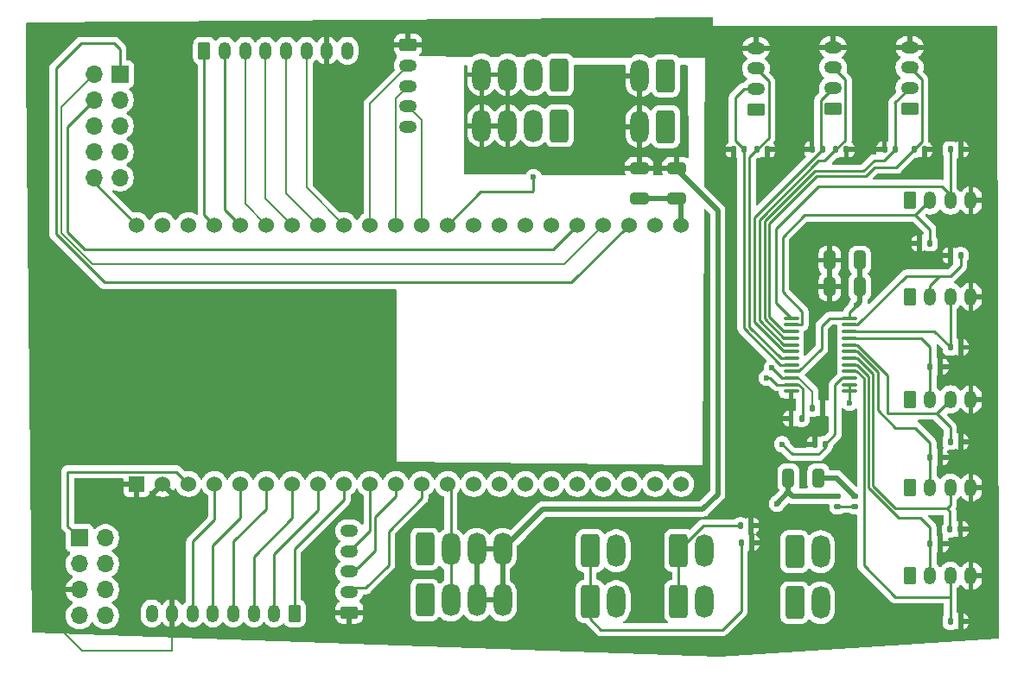
<source format=gbr>
%TF.GenerationSoftware,KiCad,Pcbnew,9.0.0*%
%TF.CreationDate,2025-04-21T23:38:42+01:00*%
%TF.ProjectId,CapyController,43617079-436f-46e7-9472-6f6c6c65722e,rev?*%
%TF.SameCoordinates,Original*%
%TF.FileFunction,Copper,L1,Top*%
%TF.FilePolarity,Positive*%
%FSLAX46Y46*%
G04 Gerber Fmt 4.6, Leading zero omitted, Abs format (unit mm)*
G04 Created by KiCad (PCBNEW 9.0.0) date 2025-04-21 23:38:42*
%MOMM*%
%LPD*%
G01*
G04 APERTURE LIST*
G04 Aperture macros list*
%AMRoundRect*
0 Rectangle with rounded corners*
0 $1 Rounding radius*
0 $2 $3 $4 $5 $6 $7 $8 $9 X,Y pos of 4 corners*
0 Add a 4 corners polygon primitive as box body*
4,1,4,$2,$3,$4,$5,$6,$7,$8,$9,$2,$3,0*
0 Add four circle primitives for the rounded corners*
1,1,$1+$1,$2,$3*
1,1,$1+$1,$4,$5*
1,1,$1+$1,$6,$7*
1,1,$1+$1,$8,$9*
0 Add four rect primitives between the rounded corners*
20,1,$1+$1,$2,$3,$4,$5,0*
20,1,$1+$1,$4,$5,$6,$7,0*
20,1,$1+$1,$6,$7,$8,$9,0*
20,1,$1+$1,$8,$9,$2,$3,0*%
G04 Aperture macros list end*
%TA.AperFunction,ComponentPad*%
%ADD10RoundRect,0.250000X-0.350000X-0.625000X0.350000X-0.625000X0.350000X0.625000X-0.350000X0.625000X0*%
%TD*%
%TA.AperFunction,ComponentPad*%
%ADD11O,1.200000X1.750000*%
%TD*%
%TA.AperFunction,ComponentPad*%
%ADD12RoundRect,0.250000X0.650000X1.350000X-0.650000X1.350000X-0.650000X-1.350000X0.650000X-1.350000X0*%
%TD*%
%TA.AperFunction,ComponentPad*%
%ADD13O,1.800000X3.200000*%
%TD*%
%TA.AperFunction,SMDPad,CuDef*%
%ADD14RoundRect,0.135000X-0.135000X-0.185000X0.135000X-0.185000X0.135000X0.185000X-0.135000X0.185000X0*%
%TD*%
%TA.AperFunction,SMDPad,CuDef*%
%ADD15RoundRect,0.135000X0.135000X0.185000X-0.135000X0.185000X-0.135000X-0.185000X0.135000X-0.185000X0*%
%TD*%
%TA.AperFunction,ComponentPad*%
%ADD16RoundRect,0.250000X0.625000X-0.350000X0.625000X0.350000X-0.625000X0.350000X-0.625000X-0.350000X0*%
%TD*%
%TA.AperFunction,ComponentPad*%
%ADD17O,1.750000X1.200000*%
%TD*%
%TA.AperFunction,SMDPad,CuDef*%
%ADD18RoundRect,0.250000X0.650000X-0.325000X0.650000X0.325000X-0.650000X0.325000X-0.650000X-0.325000X0*%
%TD*%
%TA.AperFunction,ComponentPad*%
%ADD19R,1.530000X1.530000*%
%TD*%
%TA.AperFunction,ComponentPad*%
%ADD20C,1.530000*%
%TD*%
%TA.AperFunction,SMDPad,CuDef*%
%ADD21RoundRect,0.100000X0.637500X0.100000X-0.637500X0.100000X-0.637500X-0.100000X0.637500X-0.100000X0*%
%TD*%
%TA.AperFunction,ComponentPad*%
%ADD22R,1.700000X1.700000*%
%TD*%
%TA.AperFunction,ComponentPad*%
%ADD23O,1.700000X1.700000*%
%TD*%
%TA.AperFunction,SMDPad,CuDef*%
%ADD24RoundRect,0.147500X-0.172500X0.147500X-0.172500X-0.147500X0.172500X-0.147500X0.172500X0.147500X0*%
%TD*%
%TA.AperFunction,ComponentPad*%
%ADD25RoundRect,0.250000X-0.625000X0.350000X-0.625000X-0.350000X0.625000X-0.350000X0.625000X0.350000X0*%
%TD*%
%TA.AperFunction,ComponentPad*%
%ADD26RoundRect,0.250000X0.350000X0.625000X-0.350000X0.625000X-0.350000X-0.625000X0.350000X-0.625000X0*%
%TD*%
%TA.AperFunction,SMDPad,CuDef*%
%ADD27RoundRect,0.250000X0.325000X0.650000X-0.325000X0.650000X-0.325000X-0.650000X0.325000X-0.650000X0*%
%TD*%
%TA.AperFunction,SMDPad,CuDef*%
%ADD28RoundRect,0.135000X0.185000X-0.135000X0.185000X0.135000X-0.185000X0.135000X-0.185000X-0.135000X0*%
%TD*%
%TA.AperFunction,ComponentPad*%
%ADD29RoundRect,0.250000X-0.650000X-1.350000X0.650000X-1.350000X0.650000X1.350000X-0.650000X1.350000X0*%
%TD*%
%TA.AperFunction,ViaPad*%
%ADD30C,0.600000*%
%TD*%
%TA.AperFunction,Conductor*%
%ADD31C,0.254000*%
%TD*%
%TA.AperFunction,Conductor*%
%ADD32C,0.200000*%
%TD*%
%TA.AperFunction,Conductor*%
%ADD33C,0.508000*%
%TD*%
G04 APERTURE END LIST*
D10*
%TO.P,J7,1,Pin_1*%
%TO.N,GND*%
X213500000Y-109750000D03*
D11*
%TO.P,J7,2,Pin_2*%
%TO.N,/SCL1*%
X215500000Y-109750000D03*
%TO.P,J7,3,Pin_3*%
%TO.N,/SDA1*%
X217500000Y-109750000D03*
%TO.P,J7,4,Pin_4*%
%TO.N,+3.3V*%
X219500000Y-109750000D03*
%TD*%
D12*
%TO.P,J16,1,Pin_1*%
%TO.N,GND*%
X179200000Y-74250000D03*
X179200000Y-69250000D03*
D13*
%TO.P,J16,2,Pin_2*%
%TO.N,/SERVO_PWM1*%
X176660000Y-74250000D03*
X176660000Y-69250000D03*
%TO.P,J16,3,Pin_3*%
%TO.N,+6V*%
X174120000Y-74250000D03*
X174120000Y-69250000D03*
%TO.P,J16,4,Pin_4*%
X171580000Y-74250000D03*
X171580000Y-69250000D03*
%TD*%
D14*
%TO.P,R20,1*%
%TO.N,Net-(J14-Pin_1)*%
X196990000Y-115150000D03*
%TO.P,R20,2*%
%TO.N,+3.3V*%
X198010000Y-115150000D03*
%TD*%
%TO.P,R14,1*%
%TO.N,/SDA5*%
X213940000Y-76600000D03*
%TO.P,R14,2*%
%TO.N,+3.3V*%
X214960000Y-76600000D03*
%TD*%
%TO.P,R21,1*%
%TO.N,Net-(J15-Pin_1)*%
X196940000Y-113500000D03*
%TO.P,R21,2*%
%TO.N,+3.3V*%
X197960000Y-113500000D03*
%TD*%
%TO.P,R15,1*%
%TO.N,+3.3V*%
X211040000Y-76600000D03*
%TO.P,R15,2*%
%TO.N,/SCL5*%
X212060000Y-76600000D03*
%TD*%
%TO.P,R19,1*%
%TO.N,+3.3V*%
X196240000Y-76600000D03*
%TO.P,R19,2*%
%TO.N,/SCL7*%
X197260000Y-76600000D03*
%TD*%
D15*
%TO.P,R9,1*%
%TO.N,+3.3V*%
X216535000Y-97875000D03*
%TO.P,R9,2*%
%TO.N,/SCL2*%
X215515000Y-97875000D03*
%TD*%
D10*
%TO.P,J10,1,Pin_1*%
%TO.N,GND*%
X213500000Y-81600000D03*
D11*
%TO.P,J10,2,Pin_2*%
%TO.N,/SCL4*%
X215500000Y-81600000D03*
%TO.P,J10,3,Pin_3*%
%TO.N,/SDA4*%
X217500000Y-81600000D03*
%TO.P,J10,4,Pin_4*%
%TO.N,+3.3V*%
X219500000Y-81600000D03*
%TD*%
D16*
%TO.P,J13,1,Pin_1*%
%TO.N,GND*%
X198450000Y-72650000D03*
D17*
%TO.P,J13,2,Pin_2*%
%TO.N,/SCL7*%
X198450000Y-70650000D03*
%TO.P,J13,3,Pin_3*%
%TO.N,/SDA7*%
X198450000Y-68650000D03*
%TO.P,J13,4,Pin_4*%
%TO.N,+3.3V*%
X198450000Y-66650000D03*
%TD*%
D12*
%TO.P,J17,1,Pin_1*%
%TO.N,GND*%
X189600000Y-74350000D03*
X189600000Y-69350000D03*
D13*
%TO.P,J17,2,Pin_2*%
%TO.N,+6V*%
X187060000Y-74350000D03*
X187060000Y-69350000D03*
%TD*%
D14*
%TO.P,R13,1*%
%TO.N,+3.3V*%
X214465000Y-85775000D03*
%TO.P,R13,2*%
%TO.N,/SCL4*%
X215485000Y-85775000D03*
%TD*%
D18*
%TO.P,C2,1*%
%TO.N,GND*%
X187025000Y-81375000D03*
%TO.P,C2,2*%
%TO.N,+6V*%
X187025000Y-78425000D03*
%TD*%
D14*
%TO.P,R12,1*%
%TO.N,/SDA4*%
X217490000Y-76600000D03*
%TO.P,R12,2*%
%TO.N,+3.3V*%
X218510000Y-76600000D03*
%TD*%
%TO.P,R22,1*%
%TO.N,+3.3V*%
X204190000Y-105500000D03*
%TO.P,R22,2*%
%TO.N,/RST*%
X205210000Y-105500000D03*
%TD*%
D19*
%TO.P,U1,J1_1,3V3*%
%TO.N,+3.3V*%
X137765000Y-109405000D03*
D20*
%TO.P,U1,J1_2,3V3__1*%
X140305000Y-109405000D03*
%TO.P,U1,J1_3,RST*%
%TO.N,/RST_ESP*%
X142845000Y-109405000D03*
%TO.P,U1,J1_4,GPIO4*%
%TO.N,/ENA_L*%
X145385000Y-109405000D03*
%TO.P,U1,J1_5,GPIO5*%
%TO.N,/ENB_L*%
X147925000Y-109405000D03*
%TO.P,U1,J1_6,GPIO6*%
%TO.N,/IN3_L*%
X150465000Y-109405000D03*
%TO.P,U1,J1_7,GPIO7*%
%TO.N,/IN4_L*%
X153005000Y-109405000D03*
%TO.P,U1,J1_8,GPIO15*%
%TO.N,/IN1_L*%
X155545000Y-109405000D03*
%TO.P,U1,J1_9,GPIO16*%
%TO.N,/IN2_L*%
X158085000Y-109405000D03*
%TO.P,U1,J1_10,GPIO17*%
%TO.N,/STPR_PUL2*%
X160625000Y-109405000D03*
%TO.P,U1,J1_11,GPIO18*%
%TO.N,/STPR_DIR2*%
X163165000Y-109405000D03*
%TO.P,U1,J1_12,GPIO8*%
%TO.N,/STPR_EN2*%
X165705000Y-109405000D03*
%TO.P,U1,J1_13,GPIO3*%
%TO.N,/SERVO_PWM2*%
X168245000Y-109405000D03*
%TO.P,U1,J1_14,GPIO46*%
%TO.N,/IO46*%
X170785000Y-109405000D03*
%TO.P,U1,J1_15,GPIO9*%
%TO.N,/IO9*%
X173325000Y-109405000D03*
%TO.P,U1,J1_16,GPIO10*%
%TO.N,/LimSwitch_IN1*%
X175865000Y-109405000D03*
%TO.P,U1,J1_17,GPIO11*%
%TO.N,/LimSwitch_IN2*%
X178405000Y-109405000D03*
%TO.P,U1,J1_18,GPIO12*%
%TO.N,/SCL*%
X180945000Y-109405000D03*
%TO.P,U1,J1_19,GPIO13*%
%TO.N,/SDA*%
X183485000Y-109405000D03*
%TO.P,U1,J1_20,GPIO14*%
%TO.N,/RST*%
X186025000Y-109405000D03*
%TO.P,U1,J1_21,5V0*%
%TO.N,+5V*%
X188565000Y-109405000D03*
%TO.P,U1,J1_22,GND*%
%TO.N,GND*%
X191105000Y-109405000D03*
%TO.P,U1,J3_1,GND__1*%
X137765000Y-83995000D03*
%TO.P,U1,J3_2,U0TXD/GPIO43*%
%TO.N,/Rx*%
X140305000Y-83995000D03*
%TO.P,U1,J3_3,U0RXD/GPIO44*%
%TO.N,/Tx*%
X142845000Y-83995000D03*
%TO.P,U1,J3_4,GPIO1*%
%TO.N,/IN2_R*%
X145385000Y-83995000D03*
%TO.P,U1,J3_5,GPIO2*%
%TO.N,/IN1_R*%
X147925000Y-83995000D03*
%TO.P,U1,J3_6,MTMS/GPIO42*%
%TO.N,/IN4_R*%
X150465000Y-83995000D03*
%TO.P,U1,J3_7,MTDI/GPIO41*%
%TO.N,/IN3_R*%
X153005000Y-83995000D03*
%TO.P,U1,J3_8,MTDO/GPIO40*%
%TO.N,/ENB_R*%
X155545000Y-83995000D03*
%TO.P,U1,J3_9,MTCK/GPIO39*%
%TO.N,/ENA_R*%
X158085000Y-83995000D03*
%TO.P,U1,J3_10,GPIO38*%
%TO.N,/STPR_EN1*%
X160625000Y-83995000D03*
%TO.P,U1,J3_11,GPIO37*%
%TO.N,/STPR_DIR1*%
X163165000Y-83995000D03*
%TO.P,U1,J3_12,GPIO36*%
%TO.N,/STPR_PUL1*%
X165705000Y-83995000D03*
%TO.P,U1,J3_13,GPIO35*%
%TO.N,/SERVO_PWM1*%
X168245000Y-83995000D03*
%TO.P,U1,J3_14,GPIO0*%
%TO.N,/IO0*%
X170785000Y-83995000D03*
%TO.P,U1,J3_15,GPIO45*%
%TO.N,/IO45*%
X173325000Y-83995000D03*
%TO.P,U1,J3_16,GPIO48*%
%TO.N,/IO48*%
X175865000Y-83995000D03*
%TO.P,U1,J3_17,GPIO47*%
%TO.N,/IO47*%
X178405000Y-83995000D03*
%TO.P,U1,J3_18,GPIO21*%
%TO.N,/IO21*%
X180945000Y-83995000D03*
%TO.P,U1,J3_19,USB_D+/GPIO20*%
%TO.N,/IO20*%
X183485000Y-83995000D03*
%TO.P,U1,J3_20,USB_D-/GPIO19*%
%TO.N,/IO19*%
X186025000Y-83995000D03*
%TO.P,U1,J3_21,GND__2*%
%TO.N,GND*%
X188565000Y-83995000D03*
%TO.P,U1,J3_22,GND__3*%
X191105000Y-83995000D03*
%TD*%
D16*
%TO.P,J12,1,Pin_1*%
%TO.N,GND*%
X206000000Y-72550000D03*
D17*
%TO.P,J12,2,Pin_2*%
%TO.N,/SCL6*%
X206000000Y-70550000D03*
%TO.P,J12,3,Pin_3*%
%TO.N,/SDA6*%
X206000000Y-68550000D03*
%TO.P,J12,4,Pin_4*%
%TO.N,+3.3V*%
X206000000Y-66550000D03*
%TD*%
D10*
%TO.P,J8,1,Pin_1*%
%TO.N,GND*%
X213500000Y-101100000D03*
D11*
%TO.P,J8,2,Pin_2*%
%TO.N,/SCL2*%
X215500000Y-101100000D03*
%TO.P,J8,3,Pin_3*%
%TO.N,/SDA2*%
X217500000Y-101100000D03*
%TO.P,J8,4,Pin_4*%
%TO.N,+3.3V*%
X219500000Y-101100000D03*
%TD*%
D14*
%TO.P,R6,1*%
%TO.N,/SDA1*%
X217465000Y-113850000D03*
%TO.P,R6,2*%
%TO.N,+3.3V*%
X218485000Y-113850000D03*
%TD*%
D18*
%TO.P,C1,1*%
%TO.N,GND*%
X190650000Y-81375000D03*
%TO.P,C1,2*%
%TO.N,+6V*%
X190650000Y-78425000D03*
%TD*%
D21*
%TO.P,U2,1,A0*%
%TO.N,GND*%
X207625000Y-100300000D03*
%TO.P,U2,2,A1*%
X207625000Y-99650000D03*
%TO.P,U2,3,~{RESET}*%
%TO.N,/RST*%
X207625000Y-99000000D03*
%TO.P,U2,4,SD0*%
%TO.N,/SDA0*%
X207625000Y-98350000D03*
%TO.P,U2,5,SC0*%
%TO.N,/SCL0*%
X207625000Y-97700000D03*
%TO.P,U2,6,SD1*%
%TO.N,/SDA1*%
X207625000Y-97050000D03*
%TO.P,U2,7,SC1*%
%TO.N,/SCL1*%
X207625000Y-96400000D03*
%TO.P,U2,8,SD2*%
%TO.N,/SDA2*%
X207625000Y-95750000D03*
%TO.P,U2,9,SC2*%
%TO.N,/SCL2*%
X207625000Y-95100000D03*
%TO.P,U2,10,SD3*%
%TO.N,/SDA3*%
X207625000Y-94450000D03*
%TO.P,U2,11,SC3*%
%TO.N,/SCL3*%
X207625000Y-93800000D03*
%TO.P,U2,12,GND*%
%TO.N,GND*%
X207625000Y-93150000D03*
%TO.P,U2,13,SD4*%
%TO.N,/SDA4*%
X201900000Y-93150000D03*
%TO.P,U2,14,SC4*%
%TO.N,/SCL4*%
X201900000Y-93800000D03*
%TO.P,U2,15,SD5*%
%TO.N,/SDA5*%
X201900000Y-94450000D03*
%TO.P,U2,16,SC5*%
%TO.N,/SCL5*%
X201900000Y-95100000D03*
%TO.P,U2,17,SD6*%
%TO.N,/SDA6*%
X201900000Y-95750000D03*
%TO.P,U2,18,SC6*%
%TO.N,/SCL6*%
X201900000Y-96400000D03*
%TO.P,U2,19,SD7*%
%TO.N,/SDA7*%
X201900000Y-97050000D03*
%TO.P,U2,20,SC7*%
%TO.N,/SCL7*%
X201900000Y-97700000D03*
%TO.P,U2,21,A2*%
%TO.N,GND*%
X201900000Y-98350000D03*
%TO.P,U2,22,SCL*%
%TO.N,/SCL*%
X201900000Y-99000000D03*
%TO.P,U2,23,SDA*%
%TO.N,/SDA*%
X201900000Y-99650000D03*
%TO.P,U2,24,VCC*%
%TO.N,+3.3V*%
X201900000Y-100300000D03*
%TD*%
D22*
%TO.P,J19,1,Pin_1*%
%TO.N,/RST_ESP*%
X132160000Y-114700000D03*
D23*
%TO.P,J19,2,Pin_2*%
%TO.N,/IO46*%
X134700000Y-114700000D03*
%TO.P,J19,3,Pin_3*%
%TO.N,/IO9*%
X132160000Y-117240000D03*
%TO.P,J19,4,Pin_4*%
%TO.N,GND*%
X134700000Y-117240000D03*
%TO.P,J19,5,Pin_5*%
%TO.N,+3.3V*%
X132160000Y-119780000D03*
%TO.P,J19,6,Pin_6*%
%TO.N,GND*%
X134700000Y-119780000D03*
%TO.P,J19,7,Pin_7*%
%TO.N,+5V*%
X132160000Y-122320000D03*
%TO.P,J19,8,Pin_8*%
%TO.N,GND*%
X134700000Y-122320000D03*
%TD*%
D24*
%TO.P,D1,1,K*%
%TO.N,GND*%
X208100000Y-110615000D03*
%TO.P,D1,2,A*%
%TO.N,Net-(D1-A)*%
X208100000Y-111585000D03*
%TD*%
D25*
%TO.P,J4,1,Pin_1*%
%TO.N,+3.3V*%
X164350000Y-66350000D03*
D17*
%TO.P,J4,2,Pin_2*%
%TO.N,/STPR_EN1*%
X164350000Y-68350000D03*
%TO.P,J4,3,Pin_3*%
%TO.N,/STPR_DIR1*%
X164350000Y-70350000D03*
%TO.P,J4,4,Pin_4*%
%TO.N,/STPR_PUL1*%
X164350000Y-72350000D03*
%TO.P,J4,5,Pin_5*%
%TO.N,GND*%
X164350000Y-74350000D03*
%TD*%
D10*
%TO.P,J3,1,Pin_1*%
%TO.N,/IN2_R*%
X144400000Y-66900000D03*
D11*
%TO.P,J3,2,Pin_2*%
%TO.N,/IN1_R*%
X146400000Y-66900000D03*
%TO.P,J3,3,Pin_3*%
%TO.N,/IN4_R*%
X148400000Y-66900000D03*
%TO.P,J3,4,Pin_4*%
%TO.N,/IN3_R*%
X150400000Y-66900000D03*
%TO.P,J3,5,Pin_5*%
%TO.N,/ENB_R*%
X152400000Y-66900000D03*
%TO.P,J3,6,Pin_6*%
%TO.N,/ENA_R*%
X154400000Y-66900000D03*
%TO.P,J3,7,Pin_7*%
%TO.N,+3.3V*%
X156400000Y-66900000D03*
%TO.P,J3,8,Pin_8*%
%TO.N,GND*%
X158400000Y-66900000D03*
%TD*%
D26*
%TO.P,J2,1,Pin_1*%
%TO.N,/IN2_L*%
X153250000Y-122100000D03*
D11*
%TO.P,J2,2,Pin_2*%
%TO.N,/IN1_L*%
X151250000Y-122100000D03*
%TO.P,J2,3,Pin_3*%
%TO.N,/IN4_L*%
X149250000Y-122100000D03*
%TO.P,J2,4,Pin_4*%
%TO.N,/IN3_L*%
X147250000Y-122100000D03*
%TO.P,J2,5,Pin_5*%
%TO.N,/ENB_L*%
X145250000Y-122100000D03*
%TO.P,J2,6,Pin_6*%
%TO.N,/ENA_L*%
X143250000Y-122100000D03*
%TO.P,J2,7,Pin_7*%
%TO.N,+3.3V*%
X141250000Y-122100000D03*
%TO.P,J2,8,Pin_8*%
%TO.N,GND*%
X139250000Y-122100000D03*
%TD*%
D27*
%TO.P,C5,1*%
%TO.N,GND*%
X208625000Y-87450000D03*
%TO.P,C5,2*%
%TO.N,+3.3V*%
X205675000Y-87450000D03*
%TD*%
D14*
%TO.P,R16,1*%
%TO.N,/SDA6*%
X206290000Y-76600000D03*
%TO.P,R16,2*%
%TO.N,+3.3V*%
X207310000Y-76600000D03*
%TD*%
D28*
%TO.P,R1,1*%
%TO.N,Net-(D1-A)*%
X206450000Y-111610000D03*
%TO.P,R1,2*%
%TO.N,+5V*%
X206450000Y-110590000D03*
%TD*%
D15*
%TO.P,R2,1*%
%TO.N,+3.3V*%
X205010000Y-102000000D03*
%TO.P,R2,2*%
%TO.N,/SCL*%
X203990000Y-102000000D03*
%TD*%
D14*
%TO.P,R17,1*%
%TO.N,+3.3V*%
X203940000Y-76600000D03*
%TO.P,R17,2*%
%TO.N,/SCL6*%
X204960000Y-76600000D03*
%TD*%
D10*
%TO.P,J9,1,Pin_1*%
%TO.N,GND*%
X213500000Y-91025000D03*
D11*
%TO.P,J9,2,Pin_2*%
%TO.N,/SCL3*%
X215500000Y-91025000D03*
%TO.P,J9,3,Pin_3*%
%TO.N,/SDA3*%
X217500000Y-91025000D03*
%TO.P,J9,4,Pin_4*%
%TO.N,+3.3V*%
X219500000Y-91025000D03*
%TD*%
D15*
%TO.P,R5,1*%
%TO.N,+3.3V*%
X216535000Y-115300000D03*
%TO.P,R5,2*%
%TO.N,/SCL0*%
X215515000Y-115300000D03*
%TD*%
D29*
%TO.P,J14,1,Pin_1*%
%TO.N,Net-(J14-Pin_1)*%
X182210000Y-115950000D03*
X182210000Y-120950000D03*
D13*
%TO.P,J14,2,Pin_2*%
%TO.N,/LimSwitch_IN1*%
X184750000Y-115950000D03*
X184750000Y-120950000D03*
%TD*%
D15*
%TO.P,R7,1*%
%TO.N,+3.3V*%
X216535000Y-106775000D03*
%TO.P,R7,2*%
%TO.N,/SCL1*%
X215515000Y-106775000D03*
%TD*%
D16*
%TO.P,J11,1,Pin_1*%
%TO.N,GND*%
X213500000Y-72550000D03*
D17*
%TO.P,J11,2,Pin_2*%
%TO.N,/SCL5*%
X213500000Y-70550000D03*
%TO.P,J11,3,Pin_3*%
%TO.N,/SDA5*%
X213500000Y-68550000D03*
%TO.P,J11,4,Pin_4*%
%TO.N,+3.3V*%
X213500000Y-66550000D03*
%TD*%
D27*
%TO.P,C4,1*%
%TO.N,GND*%
X208625000Y-90050000D03*
%TO.P,C4,2*%
%TO.N,+3.3V*%
X205675000Y-90050000D03*
%TD*%
D14*
%TO.P,R11,1*%
%TO.N,+3.3V*%
X217490000Y-87000000D03*
%TO.P,R11,2*%
%TO.N,/SCL3*%
X218510000Y-87000000D03*
%TD*%
D27*
%TO.P,C3,1*%
%TO.N,GND*%
X204575000Y-108800000D03*
%TO.P,C3,2*%
%TO.N,+5V*%
X201625000Y-108800000D03*
%TD*%
D29*
%TO.P,J15,1,Pin_1*%
%TO.N,Net-(J15-Pin_1)*%
X190860000Y-115900000D03*
X190860000Y-120900000D03*
D13*
%TO.P,J15,2,Pin_2*%
%TO.N,/LimSwitch_IN2*%
X193400000Y-115900000D03*
X193400000Y-120900000D03*
%TD*%
D10*
%TO.P,J6,1,Pin_1*%
%TO.N,GND*%
X213500000Y-118425000D03*
D11*
%TO.P,J6,2,Pin_2*%
%TO.N,/SCL0*%
X215500000Y-118425000D03*
%TO.P,J6,3,Pin_3*%
%TO.N,/SDA0*%
X217500000Y-118425000D03*
%TO.P,J6,4,Pin_4*%
%TO.N,+3.3V*%
X219500000Y-118425000D03*
%TD*%
D22*
%TO.P,J20,1,Pin_1*%
%TO.N,/IO19*%
X136140000Y-69190000D03*
D23*
%TO.P,J20,2,Pin_2*%
%TO.N,/IO20*%
X133600000Y-69190000D03*
%TO.P,J20,3,Pin_3*%
%TO.N,/IO47*%
X136140000Y-71730000D03*
%TO.P,J20,4,Pin_4*%
%TO.N,/IO21*%
X133600000Y-71730000D03*
%TO.P,J20,5,Pin_5*%
%TO.N,/IO48*%
X136140000Y-74270000D03*
%TO.P,J20,6,Pin_6*%
%TO.N,/Rx*%
X133600000Y-74270000D03*
%TO.P,J20,7,Pin_7*%
%TO.N,/IO45*%
X136140000Y-76810000D03*
%TO.P,J20,8,Pin_8*%
%TO.N,/Tx*%
X133600000Y-76810000D03*
%TO.P,J20,9,Pin_9*%
%TO.N,/IO0*%
X136140000Y-79350000D03*
%TO.P,J20,10,Pin_10*%
%TO.N,GND*%
X133600000Y-79350000D03*
%TD*%
D14*
%TO.P,R18,1*%
%TO.N,/SDA7*%
X198540000Y-76600000D03*
%TO.P,R18,2*%
%TO.N,+3.3V*%
X199560000Y-76600000D03*
%TD*%
%TO.P,R4,1*%
%TO.N,/SDA0*%
X217490000Y-122875000D03*
%TO.P,R4,2*%
%TO.N,+3.3V*%
X218510000Y-122875000D03*
%TD*%
D16*
%TO.P,J5,1,Pin_1*%
%TO.N,+3.3V*%
X158600000Y-122000000D03*
D17*
%TO.P,J5,2,Pin_2*%
%TO.N,/STPR_EN2*%
X158600000Y-120000000D03*
%TO.P,J5,3,Pin_3*%
%TO.N,/STPR_DIR2*%
X158600000Y-118000000D03*
%TO.P,J5,4,Pin_4*%
%TO.N,/STPR_PUL2*%
X158600000Y-116000000D03*
%TO.P,J5,5,Pin_5*%
%TO.N,GND*%
X158600000Y-114000000D03*
%TD*%
D29*
%TO.P,J18,1,Pin_1*%
%TO.N,GND*%
X166000000Y-115800000D03*
X166000000Y-120800000D03*
D13*
%TO.P,J18,2,Pin_2*%
%TO.N,/SERVO_PWM2*%
X168540000Y-115800000D03*
X168540000Y-120800000D03*
%TO.P,J18,3,Pin_3*%
%TO.N,+6V*%
X171080000Y-115800000D03*
X171080000Y-120800000D03*
%TO.P,J18,4,Pin_4*%
X173620000Y-115800000D03*
X173620000Y-120800000D03*
%TD*%
D14*
%TO.P,R10,1*%
%TO.N,/SDA3*%
X217490000Y-96000000D03*
%TO.P,R10,2*%
%TO.N,+3.3V*%
X218510000Y-96000000D03*
%TD*%
D29*
%TO.P,J1,1,Pin_1*%
%TO.N,+5V*%
X202250000Y-116050000D03*
X202250000Y-121050000D03*
D13*
%TO.P,J1,2,Pin_2*%
%TO.N,GND*%
X204790000Y-116050000D03*
X204790000Y-121050000D03*
%TD*%
D14*
%TO.P,R3,1*%
%TO.N,+3.3V*%
X201890000Y-103000000D03*
%TO.P,R3,2*%
%TO.N,/SDA*%
X202910000Y-103000000D03*
%TD*%
%TO.P,R8,1*%
%TO.N,/SDA2*%
X217490000Y-105250000D03*
%TO.P,R8,2*%
%TO.N,+3.3V*%
X218510000Y-105250000D03*
%TD*%
D30*
%TO.N,GND*%
X206342500Y-108857500D03*
X208275000Y-91900000D03*
X207625000Y-101425000D03*
%TO.N,+5V*%
X200500000Y-111350000D03*
%TO.N,/SERVO_PWM1*%
X176640000Y-79300000D03*
%TO.N,/SCL*%
X200000000Y-98000000D03*
%TO.N,/SDA*%
X199500000Y-99000000D03*
%TO.N,/RST*%
X201000000Y-105500000D03*
%TD*%
D31*
%TO.N,+3.3V*%
X201890000Y-100410000D02*
X201890000Y-103000000D01*
X201900000Y-100400000D02*
X201890000Y-100410000D01*
X201900000Y-100300000D02*
X201900000Y-100400000D01*
%TO.N,/RST*%
X205210000Y-105890000D02*
X205210000Y-105500000D01*
X204600000Y-106500000D02*
X205210000Y-105890000D01*
X202000000Y-106500000D02*
X204600000Y-106500000D01*
X201000000Y-105500000D02*
X202000000Y-106500000D01*
D32*
%TO.N,/STPR_PUL1*%
X165705000Y-73705000D02*
X164350000Y-72350000D01*
X165705000Y-83995000D02*
X165705000Y-73705000D01*
D31*
%TO.N,/STPR_PUL2*%
X160625000Y-113975000D02*
X158600000Y-116000000D01*
X160625000Y-109405000D02*
X160625000Y-113975000D01*
%TO.N,/STPR_EN2*%
X160200000Y-119600000D02*
X158650000Y-119600000D01*
X162450000Y-114050000D02*
X162450000Y-117350000D01*
X162450000Y-117350000D02*
X160200000Y-119600000D01*
X165705000Y-110795000D02*
X162450000Y-114050000D01*
X165705000Y-109405000D02*
X165705000Y-110795000D01*
%TO.N,/IN1_L*%
X151250000Y-116250000D02*
X151250000Y-122100000D01*
X155545000Y-109405000D02*
X155545000Y-111955000D01*
X155545000Y-111955000D02*
X151250000Y-116250000D01*
%TO.N,/IN2_L*%
X153250000Y-115785000D02*
X158085000Y-110950000D01*
X158085000Y-110950000D02*
X158085000Y-109405000D01*
X153250000Y-122100000D02*
X153250000Y-115785000D01*
D33*
%TO.N,+6V*%
X171080000Y-115800000D02*
X171080000Y-120800000D01*
X177570000Y-111850000D02*
X173620000Y-115800000D01*
X171080000Y-115800000D02*
X173620000Y-115800000D01*
X187025000Y-78425000D02*
X190650000Y-78425000D01*
X171080000Y-120800000D02*
X173620000Y-120800000D01*
X173620000Y-120800000D02*
X173620000Y-115800000D01*
X193250000Y-111850000D02*
X177570000Y-111850000D01*
X194700000Y-110400000D02*
X193250000Y-111850000D01*
X190650000Y-78425000D02*
X190650000Y-78500000D01*
X190650000Y-78500000D02*
X194700000Y-82550000D01*
X194700000Y-82550000D02*
X194700000Y-110400000D01*
%TO.N,GND*%
X191075000Y-83965000D02*
X191105000Y-83995000D01*
D31*
X207625000Y-100300000D02*
X207625000Y-101425000D01*
X137765000Y-83995000D02*
X133600000Y-79830000D01*
D33*
X208625000Y-90050000D02*
X208625000Y-91550000D01*
X191075000Y-81800000D02*
X191075000Y-83965000D01*
D31*
X204900000Y-96087499D02*
X202637499Y-98350000D01*
X204900000Y-93900000D02*
X204900000Y-96087499D01*
X207625000Y-92550000D02*
X208275000Y-91900000D01*
D33*
X206285000Y-108800000D02*
X206342500Y-108857500D01*
X206342500Y-108857500D02*
X204632500Y-108857500D01*
X187025000Y-81375000D02*
X190650000Y-81375000D01*
D31*
X207625000Y-100300000D02*
X207625000Y-99650000D01*
D33*
X208625000Y-87450000D02*
X208625000Y-90050000D01*
D31*
X207625000Y-93150000D02*
X205650000Y-93150000D01*
D33*
X208625000Y-91550000D02*
X208275000Y-91900000D01*
D31*
X137710000Y-83940000D02*
X137765000Y-83995000D01*
X205650000Y-93150000D02*
X204900000Y-93900000D01*
D33*
X190650000Y-81375000D02*
X191075000Y-81800000D01*
X208100000Y-110615000D02*
X206342500Y-108857500D01*
D31*
X202637499Y-98350000D02*
X201900000Y-98350000D01*
X207625000Y-93150000D02*
X207625000Y-92550000D01*
X133600000Y-79830000D02*
X133600000Y-79350000D01*
D33*
X204632500Y-108857500D02*
X204575000Y-108800000D01*
%TO.N,+5V*%
X201625000Y-110225000D02*
X200500000Y-111350000D01*
X201625000Y-110225000D02*
X201990000Y-110590000D01*
X201625000Y-108800000D02*
X201625000Y-110225000D01*
X201990000Y-110590000D02*
X206450000Y-110590000D01*
D31*
X206420000Y-110620000D02*
X206450000Y-110590000D01*
%TO.N,Net-(D1-A)*%
X208075000Y-111610000D02*
X208100000Y-111585000D01*
X206475000Y-111585000D02*
X206450000Y-111610000D01*
X206450000Y-111610000D02*
X208075000Y-111610000D01*
%TO.N,/IN3_L*%
X150465000Y-111835000D02*
X150465000Y-109405000D01*
X150465000Y-111835000D02*
X147250000Y-115050000D01*
X147250000Y-115050000D02*
X147250000Y-122100000D01*
%TO.N,/ENB_L*%
X145250000Y-115400000D02*
X145250000Y-122100000D01*
X147925000Y-112725000D02*
X147925000Y-109405000D01*
X147925000Y-112725000D02*
X145250000Y-115400000D01*
%TO.N,/IN4_L*%
X153005000Y-112745000D02*
X149250000Y-116500000D01*
X149250000Y-116500000D02*
X149250000Y-122100000D01*
X153005000Y-111095000D02*
X153005000Y-109405000D01*
X153005000Y-111095000D02*
X153005000Y-112745000D01*
%TO.N,/ENA_L*%
X143250000Y-115050000D02*
X145385000Y-112915000D01*
X145385000Y-112915000D02*
X145385000Y-109405000D01*
X143250000Y-122100000D02*
X143250000Y-115050000D01*
D32*
%TO.N,/ENB_R*%
X152400000Y-66900000D02*
X152400000Y-80850000D01*
X152400000Y-80850000D02*
X155545000Y-83995000D01*
%TO.N,/IN3_R*%
X150400000Y-66900000D02*
X150400000Y-81390000D01*
X150400000Y-81390000D02*
X153005000Y-83995000D01*
%TO.N,/IN4_R*%
X148400000Y-81930000D02*
X150465000Y-83995000D01*
X148400000Y-66900000D02*
X148400000Y-81930000D01*
D31*
%TO.N,/IN2_R*%
X144400000Y-66900000D02*
X144400000Y-83010000D01*
X144400000Y-83010000D02*
X145385000Y-83995000D01*
%TO.N,/IN1_R*%
X146400000Y-82470000D02*
X147925000Y-83995000D01*
X146400000Y-70400000D02*
X146400000Y-66900000D01*
X146400000Y-70400000D02*
X146400000Y-82470000D01*
D32*
X147925000Y-83995000D02*
X147750000Y-83820000D01*
%TO.N,/ENA_R*%
X154400000Y-80310000D02*
X158085000Y-83995000D01*
X154400000Y-66900000D02*
X154400000Y-80310000D01*
%TO.N,+3.3V*%
X130050000Y-120400000D02*
X130050000Y-123400000D01*
D31*
X198010000Y-113550000D02*
X197960000Y-113500000D01*
X211040000Y-76600000D02*
X211040000Y-76660000D01*
D32*
X132450000Y-125800000D02*
X141225000Y-125800000D01*
X141250000Y-125775000D02*
X141250000Y-122100000D01*
X141225000Y-125800000D02*
X141250000Y-125775000D01*
X130670000Y-119780000D02*
X130050000Y-120400000D01*
X130050000Y-123400000D02*
X132450000Y-125800000D01*
D31*
X198010000Y-115150000D02*
X198010000Y-113550000D01*
D32*
X132160000Y-119780000D02*
X130670000Y-119780000D01*
%TO.N,/STPR_DIR1*%
X164350000Y-70350000D02*
X163165000Y-71535000D01*
X163165000Y-71535000D02*
X163165000Y-83995000D01*
%TO.N,/STPR_EN1*%
X160625000Y-72075000D02*
X164350000Y-68350000D01*
X160625000Y-83995000D02*
X160625000Y-72075000D01*
D31*
%TO.N,/STPR_DIR2*%
X161100000Y-115950000D02*
X159450000Y-117600000D01*
X162050000Y-111700000D02*
X161100000Y-112650000D01*
X162050000Y-111700000D02*
X163165000Y-110585000D01*
X161100000Y-112650000D02*
X161100000Y-115950000D01*
X163165000Y-110585000D02*
X163165000Y-109405000D01*
X159450000Y-117600000D02*
X158650000Y-117600000D01*
%TO.N,/SDA0*%
X217500000Y-118425000D02*
X217500000Y-120475000D01*
X209010000Y-117410000D02*
X209010000Y-99039446D01*
X217500000Y-120475000D02*
X217500000Y-122865000D01*
X212075000Y-120475000D02*
X209010000Y-117410000D01*
X217500000Y-120475000D02*
X212075000Y-120475000D01*
X217500000Y-122865000D02*
X217490000Y-122875000D01*
X209010000Y-99039446D02*
X208320554Y-98350000D01*
X208320554Y-98350000D02*
X207625000Y-98350000D01*
%TO.N,/SCL0*%
X208362499Y-97700000D02*
X209465000Y-98802501D01*
X214575000Y-112725000D02*
X215510000Y-113660000D01*
X215510000Y-113660000D02*
X215510000Y-114500000D01*
X209465000Y-109783468D02*
X212406532Y-112725000D01*
X215500000Y-114720000D02*
X215500000Y-118425000D01*
X207625000Y-97700000D02*
X208362499Y-97700000D01*
X215510000Y-114710000D02*
X215500000Y-114720000D01*
X209465000Y-98802501D02*
X209465000Y-109783468D01*
X215510000Y-114500000D02*
X215510000Y-114710000D01*
X212406532Y-112725000D02*
X214575000Y-112725000D01*
%TO.N,/SCL1*%
X207625000Y-96400000D02*
X208362498Y-96400000D01*
X208362498Y-96400000D02*
X210375000Y-98412502D01*
X214050000Y-103900000D02*
X215510000Y-105360000D01*
X212131533Y-103900000D02*
X214050000Y-103900000D01*
X210375000Y-98412502D02*
X210375000Y-102143467D01*
X215510000Y-106000000D02*
X215510000Y-109740000D01*
X215510000Y-105360000D02*
X215510000Y-106000000D01*
X215510000Y-109740000D02*
X215500000Y-109750000D01*
X210375000Y-102143467D02*
X212131533Y-103900000D01*
%TO.N,/SDA1*%
X208362499Y-97050000D02*
X209920000Y-98607501D01*
X217150000Y-111800000D02*
X217500000Y-111450000D01*
X217465000Y-112115000D02*
X217150000Y-111800000D01*
X217465000Y-112115000D02*
X217465000Y-113850000D01*
X209920000Y-98607501D02*
X209920000Y-109595000D01*
X209920000Y-109595000D02*
X212125000Y-111800000D01*
X207625000Y-97050000D02*
X208362499Y-97050000D01*
X212125000Y-111800000D02*
X217150000Y-111800000D01*
X217500000Y-111450000D02*
X217500000Y-109750000D01*
%TO.N,/SDA2*%
X217490000Y-103840000D02*
X217490000Y-105250000D01*
X211350000Y-102475000D02*
X216125000Y-102475000D01*
X217490000Y-103840000D02*
X216125000Y-102475000D01*
X207625000Y-95750000D02*
X208362499Y-95750000D01*
X211350000Y-98737501D02*
X211350000Y-102475000D01*
X216125000Y-102475000D02*
X217500000Y-101100000D01*
X208362499Y-95750000D02*
X211350000Y-98737501D01*
%TO.N,/SCL2*%
X215510000Y-96000000D02*
X214610000Y-95100000D01*
X214610000Y-95100000D02*
X207625000Y-95100000D01*
X215510000Y-101090000D02*
X215500000Y-101100000D01*
X215510000Y-96000000D02*
X215510000Y-101090000D01*
%TO.N,/SDA3*%
X215940000Y-94450000D02*
X207625000Y-94450000D01*
X217490000Y-96000000D02*
X215940000Y-94450000D01*
X217500000Y-91025000D02*
X217500000Y-95990000D01*
X217500000Y-95990000D02*
X217490000Y-96000000D01*
%TO.N,/SCL3*%
X217535000Y-88990000D02*
X218510000Y-88015000D01*
X207625000Y-93800000D02*
X208362499Y-93800000D01*
X215500000Y-88990000D02*
X217535000Y-88990000D01*
X215500000Y-89940000D02*
X216450000Y-88990000D01*
X213172499Y-88990000D02*
X215500000Y-88990000D01*
X218510000Y-88015000D02*
X218510000Y-87000000D01*
X215500000Y-91025000D02*
X215500000Y-89940000D01*
X208362499Y-93800000D02*
X213172499Y-88990000D01*
X215010000Y-91015000D02*
X215000000Y-91025000D01*
%TO.N,/SCL4*%
X202965500Y-93430054D02*
X202965500Y-92869946D01*
X214075000Y-83025000D02*
X215500000Y-81600000D01*
X201050000Y-90550000D02*
X201050000Y-85175000D01*
X201900000Y-93800000D02*
X202975000Y-93800000D01*
X215485000Y-85775000D02*
X215485000Y-84435000D01*
X202975000Y-92475000D02*
X201050000Y-90550000D01*
X215485000Y-84435000D02*
X214075000Y-83025000D01*
X202975000Y-93439554D02*
X202965500Y-93430054D01*
X202965500Y-92869946D02*
X202975000Y-92860446D01*
X202975000Y-92860446D02*
X202975000Y-92475000D01*
X201050000Y-85175000D02*
X203200000Y-83025000D01*
X202975000Y-93800000D02*
X202975000Y-93439554D01*
X203200000Y-83025000D02*
X214075000Y-83025000D01*
%TO.N,/SDA4*%
X204525000Y-80200000D02*
X200400000Y-84325000D01*
X216625000Y-80200000D02*
X204525000Y-80200000D01*
X217500000Y-81600000D02*
X217500000Y-81075000D01*
X217490000Y-81590000D02*
X217500000Y-81600000D01*
X217500000Y-81075000D02*
X216625000Y-80200000D01*
X217490000Y-76600000D02*
X217490000Y-81590000D01*
X200400000Y-84325000D02*
X200400000Y-91650000D01*
X200400000Y-91650000D02*
X201900000Y-93150000D01*
%TO.N,/SCL5*%
X212060000Y-76600000D02*
X212060000Y-72060000D01*
X212060000Y-72060000D02*
X212025000Y-72025000D01*
X210025000Y-77675000D02*
X210985000Y-77675000D01*
X199275000Y-83618468D02*
X204193468Y-78700000D01*
X204193468Y-78700000D02*
X209000000Y-78700000D01*
X210985000Y-77675000D02*
X212060000Y-76600000D01*
X201900000Y-95100000D02*
X201204446Y-95100000D01*
X199275000Y-93170554D02*
X199275000Y-83618468D01*
X201204446Y-95100000D02*
X199275000Y-93170554D01*
X212025000Y-72025000D02*
X213500000Y-70550000D01*
X209000000Y-78700000D02*
X210025000Y-77675000D01*
%TO.N,/SDA5*%
X213940000Y-76600000D02*
X214703000Y-75837000D01*
X212190000Y-78350000D02*
X210050000Y-78350000D01*
X209200000Y-79200000D02*
X204405000Y-79200000D01*
X213940000Y-76600000D02*
X212190000Y-78350000D01*
X201204446Y-94450000D02*
X201900000Y-94450000D01*
X199730000Y-92975554D02*
X201204446Y-94450000D01*
X214703000Y-75837000D02*
X214703000Y-69753000D01*
X204405000Y-79200000D02*
X199730000Y-83875000D01*
X210050000Y-78350000D02*
X209200000Y-79200000D01*
X199730000Y-83875000D02*
X199730000Y-92975554D01*
X214703000Y-69753000D02*
X213500000Y-68550000D01*
%TO.N,/SCL6*%
X198280000Y-83280000D02*
X204960000Y-76600000D01*
X204797000Y-71753000D02*
X204797000Y-76437000D01*
X206000000Y-70550000D02*
X204797000Y-71753000D01*
X201900000Y-96400000D02*
X201204446Y-96400000D01*
X204797000Y-76437000D02*
X204960000Y-76600000D01*
X201204446Y-96400000D02*
X198280000Y-93475554D01*
X198280000Y-93475554D02*
X198280000Y-83280000D01*
%TO.N,/SDA6*%
X204550000Y-77700000D02*
X205190000Y-77700000D01*
X206290000Y-76600000D02*
X207203000Y-75687000D01*
X198775000Y-83475000D02*
X204550000Y-77700000D01*
X207203000Y-69753000D02*
X206000000Y-68550000D01*
X207203000Y-75687000D02*
X207203000Y-69753000D01*
X201900000Y-95750000D02*
X201204446Y-95750000D01*
X201204446Y-95750000D02*
X198775000Y-93320554D01*
X198775000Y-93320554D02*
X198775000Y-83475000D01*
X205190000Y-77700000D02*
X206290000Y-76600000D01*
%TO.N,/SDA7*%
X199703000Y-69903000D02*
X198450000Y-68650000D01*
X198540000Y-76600000D02*
X199703000Y-75437000D01*
X199703000Y-75437000D02*
X199703000Y-69903000D01*
X201900000Y-97050000D02*
X200900000Y-97050000D01*
X197825000Y-77315000D02*
X198540000Y-76600000D01*
X197825000Y-93975000D02*
X197825000Y-77315000D01*
X200900000Y-97050000D02*
X197825000Y-93975000D01*
%TO.N,/SCL7*%
X200825000Y-97700000D02*
X197260000Y-94135000D01*
X198450000Y-70650000D02*
X197250000Y-70650000D01*
X197260000Y-94135000D02*
X197260000Y-76600000D01*
X197260000Y-76600000D02*
X196400000Y-75740000D01*
X197250000Y-70650000D02*
X196400000Y-71500000D01*
X201900000Y-97700000D02*
X200825000Y-97700000D01*
X196400000Y-75740000D02*
X196400000Y-71500000D01*
%TO.N,Net-(J14-Pin_1)*%
X182210000Y-115950000D02*
X182210000Y-120950000D01*
X195150000Y-123700000D02*
X196990000Y-121860000D01*
X196990000Y-121860000D02*
X196990000Y-115150000D01*
X182210000Y-120950000D02*
X182210000Y-122660000D01*
X182210000Y-122660000D02*
X183250000Y-123700000D01*
X183250000Y-123700000D02*
X195150000Y-123700000D01*
%TO.N,Net-(J15-Pin_1)*%
X193260000Y-113500000D02*
X196940000Y-113500000D01*
X190860000Y-115900000D02*
X193260000Y-113500000D01*
X190860000Y-120900000D02*
X190860000Y-115900000D01*
%TO.N,/SERVO_PWM1*%
X171490000Y-80750000D02*
X176500000Y-80750000D01*
X176650000Y-80470000D02*
X176640000Y-80460000D01*
X176500000Y-80750000D02*
X176650000Y-80600000D01*
X176640000Y-80460000D02*
X176640000Y-79300000D01*
X176650000Y-80600000D02*
X176650000Y-80470000D01*
X168245000Y-83995000D02*
X171490000Y-80750000D01*
%TO.N,/SERVO_PWM2*%
X168550000Y-109710000D02*
X168550000Y-115790000D01*
X168540000Y-120800000D02*
X168540000Y-115800000D01*
D32*
X168550000Y-115790000D02*
X168540000Y-115800000D01*
X168245000Y-109405000D02*
X168550000Y-109710000D01*
%TO.N,/SCL*%
X202637499Y-99000000D02*
X201900000Y-99000000D01*
D31*
X201000000Y-99000000D02*
X201900000Y-99000000D01*
D32*
X203990000Y-102000000D02*
X203990000Y-100352501D01*
X203990000Y-100352501D02*
X203490000Y-99852501D01*
X203490000Y-99852501D02*
X202637499Y-99000000D01*
D31*
X200000000Y-98000000D02*
X201000000Y-99000000D01*
%TO.N,/SDA*%
X200500000Y-99650000D02*
X201900000Y-99650000D01*
X199500000Y-99000000D02*
X199850000Y-99000000D01*
X203000000Y-100012501D02*
X202637499Y-99650000D01*
X202637499Y-99650000D02*
X201900000Y-99650000D01*
X199850000Y-99000000D02*
X200500000Y-99650000D01*
X203000000Y-103060000D02*
X203000000Y-100012501D01*
%TO.N,/IO19*%
X136140000Y-66740000D02*
X136140000Y-69190000D01*
X135550000Y-66150000D02*
X136140000Y-66740000D01*
X180370000Y-89650000D02*
X134600000Y-89650000D01*
X132300000Y-66150000D02*
X135550000Y-66150000D01*
X129850000Y-68600000D02*
X132300000Y-66150000D01*
X186025000Y-83995000D02*
X180370000Y-89650000D01*
X129850000Y-84900000D02*
X129850000Y-68600000D01*
X134600000Y-89650000D02*
X129850000Y-84900000D01*
%TO.N,/IO21*%
X132636936Y-86400000D02*
X130950000Y-84713064D01*
X130950000Y-84713064D02*
X130950000Y-74380000D01*
X180945000Y-83995000D02*
X178540000Y-86400000D01*
X178540000Y-86400000D02*
X132636936Y-86400000D01*
X130950000Y-74380000D02*
X133600000Y-71730000D01*
D32*
%TO.N,/IO20*%
X179630000Y-87850000D02*
X183485000Y-83995000D01*
X133600000Y-69190000D02*
X130400000Y-72390000D01*
X130400000Y-84806532D02*
X133443468Y-87850000D01*
X133443468Y-87850000D02*
X179630000Y-87850000D01*
X130400000Y-72390000D02*
X130400000Y-84806532D01*
D31*
%TO.N,/RST_ESP*%
X131000000Y-108200000D02*
X141640000Y-108200000D01*
X131000000Y-113540000D02*
X131000000Y-108200000D01*
X141640000Y-108200000D02*
X142845000Y-109405000D01*
X132160000Y-114700000D02*
X131000000Y-113540000D01*
%TO.N,/RST*%
X205210000Y-105500000D02*
X206200000Y-104510000D01*
X206200000Y-104510000D02*
X206200000Y-99687501D01*
X206200000Y-99687501D02*
X206887501Y-99000000D01*
X206887501Y-99000000D02*
X207625000Y-99000000D01*
%TD*%
%TA.AperFunction,Conductor*%
%TO.N,+6V*%
G36*
X173607482Y-74037708D02*
G01*
X173570000Y-74177591D01*
X173570000Y-74322409D01*
X173607482Y-74462292D01*
X173629252Y-74500000D01*
X172070748Y-74500000D01*
X172092518Y-74462292D01*
X172130000Y-74322409D01*
X172130000Y-74177591D01*
X172092518Y-74037708D01*
X172070748Y-74000000D01*
X173629252Y-74000000D01*
X173607482Y-74037708D01*
G37*
%TD.AperFunction*%
%TA.AperFunction,Conductor*%
G36*
X170123999Y-68319685D02*
G01*
X170169754Y-68372489D01*
X170178718Y-68434836D01*
X170180382Y-68434967D01*
X170180000Y-68439817D01*
X170180000Y-69000000D01*
X171089252Y-69000000D01*
X171067482Y-69037708D01*
X171030000Y-69177591D01*
X171030000Y-69322409D01*
X171067482Y-69462292D01*
X171089252Y-69500000D01*
X170180000Y-69500000D01*
X170180000Y-70060181D01*
X170214473Y-70277835D01*
X170282567Y-70487410D01*
X170382613Y-70683760D01*
X170512142Y-70862041D01*
X170667958Y-71017857D01*
X170846239Y-71147386D01*
X171042589Y-71247432D01*
X171252163Y-71315526D01*
X171329999Y-71327854D01*
X171330000Y-71327854D01*
X171330000Y-69740747D01*
X171367708Y-69762518D01*
X171507591Y-69800000D01*
X171652409Y-69800000D01*
X171792292Y-69762518D01*
X171830000Y-69740747D01*
X171830000Y-71327854D01*
X171907834Y-71315526D01*
X171907837Y-71315526D01*
X172117410Y-71247432D01*
X172313760Y-71147386D01*
X172492041Y-71017857D01*
X172647857Y-70862041D01*
X172647862Y-70862035D01*
X172749682Y-70721893D01*
X172805012Y-70679227D01*
X172874625Y-70673248D01*
X172936420Y-70705854D01*
X172950318Y-70721893D01*
X173052137Y-70862035D01*
X173052142Y-70862041D01*
X173207958Y-71017857D01*
X173386239Y-71147386D01*
X173582589Y-71247432D01*
X173792163Y-71315526D01*
X173869999Y-71327854D01*
X173870000Y-71327854D01*
X173870000Y-69740747D01*
X173907708Y-69762518D01*
X174047591Y-69800000D01*
X174192409Y-69800000D01*
X174332292Y-69762518D01*
X174370000Y-69740747D01*
X174370000Y-71327854D01*
X174447834Y-71315526D01*
X174447837Y-71315526D01*
X174657410Y-71247432D01*
X174853760Y-71147386D01*
X175032041Y-71017857D01*
X175187857Y-70862041D01*
X175187862Y-70862035D01*
X175289372Y-70722319D01*
X175344702Y-70679653D01*
X175414315Y-70673674D01*
X175476110Y-70706279D01*
X175490008Y-70722319D01*
X175591752Y-70862358D01*
X175591756Y-70862363D01*
X175747636Y-71018243D01*
X175747641Y-71018247D01*
X175884744Y-71117857D01*
X175925978Y-71147815D01*
X176054375Y-71213237D01*
X176122393Y-71247895D01*
X176122396Y-71247896D01*
X176227221Y-71281955D01*
X176332049Y-71316015D01*
X176549778Y-71350500D01*
X176549779Y-71350500D01*
X176770221Y-71350500D01*
X176770222Y-71350500D01*
X176987951Y-71316015D01*
X177197606Y-71247895D01*
X177394022Y-71147815D01*
X177572365Y-71018242D01*
X177680320Y-70910286D01*
X177741639Y-70876804D01*
X177811331Y-70881788D01*
X177867265Y-70923659D01*
X177873535Y-70932871D01*
X177957288Y-71068656D01*
X178081344Y-71192712D01*
X178230666Y-71284814D01*
X178397203Y-71339999D01*
X178499991Y-71350500D01*
X179900008Y-71350499D01*
X180002797Y-71339999D01*
X180169334Y-71284814D01*
X180318656Y-71192712D01*
X180442712Y-71068656D01*
X180534814Y-70919334D01*
X180589999Y-70752797D01*
X180600500Y-70650009D01*
X180600499Y-69250000D01*
X180600499Y-68424000D01*
X180620184Y-68356961D01*
X180672987Y-68311206D01*
X180724499Y-68300000D01*
X185552799Y-68300000D01*
X185619838Y-68319685D01*
X185665593Y-68372489D01*
X185675537Y-68441647D01*
X185675272Y-68443398D01*
X185660000Y-68539819D01*
X185660000Y-69100000D01*
X186569252Y-69100000D01*
X186547482Y-69137708D01*
X186510000Y-69277591D01*
X186510000Y-69422409D01*
X186547482Y-69562292D01*
X186569252Y-69600000D01*
X185660000Y-69600000D01*
X185660000Y-70160181D01*
X185694473Y-70377835D01*
X185762567Y-70587410D01*
X185862613Y-70783760D01*
X185992142Y-70962041D01*
X186147958Y-71117857D01*
X186326239Y-71247386D01*
X186522589Y-71347432D01*
X186732163Y-71415526D01*
X186809999Y-71427854D01*
X186810000Y-71427854D01*
X186810000Y-69840747D01*
X186847708Y-69862518D01*
X186987591Y-69900000D01*
X187132409Y-69900000D01*
X187272292Y-69862518D01*
X187310000Y-69840747D01*
X187310000Y-71427854D01*
X187387834Y-71415526D01*
X187387837Y-71415526D01*
X187597410Y-71347432D01*
X187793760Y-71247386D01*
X187972037Y-71117860D01*
X188080046Y-71009851D01*
X188141369Y-70976366D01*
X188211061Y-70981350D01*
X188266995Y-71023221D01*
X188273263Y-71032430D01*
X188357288Y-71168656D01*
X188481344Y-71292712D01*
X188630666Y-71384814D01*
X188797203Y-71439999D01*
X188899991Y-71450500D01*
X190300008Y-71450499D01*
X190402797Y-71439999D01*
X190569334Y-71384814D01*
X190718656Y-71292712D01*
X190842712Y-71168656D01*
X190934814Y-71019334D01*
X190989999Y-70852797D01*
X191000500Y-70750009D01*
X191000499Y-68423999D01*
X191020184Y-68356961D01*
X191072987Y-68311206D01*
X191124499Y-68300000D01*
X191622313Y-68300000D01*
X191689352Y-68319685D01*
X191735107Y-68372489D01*
X191746306Y-68422782D01*
X191753657Y-69172489D01*
X191833577Y-77324532D01*
X191814551Y-77391762D01*
X191762198Y-77438032D01*
X191693140Y-77448653D01*
X191644487Y-77431287D01*
X191619128Y-77415645D01*
X191619119Y-77415641D01*
X191452697Y-77360494D01*
X191452690Y-77360493D01*
X191349986Y-77350000D01*
X190900000Y-77350000D01*
X190900000Y-78301000D01*
X190880315Y-78368039D01*
X190827511Y-78413794D01*
X190776000Y-78425000D01*
X190650000Y-78425000D01*
X190650000Y-78551000D01*
X190630315Y-78618039D01*
X190577511Y-78663794D01*
X190526000Y-78675000D01*
X189250001Y-78675000D01*
X189250001Y-78799986D01*
X189260494Y-78902697D01*
X189282968Y-78970518D01*
X189285370Y-79040346D01*
X189249638Y-79100388D01*
X189187118Y-79131581D01*
X189164597Y-79133520D01*
X188510235Y-79130012D01*
X188443302Y-79109969D01*
X188397831Y-79056920D01*
X188388259Y-78987709D01*
X188393194Y-78967010D01*
X188414505Y-78902697D01*
X188414506Y-78902690D01*
X188424999Y-78799986D01*
X188425000Y-78799973D01*
X188425000Y-78675000D01*
X185625001Y-78675000D01*
X185625001Y-78799986D01*
X185635493Y-78902695D01*
X185651516Y-78951046D01*
X185653918Y-79020875D01*
X185618187Y-79080917D01*
X185555666Y-79112110D01*
X185533145Y-79114049D01*
X177493766Y-79070942D01*
X177426833Y-79050898D01*
X177381362Y-78997850D01*
X177379870Y-78994396D01*
X177349397Y-78920827D01*
X177349390Y-78920814D01*
X177261789Y-78789711D01*
X177261786Y-78789707D01*
X177150292Y-78678213D01*
X177150288Y-78678210D01*
X177019185Y-78590609D01*
X177019172Y-78590602D01*
X176873501Y-78530264D01*
X176873489Y-78530261D01*
X176718845Y-78499500D01*
X176718842Y-78499500D01*
X176561158Y-78499500D01*
X176561155Y-78499500D01*
X176406510Y-78530261D01*
X176406498Y-78530264D01*
X176260827Y-78590602D01*
X176260814Y-78590609D01*
X176129711Y-78678210D01*
X176129707Y-78678213D01*
X176018213Y-78789707D01*
X176018210Y-78789711D01*
X175930609Y-78920814D01*
X175930604Y-78920824D01*
X175903916Y-78985255D01*
X175860075Y-79039658D01*
X175793780Y-79061723D01*
X175788690Y-79061800D01*
X169973335Y-79030619D01*
X169906402Y-79010575D01*
X169860931Y-78957527D01*
X169850000Y-78906621D01*
X169850000Y-78050013D01*
X185625000Y-78050013D01*
X185625000Y-78175000D01*
X186775000Y-78175000D01*
X187275000Y-78175000D01*
X188424999Y-78175000D01*
X188424999Y-78050029D01*
X188424998Y-78050013D01*
X189250000Y-78050013D01*
X189250000Y-78175000D01*
X190400000Y-78175000D01*
X190400000Y-77350000D01*
X189950028Y-77350000D01*
X189950012Y-77350001D01*
X189847302Y-77360494D01*
X189680880Y-77415641D01*
X189680875Y-77415643D01*
X189531654Y-77507684D01*
X189407684Y-77631654D01*
X189315643Y-77780875D01*
X189315641Y-77780880D01*
X189260494Y-77947302D01*
X189260493Y-77947309D01*
X189250000Y-78050013D01*
X188424998Y-78050013D01*
X188424998Y-78050012D01*
X188414505Y-77947302D01*
X188359358Y-77780880D01*
X188359356Y-77780875D01*
X188267315Y-77631654D01*
X188143345Y-77507684D01*
X187994124Y-77415643D01*
X187994119Y-77415641D01*
X187827697Y-77360494D01*
X187827690Y-77360493D01*
X187724986Y-77350000D01*
X187275000Y-77350000D01*
X187275000Y-78175000D01*
X186775000Y-78175000D01*
X186775000Y-77350000D01*
X186325028Y-77350000D01*
X186325012Y-77350001D01*
X186222302Y-77360494D01*
X186055880Y-77415641D01*
X186055875Y-77415643D01*
X185906654Y-77507684D01*
X185782684Y-77631654D01*
X185690643Y-77780875D01*
X185690641Y-77780880D01*
X185635494Y-77947302D01*
X185635493Y-77947309D01*
X185625000Y-78050013D01*
X169850000Y-78050013D01*
X169850000Y-73439818D01*
X170180000Y-73439818D01*
X170180000Y-74000000D01*
X171089252Y-74000000D01*
X171067482Y-74037708D01*
X171030000Y-74177591D01*
X171030000Y-74322409D01*
X171067482Y-74462292D01*
X171089252Y-74500000D01*
X170180000Y-74500000D01*
X170180000Y-75060181D01*
X170214473Y-75277835D01*
X170282567Y-75487410D01*
X170382613Y-75683760D01*
X170512142Y-75862041D01*
X170667958Y-76017857D01*
X170846239Y-76147386D01*
X171042589Y-76247432D01*
X171252163Y-76315526D01*
X171329999Y-76327854D01*
X171330000Y-76327854D01*
X171330000Y-74740747D01*
X171367708Y-74762518D01*
X171507591Y-74800000D01*
X171652409Y-74800000D01*
X171792292Y-74762518D01*
X171830000Y-74740747D01*
X171830000Y-76327854D01*
X171907834Y-76315526D01*
X171907837Y-76315526D01*
X172117410Y-76247432D01*
X172313760Y-76147386D01*
X172492041Y-76017857D01*
X172647857Y-75862041D01*
X172647862Y-75862035D01*
X172749682Y-75721893D01*
X172805012Y-75679227D01*
X172874625Y-75673248D01*
X172936420Y-75705854D01*
X172950318Y-75721893D01*
X173052137Y-75862035D01*
X173052142Y-75862041D01*
X173207958Y-76017857D01*
X173386239Y-76147386D01*
X173582589Y-76247432D01*
X173792163Y-76315526D01*
X173869999Y-76327854D01*
X173870000Y-76327854D01*
X173870000Y-74740747D01*
X173907708Y-74762518D01*
X174047591Y-74800000D01*
X174192409Y-74800000D01*
X174332292Y-74762518D01*
X174370000Y-74740747D01*
X174370000Y-76327854D01*
X174447834Y-76315526D01*
X174447837Y-76315526D01*
X174657410Y-76247432D01*
X174853760Y-76147386D01*
X175032041Y-76017857D01*
X175187857Y-75862041D01*
X175187862Y-75862035D01*
X175289372Y-75722319D01*
X175344702Y-75679653D01*
X175414315Y-75673674D01*
X175476110Y-75706279D01*
X175490008Y-75722319D01*
X175591752Y-75862358D01*
X175591756Y-75862363D01*
X175747636Y-76018243D01*
X175747641Y-76018247D01*
X175884744Y-76117857D01*
X175925978Y-76147815D01*
X176054375Y-76213237D01*
X176122393Y-76247895D01*
X176122396Y-76247896D01*
X176227221Y-76281955D01*
X176332049Y-76316015D01*
X176549778Y-76350500D01*
X176549779Y-76350500D01*
X176770221Y-76350500D01*
X176770222Y-76350500D01*
X176987951Y-76316015D01*
X177197606Y-76247895D01*
X177394022Y-76147815D01*
X177572365Y-76018242D01*
X177680320Y-75910286D01*
X177741639Y-75876804D01*
X177811331Y-75881788D01*
X177867265Y-75923659D01*
X177873535Y-75932871D01*
X177957288Y-76068656D01*
X178081344Y-76192712D01*
X178230666Y-76284814D01*
X178397203Y-76339999D01*
X178499991Y-76350500D01*
X179900008Y-76350499D01*
X180002797Y-76339999D01*
X180169334Y-76284814D01*
X180318656Y-76192712D01*
X180442712Y-76068656D01*
X180534814Y-75919334D01*
X180589999Y-75752797D01*
X180600500Y-75650009D01*
X180600499Y-73539818D01*
X185660000Y-73539818D01*
X185660000Y-74100000D01*
X186569252Y-74100000D01*
X186547482Y-74137708D01*
X186510000Y-74277591D01*
X186510000Y-74422409D01*
X186547482Y-74562292D01*
X186569252Y-74600000D01*
X185660000Y-74600000D01*
X185660000Y-75160181D01*
X185694473Y-75377835D01*
X185762567Y-75587410D01*
X185862613Y-75783760D01*
X185992142Y-75962041D01*
X186147958Y-76117857D01*
X186326239Y-76247386D01*
X186522589Y-76347432D01*
X186732163Y-76415526D01*
X186809999Y-76427854D01*
X186810000Y-76427854D01*
X186810000Y-74840747D01*
X186847708Y-74862518D01*
X186987591Y-74900000D01*
X187132409Y-74900000D01*
X187272292Y-74862518D01*
X187310000Y-74840747D01*
X187310000Y-76427854D01*
X187387834Y-76415526D01*
X187387837Y-76415526D01*
X187597410Y-76347432D01*
X187793760Y-76247386D01*
X187972037Y-76117860D01*
X188080046Y-76009851D01*
X188141369Y-75976366D01*
X188211061Y-75981350D01*
X188266995Y-76023221D01*
X188273263Y-76032430D01*
X188357288Y-76168656D01*
X188481344Y-76292712D01*
X188630666Y-76384814D01*
X188797203Y-76439999D01*
X188899991Y-76450500D01*
X190300008Y-76450499D01*
X190402797Y-76439999D01*
X190569334Y-76384814D01*
X190718656Y-76292712D01*
X190842712Y-76168656D01*
X190934814Y-76019334D01*
X190989999Y-75852797D01*
X191000500Y-75750009D01*
X191000499Y-72949992D01*
X190989999Y-72847203D01*
X190934814Y-72680666D01*
X190842712Y-72531344D01*
X190718656Y-72407288D01*
X190569334Y-72315186D01*
X190402797Y-72260001D01*
X190402795Y-72260000D01*
X190300010Y-72249500D01*
X188899998Y-72249500D01*
X188899981Y-72249501D01*
X188797203Y-72260000D01*
X188797200Y-72260001D01*
X188630668Y-72315185D01*
X188630663Y-72315187D01*
X188481342Y-72407289D01*
X188357289Y-72531342D01*
X188273267Y-72667564D01*
X188221319Y-72714288D01*
X188152356Y-72725510D01*
X188088274Y-72697667D01*
X188080047Y-72690148D01*
X187972041Y-72582142D01*
X187793760Y-72452613D01*
X187597410Y-72352567D01*
X187387836Y-72284473D01*
X187310000Y-72272144D01*
X187310000Y-73859252D01*
X187272292Y-73837482D01*
X187132409Y-73800000D01*
X186987591Y-73800000D01*
X186847708Y-73837482D01*
X186810000Y-73859252D01*
X186810000Y-72272144D01*
X186732164Y-72284473D01*
X186732161Y-72284473D01*
X186522589Y-72352567D01*
X186326239Y-72452613D01*
X186147958Y-72582142D01*
X185992142Y-72737958D01*
X185862613Y-72916239D01*
X185762567Y-73112589D01*
X185694473Y-73322164D01*
X185660000Y-73539818D01*
X180600499Y-73539818D01*
X180600499Y-72849992D01*
X180597024Y-72815978D01*
X180589999Y-72747203D01*
X180589998Y-72747200D01*
X180534814Y-72580666D01*
X180442712Y-72431344D01*
X180318656Y-72307288D01*
X180169334Y-72215186D01*
X180002797Y-72160001D01*
X180002795Y-72160000D01*
X179900010Y-72149500D01*
X178499998Y-72149500D01*
X178499981Y-72149501D01*
X178397203Y-72160000D01*
X178397200Y-72160001D01*
X178230668Y-72215185D01*
X178230663Y-72215187D01*
X178081342Y-72307289D01*
X177957289Y-72431342D01*
X177873537Y-72567126D01*
X177821589Y-72613851D01*
X177752626Y-72625072D01*
X177688544Y-72597229D01*
X177680317Y-72589710D01*
X177572363Y-72481756D01*
X177572358Y-72481752D01*
X177394025Y-72352187D01*
X177394024Y-72352186D01*
X177394022Y-72352185D01*
X177305908Y-72307288D01*
X177197606Y-72252104D01*
X177197603Y-72252103D01*
X176987952Y-72183985D01*
X176836516Y-72160000D01*
X176770222Y-72149500D01*
X176549778Y-72149500D01*
X176483484Y-72160000D01*
X176332047Y-72183985D01*
X176122396Y-72252103D01*
X176122393Y-72252104D01*
X175925974Y-72352187D01*
X175747641Y-72481752D01*
X175747636Y-72481756D01*
X175591756Y-72637636D01*
X175490008Y-72777681D01*
X175434678Y-72820346D01*
X175365065Y-72826325D01*
X175303270Y-72793719D01*
X175289372Y-72777680D01*
X175187862Y-72637964D01*
X175187857Y-72637958D01*
X175032041Y-72482142D01*
X174853760Y-72352613D01*
X174657410Y-72252567D01*
X174447836Y-72184473D01*
X174370000Y-72172144D01*
X174370000Y-73759252D01*
X174332292Y-73737482D01*
X174192409Y-73700000D01*
X174047591Y-73700000D01*
X173907708Y-73737482D01*
X173870000Y-73759252D01*
X173870000Y-72172144D01*
X173792164Y-72184473D01*
X173792161Y-72184473D01*
X173582589Y-72252567D01*
X173386239Y-72352613D01*
X173207958Y-72482142D01*
X173052142Y-72637958D01*
X173052142Y-72637959D01*
X172950318Y-72778107D01*
X172894988Y-72820772D01*
X172825374Y-72826751D01*
X172763579Y-72794145D01*
X172749682Y-72778107D01*
X172647857Y-72637959D01*
X172647857Y-72637958D01*
X172492041Y-72482142D01*
X172313760Y-72352613D01*
X172117410Y-72252567D01*
X171907836Y-72184473D01*
X171830000Y-72172144D01*
X171830000Y-73759252D01*
X171792292Y-73737482D01*
X171652409Y-73700000D01*
X171507591Y-73700000D01*
X171367708Y-73737482D01*
X171330000Y-73759252D01*
X171330000Y-72172144D01*
X171252164Y-72184473D01*
X171252161Y-72184473D01*
X171042589Y-72252567D01*
X170846239Y-72352613D01*
X170667958Y-72482142D01*
X170512142Y-72637958D01*
X170382613Y-72816239D01*
X170282567Y-73012589D01*
X170214473Y-73222164D01*
X170180000Y-73439818D01*
X169850000Y-73439818D01*
X169850000Y-68424000D01*
X169869685Y-68356961D01*
X169922489Y-68311206D01*
X169974000Y-68300000D01*
X170056960Y-68300000D01*
X170123999Y-68319685D01*
G37*
%TD.AperFunction*%
%TA.AperFunction,Conductor*%
G36*
X173607482Y-69037708D02*
G01*
X173570000Y-69177591D01*
X173570000Y-69322409D01*
X173607482Y-69462292D01*
X173629252Y-69500000D01*
X172070748Y-69500000D01*
X172092518Y-69462292D01*
X172130000Y-69322409D01*
X172130000Y-69177591D01*
X172092518Y-69037708D01*
X172070748Y-69000000D01*
X173629252Y-69000000D01*
X173607482Y-69037708D01*
G37*
%TD.AperFunction*%
%TD*%
%TA.AperFunction,Conductor*%
%TO.N,+3.3V*%
G36*
X194200932Y-63655048D02*
G01*
X194247092Y-63707498D01*
X194258689Y-63761335D01*
X194250587Y-64449999D01*
X194250587Y-64450000D01*
X194250588Y-64450000D01*
X221977958Y-64450000D01*
X222044997Y-64469685D01*
X222090752Y-64522489D01*
X222101958Y-64573692D01*
X222250845Y-124475426D01*
X222231327Y-124542514D01*
X222178637Y-124588400D01*
X222134761Y-124599481D01*
X194828389Y-126346158D01*
X194816154Y-126346336D01*
X127618479Y-124004129D01*
X127552165Y-123982121D01*
X127508278Y-123927755D01*
X127498804Y-123881454D01*
X127496900Y-123692664D01*
X126940660Y-68538197D01*
X129222500Y-68538197D01*
X129222500Y-68541002D01*
X129222500Y-84961807D01*
X129246612Y-85083028D01*
X129246613Y-85083032D01*
X129246614Y-85083035D01*
X129259108Y-85113197D01*
X129293917Y-85197233D01*
X129353932Y-85287052D01*
X129357058Y-85291730D01*
X129362590Y-85300010D01*
X134199988Y-90137408D01*
X134199992Y-90137411D01*
X134302760Y-90206079D01*
X134302773Y-90206086D01*
X134416960Y-90253383D01*
X134416965Y-90253385D01*
X134416969Y-90253385D01*
X134416970Y-90253386D01*
X134538193Y-90277500D01*
X163076000Y-90277500D01*
X163143039Y-90297185D01*
X163188794Y-90349989D01*
X163200000Y-90401500D01*
X163200000Y-107200000D01*
X193200000Y-107600000D01*
X193345405Y-82561066D01*
X193365479Y-82494145D01*
X193418547Y-82448697D01*
X193487762Y-82439156D01*
X193551149Y-82468549D01*
X193557084Y-82474108D01*
X193909181Y-82826205D01*
X193942666Y-82887528D01*
X193945500Y-82913886D01*
X193945500Y-110036113D01*
X193925815Y-110103152D01*
X193909181Y-110123794D01*
X192973794Y-111059181D01*
X192912471Y-111092666D01*
X192886113Y-111095500D01*
X177650446Y-111095500D01*
X177650426Y-111095499D01*
X177644312Y-111095499D01*
X177495688Y-111095499D01*
X177495686Y-111095499D01*
X177382086Y-111118096D01*
X177382082Y-111118097D01*
X177374105Y-111119684D01*
X177349920Y-111124495D01*
X177293045Y-111148053D01*
X177289308Y-111149600D01*
X177289293Y-111149606D01*
X177212615Y-111181367D01*
X177183146Y-111201058D01*
X177089033Y-111263941D01*
X177061692Y-111291283D01*
X176983941Y-111369034D01*
X176983939Y-111369036D01*
X174481830Y-113871143D01*
X174420507Y-113904628D01*
X174350815Y-113899644D01*
X174337854Y-113893947D01*
X174157606Y-113802104D01*
X174157603Y-113802103D01*
X173947952Y-113733985D01*
X173796516Y-113710000D01*
X173730222Y-113699500D01*
X173509778Y-113699500D01*
X173443484Y-113710000D01*
X173292047Y-113733985D01*
X173082396Y-113802103D01*
X173082393Y-113802104D01*
X172885974Y-113902187D01*
X172707641Y-114031752D01*
X172707636Y-114031756D01*
X172551756Y-114187636D01*
X172551752Y-114187641D01*
X172450318Y-114327254D01*
X172394988Y-114369920D01*
X172325375Y-114375899D01*
X172263580Y-114343293D01*
X172249682Y-114327254D01*
X172148247Y-114187641D01*
X172148243Y-114187636D01*
X171992363Y-114031756D01*
X171992358Y-114031752D01*
X171814025Y-113902187D01*
X171814024Y-113902186D01*
X171814022Y-113902185D01*
X171717500Y-113853004D01*
X171617606Y-113802104D01*
X171617603Y-113802103D01*
X171407952Y-113733985D01*
X171256516Y-113710000D01*
X171190222Y-113699500D01*
X170969778Y-113699500D01*
X170903484Y-113710000D01*
X170752047Y-113733985D01*
X170542396Y-113802103D01*
X170542393Y-113802104D01*
X170345974Y-113902187D01*
X170167641Y-114031752D01*
X170167636Y-114031756D01*
X170011756Y-114187636D01*
X170011752Y-114187641D01*
X169910318Y-114327254D01*
X169854988Y-114369920D01*
X169785375Y-114375899D01*
X169723580Y-114343293D01*
X169709682Y-114327254D01*
X169608247Y-114187641D01*
X169608243Y-114187636D01*
X169452363Y-114031756D01*
X169452358Y-114031752D01*
X169274023Y-113902185D01*
X169245202Y-113887499D01*
X169194407Y-113839523D01*
X169177500Y-113777016D01*
X169177500Y-110313531D01*
X169197185Y-110246492D01*
X169207211Y-110232998D01*
X169210260Y-110229426D01*
X169210269Y-110229418D01*
X169327353Y-110068266D01*
X169404515Y-109916827D01*
X169452490Y-109866031D01*
X169520311Y-109849236D01*
X169586446Y-109871773D01*
X169625485Y-109916827D01*
X169702647Y-110068266D01*
X169819731Y-110229418D01*
X169960582Y-110370269D01*
X170121734Y-110487353D01*
X170268422Y-110562094D01*
X170299219Y-110577786D01*
X170488657Y-110639338D01*
X170488658Y-110639338D01*
X170488661Y-110639339D01*
X170685403Y-110670500D01*
X170685404Y-110670500D01*
X170884596Y-110670500D01*
X170884597Y-110670500D01*
X171081339Y-110639339D01*
X171081342Y-110639338D01*
X171081343Y-110639338D01*
X171270780Y-110577786D01*
X171270780Y-110577785D01*
X171270783Y-110577785D01*
X171448266Y-110487353D01*
X171609418Y-110370269D01*
X171750269Y-110229418D01*
X171867353Y-110068266D01*
X171944515Y-109916827D01*
X171992490Y-109866031D01*
X172060311Y-109849236D01*
X172126446Y-109871773D01*
X172165485Y-109916827D01*
X172242647Y-110068266D01*
X172359731Y-110229418D01*
X172500582Y-110370269D01*
X172661734Y-110487353D01*
X172808422Y-110562094D01*
X172839219Y-110577786D01*
X173028657Y-110639338D01*
X173028658Y-110639338D01*
X173028661Y-110639339D01*
X173225403Y-110670500D01*
X173225404Y-110670500D01*
X173424596Y-110670500D01*
X173424597Y-110670500D01*
X173621339Y-110639339D01*
X173621342Y-110639338D01*
X173621343Y-110639338D01*
X173810780Y-110577786D01*
X173810780Y-110577785D01*
X173810783Y-110577785D01*
X173988266Y-110487353D01*
X174149418Y-110370269D01*
X174290269Y-110229418D01*
X174407353Y-110068266D01*
X174484515Y-109916827D01*
X174532490Y-109866031D01*
X174600311Y-109849236D01*
X174666446Y-109871773D01*
X174705485Y-109916827D01*
X174782647Y-110068266D01*
X174899731Y-110229418D01*
X175040582Y-110370269D01*
X175201734Y-110487353D01*
X175348422Y-110562094D01*
X175379219Y-110577786D01*
X175568657Y-110639338D01*
X175568658Y-110639338D01*
X175568661Y-110639339D01*
X175765403Y-110670500D01*
X175765404Y-110670500D01*
X175964596Y-110670500D01*
X175964597Y-110670500D01*
X176161339Y-110639339D01*
X176161342Y-110639338D01*
X176161343Y-110639338D01*
X176350780Y-110577786D01*
X176350780Y-110577785D01*
X176350783Y-110577785D01*
X176528266Y-110487353D01*
X176689418Y-110370269D01*
X176830269Y-110229418D01*
X176947353Y-110068266D01*
X177024515Y-109916827D01*
X177072490Y-109866031D01*
X177140311Y-109849236D01*
X177206446Y-109871773D01*
X177245485Y-109916827D01*
X177322647Y-110068266D01*
X177439731Y-110229418D01*
X177580582Y-110370269D01*
X177741734Y-110487353D01*
X177888422Y-110562094D01*
X177919219Y-110577786D01*
X178108657Y-110639338D01*
X178108658Y-110639338D01*
X178108661Y-110639339D01*
X178305403Y-110670500D01*
X178305404Y-110670500D01*
X178504596Y-110670500D01*
X178504597Y-110670500D01*
X178701339Y-110639339D01*
X178701342Y-110639338D01*
X178701343Y-110639338D01*
X178890780Y-110577786D01*
X178890780Y-110577785D01*
X178890783Y-110577785D01*
X179068266Y-110487353D01*
X179229418Y-110370269D01*
X179370269Y-110229418D01*
X179487353Y-110068266D01*
X179564515Y-109916827D01*
X179612490Y-109866031D01*
X179680311Y-109849236D01*
X179746446Y-109871773D01*
X179785485Y-109916827D01*
X179862647Y-110068266D01*
X179979731Y-110229418D01*
X180120582Y-110370269D01*
X180281734Y-110487353D01*
X180428422Y-110562094D01*
X180459219Y-110577786D01*
X180648657Y-110639338D01*
X180648658Y-110639338D01*
X180648661Y-110639339D01*
X180845403Y-110670500D01*
X180845404Y-110670500D01*
X181044596Y-110670500D01*
X181044597Y-110670500D01*
X181241339Y-110639339D01*
X181241342Y-110639338D01*
X181241343Y-110639338D01*
X181430780Y-110577786D01*
X181430780Y-110577785D01*
X181430783Y-110577785D01*
X181608266Y-110487353D01*
X181769418Y-110370269D01*
X181910269Y-110229418D01*
X182027353Y-110068266D01*
X182104515Y-109916827D01*
X182152490Y-109866031D01*
X182220311Y-109849236D01*
X182286446Y-109871773D01*
X182325485Y-109916827D01*
X182402647Y-110068266D01*
X182519731Y-110229418D01*
X182660582Y-110370269D01*
X182821734Y-110487353D01*
X182968422Y-110562094D01*
X182999219Y-110577786D01*
X183188657Y-110639338D01*
X183188658Y-110639338D01*
X183188661Y-110639339D01*
X183385403Y-110670500D01*
X183385404Y-110670500D01*
X183584596Y-110670500D01*
X183584597Y-110670500D01*
X183781339Y-110639339D01*
X183781342Y-110639338D01*
X183781343Y-110639338D01*
X183970780Y-110577786D01*
X183970780Y-110577785D01*
X183970783Y-110577785D01*
X184148266Y-110487353D01*
X184309418Y-110370269D01*
X184450269Y-110229418D01*
X184567353Y-110068266D01*
X184644515Y-109916827D01*
X184692490Y-109866031D01*
X184760311Y-109849236D01*
X184826446Y-109871773D01*
X184865485Y-109916827D01*
X184942647Y-110068266D01*
X185059731Y-110229418D01*
X185200582Y-110370269D01*
X185361734Y-110487353D01*
X185508422Y-110562094D01*
X185539219Y-110577786D01*
X185728657Y-110639338D01*
X185728658Y-110639338D01*
X185728661Y-110639339D01*
X185925403Y-110670500D01*
X185925404Y-110670500D01*
X186124596Y-110670500D01*
X186124597Y-110670500D01*
X186321339Y-110639339D01*
X186321342Y-110639338D01*
X186321343Y-110639338D01*
X186510780Y-110577786D01*
X186510780Y-110577785D01*
X186510783Y-110577785D01*
X186688266Y-110487353D01*
X186849418Y-110370269D01*
X186990269Y-110229418D01*
X187107353Y-110068266D01*
X187184515Y-109916827D01*
X187232490Y-109866031D01*
X187300311Y-109849236D01*
X187366446Y-109871773D01*
X187405485Y-109916827D01*
X187482647Y-110068266D01*
X187599731Y-110229418D01*
X187740582Y-110370269D01*
X187901734Y-110487353D01*
X188048422Y-110562094D01*
X188079219Y-110577786D01*
X188268657Y-110639338D01*
X188268658Y-110639338D01*
X188268661Y-110639339D01*
X188465403Y-110670500D01*
X188465404Y-110670500D01*
X188664596Y-110670500D01*
X188664597Y-110670500D01*
X188861339Y-110639339D01*
X188861342Y-110639338D01*
X188861343Y-110639338D01*
X189050780Y-110577786D01*
X189050780Y-110577785D01*
X189050783Y-110577785D01*
X189228266Y-110487353D01*
X189389418Y-110370269D01*
X189530269Y-110229418D01*
X189647353Y-110068266D01*
X189724515Y-109916827D01*
X189772490Y-109866031D01*
X189840311Y-109849236D01*
X189906446Y-109871773D01*
X189945485Y-109916827D01*
X190022647Y-110068266D01*
X190139731Y-110229418D01*
X190280582Y-110370269D01*
X190441734Y-110487353D01*
X190588422Y-110562094D01*
X190619219Y-110577786D01*
X190808657Y-110639338D01*
X190808658Y-110639338D01*
X190808661Y-110639339D01*
X191005403Y-110670500D01*
X191005404Y-110670500D01*
X191204596Y-110670500D01*
X191204597Y-110670500D01*
X191401339Y-110639339D01*
X191401342Y-110639338D01*
X191401343Y-110639338D01*
X191590780Y-110577786D01*
X191590780Y-110577785D01*
X191590783Y-110577785D01*
X191768266Y-110487353D01*
X191929418Y-110370269D01*
X192070269Y-110229418D01*
X192187353Y-110068266D01*
X192277785Y-109890783D01*
X192290140Y-109852758D01*
X192339338Y-109701343D01*
X192339338Y-109701342D01*
X192339339Y-109701339D01*
X192370500Y-109504597D01*
X192370500Y-109305403D01*
X192339339Y-109108661D01*
X192339338Y-109108657D01*
X192339338Y-109108656D01*
X192277786Y-108919219D01*
X192262946Y-108890093D01*
X192187353Y-108741734D01*
X192070269Y-108580582D01*
X191929418Y-108439731D01*
X191768266Y-108322647D01*
X191590780Y-108232213D01*
X191401342Y-108170661D01*
X191253782Y-108147290D01*
X191204597Y-108139500D01*
X191005403Y-108139500D01*
X190951067Y-108148106D01*
X190808659Y-108170661D01*
X190808656Y-108170661D01*
X190619219Y-108232213D01*
X190441733Y-108322647D01*
X190370363Y-108374501D01*
X190280582Y-108439731D01*
X190280580Y-108439733D01*
X190280579Y-108439733D01*
X190139733Y-108580579D01*
X190139733Y-108580580D01*
X190139731Y-108580582D01*
X190099770Y-108635583D01*
X190022647Y-108741733D01*
X189945485Y-108893172D01*
X189897510Y-108943968D01*
X189829689Y-108960763D01*
X189763554Y-108938225D01*
X189724515Y-108893172D01*
X189665014Y-108776396D01*
X189647353Y-108741734D01*
X189530269Y-108580582D01*
X189389418Y-108439731D01*
X189228266Y-108322647D01*
X189050780Y-108232213D01*
X188861342Y-108170661D01*
X188713782Y-108147290D01*
X188664597Y-108139500D01*
X188465403Y-108139500D01*
X188411067Y-108148106D01*
X188268659Y-108170661D01*
X188268656Y-108170661D01*
X188079219Y-108232213D01*
X187901733Y-108322647D01*
X187830363Y-108374501D01*
X187740582Y-108439731D01*
X187740580Y-108439733D01*
X187740579Y-108439733D01*
X187599733Y-108580579D01*
X187599733Y-108580580D01*
X187599731Y-108580582D01*
X187559770Y-108635583D01*
X187482647Y-108741733D01*
X187405485Y-108893172D01*
X187357510Y-108943968D01*
X187289689Y-108960763D01*
X187223554Y-108938225D01*
X187184515Y-108893172D01*
X187125014Y-108776396D01*
X187107353Y-108741734D01*
X186990269Y-108580582D01*
X186849418Y-108439731D01*
X186688266Y-108322647D01*
X186510780Y-108232213D01*
X186321342Y-108170661D01*
X186173782Y-108147290D01*
X186124597Y-108139500D01*
X185925403Y-108139500D01*
X185871067Y-108148106D01*
X185728659Y-108170661D01*
X185728656Y-108170661D01*
X185539219Y-108232213D01*
X185361733Y-108322647D01*
X185290363Y-108374501D01*
X185200582Y-108439731D01*
X185200580Y-108439733D01*
X185200579Y-108439733D01*
X185059733Y-108580579D01*
X185059733Y-108580580D01*
X185059731Y-108580582D01*
X185019770Y-108635583D01*
X184942647Y-108741733D01*
X184865485Y-108893172D01*
X184817510Y-108943968D01*
X184749689Y-108960763D01*
X184683554Y-108938225D01*
X184644515Y-108893172D01*
X184585014Y-108776396D01*
X184567353Y-108741734D01*
X184450269Y-108580582D01*
X184309418Y-108439731D01*
X184148266Y-108322647D01*
X183970780Y-108232213D01*
X183781342Y-108170661D01*
X183633782Y-108147290D01*
X183584597Y-108139500D01*
X183385403Y-108139500D01*
X183331067Y-108148106D01*
X183188659Y-108170661D01*
X183188656Y-108170661D01*
X182999219Y-108232213D01*
X182821733Y-108322647D01*
X182750363Y-108374501D01*
X182660582Y-108439731D01*
X182660580Y-108439733D01*
X182660579Y-108439733D01*
X182519733Y-108580579D01*
X182519733Y-108580580D01*
X182519731Y-108580582D01*
X182479770Y-108635583D01*
X182402647Y-108741733D01*
X182325485Y-108893172D01*
X182277510Y-108943968D01*
X182209689Y-108960763D01*
X182143554Y-108938225D01*
X182104515Y-108893172D01*
X182045014Y-108776396D01*
X182027353Y-108741734D01*
X181910269Y-108580582D01*
X181769418Y-108439731D01*
X181608266Y-108322647D01*
X181430780Y-108232213D01*
X181241342Y-108170661D01*
X181093782Y-108147290D01*
X181044597Y-108139500D01*
X180845403Y-108139500D01*
X180791067Y-108148106D01*
X180648659Y-108170661D01*
X180648656Y-108170661D01*
X180459219Y-108232213D01*
X180281733Y-108322647D01*
X180210363Y-108374501D01*
X180120582Y-108439731D01*
X180120580Y-108439733D01*
X180120579Y-108439733D01*
X179979733Y-108580579D01*
X179979733Y-108580580D01*
X179979731Y-108580582D01*
X179939770Y-108635583D01*
X179862647Y-108741733D01*
X179785485Y-108893172D01*
X179737510Y-108943968D01*
X179669689Y-108960763D01*
X179603554Y-108938225D01*
X179564515Y-108893172D01*
X179505014Y-108776396D01*
X179487353Y-108741734D01*
X179370269Y-108580582D01*
X179229418Y-108439731D01*
X179068266Y-108322647D01*
X178890780Y-108232213D01*
X178701342Y-108170661D01*
X178553782Y-108147290D01*
X178504597Y-108139500D01*
X178305403Y-108139500D01*
X178251067Y-108148106D01*
X178108659Y-108170661D01*
X178108656Y-108170661D01*
X177919219Y-108232213D01*
X177741733Y-108322647D01*
X177670363Y-108374501D01*
X177580582Y-108439731D01*
X177580580Y-108439733D01*
X177580579Y-108439733D01*
X177439733Y-108580579D01*
X177439733Y-108580580D01*
X177439731Y-108580582D01*
X177399770Y-108635583D01*
X177322647Y-108741733D01*
X177245485Y-108893172D01*
X177197510Y-108943968D01*
X177129689Y-108960763D01*
X177063554Y-108938225D01*
X177024515Y-108893172D01*
X176965014Y-108776396D01*
X176947353Y-108741734D01*
X176830269Y-108580582D01*
X176689418Y-108439731D01*
X176528266Y-108322647D01*
X176350780Y-108232213D01*
X176161342Y-108170661D01*
X176013782Y-108147290D01*
X175964597Y-108139500D01*
X175765403Y-108139500D01*
X175711067Y-108148106D01*
X175568659Y-108170661D01*
X175568656Y-108170661D01*
X175379219Y-108232213D01*
X175201733Y-108322647D01*
X175130363Y-108374501D01*
X175040582Y-108439731D01*
X175040580Y-108439733D01*
X175040579Y-108439733D01*
X174899733Y-108580579D01*
X174899733Y-108580580D01*
X174899731Y-108580582D01*
X174859770Y-108635583D01*
X174782647Y-108741733D01*
X174705485Y-108893172D01*
X174657510Y-108943968D01*
X174589689Y-108960763D01*
X174523554Y-108938225D01*
X174484515Y-108893172D01*
X174425014Y-108776396D01*
X174407353Y-108741734D01*
X174290269Y-108580582D01*
X174149418Y-108439731D01*
X173988266Y-108322647D01*
X173810780Y-108232213D01*
X173621342Y-108170661D01*
X173473782Y-108147290D01*
X173424597Y-108139500D01*
X173225403Y-108139500D01*
X173171067Y-108148106D01*
X173028659Y-108170661D01*
X173028656Y-108170661D01*
X172839219Y-108232213D01*
X172661733Y-108322647D01*
X172590363Y-108374501D01*
X172500582Y-108439731D01*
X172500580Y-108439733D01*
X172500579Y-108439733D01*
X172359733Y-108580579D01*
X172359733Y-108580580D01*
X172359731Y-108580582D01*
X172319770Y-108635583D01*
X172242647Y-108741733D01*
X172165485Y-108893172D01*
X172117510Y-108943968D01*
X172049689Y-108960763D01*
X171983554Y-108938225D01*
X171944515Y-108893172D01*
X171885014Y-108776396D01*
X171867353Y-108741734D01*
X171750269Y-108580582D01*
X171609418Y-108439731D01*
X171448266Y-108322647D01*
X171270780Y-108232213D01*
X171081342Y-108170661D01*
X170933782Y-108147290D01*
X170884597Y-108139500D01*
X170685403Y-108139500D01*
X170631067Y-108148106D01*
X170488659Y-108170661D01*
X170488656Y-108170661D01*
X170299219Y-108232213D01*
X170121733Y-108322647D01*
X170050363Y-108374501D01*
X169960582Y-108439731D01*
X169960580Y-108439733D01*
X169960579Y-108439733D01*
X169819733Y-108580579D01*
X169819733Y-108580580D01*
X169819731Y-108580582D01*
X169779770Y-108635583D01*
X169702647Y-108741733D01*
X169625485Y-108893172D01*
X169577510Y-108943968D01*
X169509689Y-108960763D01*
X169443554Y-108938225D01*
X169404515Y-108893172D01*
X169345014Y-108776396D01*
X169327353Y-108741734D01*
X169210269Y-108580582D01*
X169069418Y-108439731D01*
X168908266Y-108322647D01*
X168730780Y-108232213D01*
X168541342Y-108170661D01*
X168393782Y-108147290D01*
X168344597Y-108139500D01*
X168145403Y-108139500D01*
X168091067Y-108148106D01*
X167948659Y-108170661D01*
X167948656Y-108170661D01*
X167759219Y-108232213D01*
X167581733Y-108322647D01*
X167510363Y-108374501D01*
X167420582Y-108439731D01*
X167420580Y-108439733D01*
X167420579Y-108439733D01*
X167279733Y-108580579D01*
X167279733Y-108580580D01*
X167279731Y-108580582D01*
X167239770Y-108635583D01*
X167162647Y-108741733D01*
X167085485Y-108893172D01*
X167037510Y-108943968D01*
X166969689Y-108960763D01*
X166903554Y-108938225D01*
X166864515Y-108893172D01*
X166805014Y-108776396D01*
X166787353Y-108741734D01*
X166670269Y-108580582D01*
X166529418Y-108439731D01*
X166368266Y-108322647D01*
X166190780Y-108232213D01*
X166001342Y-108170661D01*
X165853782Y-108147290D01*
X165804597Y-108139500D01*
X165605403Y-108139500D01*
X165551067Y-108148106D01*
X165408659Y-108170661D01*
X165408656Y-108170661D01*
X165219219Y-108232213D01*
X165041733Y-108322647D01*
X164970363Y-108374501D01*
X164880582Y-108439731D01*
X164880580Y-108439733D01*
X164880579Y-108439733D01*
X164739733Y-108580579D01*
X164739733Y-108580580D01*
X164739731Y-108580582D01*
X164699770Y-108635583D01*
X164622647Y-108741733D01*
X164545485Y-108893172D01*
X164497510Y-108943968D01*
X164429689Y-108960763D01*
X164363554Y-108938225D01*
X164324515Y-108893172D01*
X164265014Y-108776396D01*
X164247353Y-108741734D01*
X164130269Y-108580582D01*
X163989418Y-108439731D01*
X163828266Y-108322647D01*
X163650780Y-108232213D01*
X163461342Y-108170661D01*
X163313782Y-108147290D01*
X163264597Y-108139500D01*
X163065403Y-108139500D01*
X163011067Y-108148106D01*
X162868659Y-108170661D01*
X162868656Y-108170661D01*
X162679219Y-108232213D01*
X162501733Y-108322647D01*
X162430363Y-108374501D01*
X162340582Y-108439731D01*
X162340580Y-108439733D01*
X162340579Y-108439733D01*
X162199733Y-108580579D01*
X162199733Y-108580580D01*
X162199731Y-108580582D01*
X162159770Y-108635583D01*
X162082647Y-108741733D01*
X162005485Y-108893172D01*
X161957510Y-108943968D01*
X161889689Y-108960763D01*
X161823554Y-108938225D01*
X161784515Y-108893172D01*
X161725014Y-108776396D01*
X161707353Y-108741734D01*
X161590269Y-108580582D01*
X161449418Y-108439731D01*
X161288266Y-108322647D01*
X161110780Y-108232213D01*
X160921342Y-108170661D01*
X160773782Y-108147290D01*
X160724597Y-108139500D01*
X160525403Y-108139500D01*
X160471067Y-108148106D01*
X160328659Y-108170661D01*
X160328656Y-108170661D01*
X160139219Y-108232213D01*
X159961733Y-108322647D01*
X159890363Y-108374501D01*
X159800582Y-108439731D01*
X159800580Y-108439733D01*
X159800579Y-108439733D01*
X159659733Y-108580579D01*
X159659733Y-108580580D01*
X159659731Y-108580582D01*
X159619770Y-108635583D01*
X159542647Y-108741733D01*
X159465485Y-108893172D01*
X159417510Y-108943968D01*
X159349689Y-108960763D01*
X159283554Y-108938225D01*
X159244515Y-108893172D01*
X159185014Y-108776396D01*
X159167353Y-108741734D01*
X159050269Y-108580582D01*
X158909418Y-108439731D01*
X158748266Y-108322647D01*
X158570780Y-108232213D01*
X158381342Y-108170661D01*
X158233782Y-108147290D01*
X158184597Y-108139500D01*
X157985403Y-108139500D01*
X157931067Y-108148106D01*
X157788659Y-108170661D01*
X157788656Y-108170661D01*
X157599219Y-108232213D01*
X157421733Y-108322647D01*
X157350363Y-108374501D01*
X157260582Y-108439731D01*
X157260580Y-108439733D01*
X157260579Y-108439733D01*
X157119733Y-108580579D01*
X157119733Y-108580580D01*
X157119731Y-108580582D01*
X157079770Y-108635583D01*
X157002647Y-108741733D01*
X156925485Y-108893172D01*
X156877510Y-108943968D01*
X156809689Y-108960763D01*
X156743554Y-108938225D01*
X156704515Y-108893172D01*
X156645014Y-108776396D01*
X156627353Y-108741734D01*
X156510269Y-108580582D01*
X156369418Y-108439731D01*
X156208266Y-108322647D01*
X156030780Y-108232213D01*
X155841342Y-108170661D01*
X155693782Y-108147290D01*
X155644597Y-108139500D01*
X155445403Y-108139500D01*
X155391067Y-108148106D01*
X155248659Y-108170661D01*
X155248656Y-108170661D01*
X155059219Y-108232213D01*
X154881733Y-108322647D01*
X154810363Y-108374501D01*
X154720582Y-108439731D01*
X154720580Y-108439733D01*
X154720579Y-108439733D01*
X154579733Y-108580579D01*
X154579733Y-108580580D01*
X154579731Y-108580582D01*
X154539770Y-108635583D01*
X154462647Y-108741733D01*
X154385485Y-108893172D01*
X154337510Y-108943968D01*
X154269689Y-108960763D01*
X154203554Y-108938225D01*
X154164515Y-108893172D01*
X154105014Y-108776396D01*
X154087353Y-108741734D01*
X153970269Y-108580582D01*
X153829418Y-108439731D01*
X153668266Y-108322647D01*
X153490780Y-108232213D01*
X153301342Y-108170661D01*
X153153782Y-108147290D01*
X153104597Y-108139500D01*
X152905403Y-108139500D01*
X152851067Y-108148106D01*
X152708659Y-108170661D01*
X152708656Y-108170661D01*
X152519219Y-108232213D01*
X152341733Y-108322647D01*
X152270363Y-108374501D01*
X152180582Y-108439731D01*
X152180580Y-108439733D01*
X152180579Y-108439733D01*
X152039733Y-108580579D01*
X152039733Y-108580580D01*
X152039731Y-108580582D01*
X151999770Y-108635583D01*
X151922647Y-108741733D01*
X151845485Y-108893172D01*
X151797510Y-108943968D01*
X151729689Y-108960763D01*
X151663554Y-108938225D01*
X151624515Y-108893172D01*
X151565014Y-108776396D01*
X151547353Y-108741734D01*
X151430269Y-108580582D01*
X151289418Y-108439731D01*
X151128266Y-108322647D01*
X150950780Y-108232213D01*
X150761342Y-108170661D01*
X150613782Y-108147290D01*
X150564597Y-108139500D01*
X150365403Y-108139500D01*
X150311067Y-108148106D01*
X150168659Y-108170661D01*
X150168656Y-108170661D01*
X149979219Y-108232213D01*
X149801733Y-108322647D01*
X149730363Y-108374501D01*
X149640582Y-108439731D01*
X149640580Y-108439733D01*
X149640579Y-108439733D01*
X149499733Y-108580579D01*
X149499733Y-108580580D01*
X149499731Y-108580582D01*
X149459770Y-108635583D01*
X149382647Y-108741733D01*
X149305485Y-108893172D01*
X149257510Y-108943968D01*
X149189689Y-108960763D01*
X149123554Y-108938225D01*
X149084515Y-108893172D01*
X149025014Y-108776396D01*
X149007353Y-108741734D01*
X148890269Y-108580582D01*
X148749418Y-108439731D01*
X148588266Y-108322647D01*
X148410780Y-108232213D01*
X148221342Y-108170661D01*
X148073782Y-108147290D01*
X148024597Y-108139500D01*
X147825403Y-108139500D01*
X147771067Y-108148106D01*
X147628659Y-108170661D01*
X147628656Y-108170661D01*
X147439219Y-108232213D01*
X147261733Y-108322647D01*
X147190363Y-108374501D01*
X147100582Y-108439731D01*
X147100580Y-108439733D01*
X147100579Y-108439733D01*
X146959733Y-108580579D01*
X146959733Y-108580580D01*
X146959731Y-108580582D01*
X146919770Y-108635583D01*
X146842647Y-108741733D01*
X146765485Y-108893172D01*
X146717510Y-108943968D01*
X146649689Y-108960763D01*
X146583554Y-108938225D01*
X146544515Y-108893172D01*
X146485014Y-108776396D01*
X146467353Y-108741734D01*
X146350269Y-108580582D01*
X146209418Y-108439731D01*
X146048266Y-108322647D01*
X145870780Y-108232213D01*
X145681342Y-108170661D01*
X145533782Y-108147290D01*
X145484597Y-108139500D01*
X145285403Y-108139500D01*
X145231067Y-108148106D01*
X145088659Y-108170661D01*
X145088656Y-108170661D01*
X144899219Y-108232213D01*
X144721733Y-108322647D01*
X144650363Y-108374501D01*
X144560582Y-108439731D01*
X144560580Y-108439733D01*
X144560579Y-108439733D01*
X144419733Y-108580579D01*
X144419733Y-108580580D01*
X144419731Y-108580582D01*
X144379770Y-108635583D01*
X144302647Y-108741733D01*
X144225485Y-108893172D01*
X144177510Y-108943968D01*
X144109689Y-108960763D01*
X144043554Y-108938225D01*
X144004515Y-108893172D01*
X143945014Y-108776396D01*
X143927353Y-108741734D01*
X143810269Y-108580582D01*
X143669418Y-108439731D01*
X143508266Y-108322647D01*
X143330780Y-108232213D01*
X143141342Y-108170661D01*
X142993782Y-108147290D01*
X142944597Y-108139500D01*
X142745403Y-108139500D01*
X142691067Y-108148106D01*
X142567399Y-108167693D01*
X142498105Y-108158738D01*
X142460320Y-108132901D01*
X142040011Y-107712591D01*
X142040007Y-107712588D01*
X141937239Y-107643920D01*
X141937226Y-107643913D01*
X141903785Y-107630062D01*
X141823035Y-107596614D01*
X141823027Y-107596612D01*
X141701807Y-107572500D01*
X141701803Y-107572500D01*
X131061803Y-107572500D01*
X130938197Y-107572500D01*
X130938195Y-107572500D01*
X130816970Y-107596613D01*
X130816960Y-107596616D01*
X130702773Y-107643913D01*
X130702760Y-107643920D01*
X130599992Y-107712588D01*
X130599988Y-107712591D01*
X130512591Y-107799988D01*
X130512588Y-107799992D01*
X130443920Y-107902760D01*
X130443913Y-107902773D01*
X130396616Y-108016960D01*
X130396613Y-108016970D01*
X130372500Y-108138194D01*
X130372500Y-113601807D01*
X130396612Y-113723027D01*
X130396615Y-113723039D01*
X130414074Y-113765187D01*
X130435501Y-113816915D01*
X130443917Y-113837233D01*
X130501131Y-113922860D01*
X130501132Y-113922862D01*
X130512588Y-113940007D01*
X130512593Y-113940013D01*
X130773181Y-114200600D01*
X130806666Y-114261923D01*
X130809500Y-114288281D01*
X130809500Y-115597870D01*
X130809501Y-115597876D01*
X130815908Y-115657483D01*
X130866202Y-115792328D01*
X130866206Y-115792335D01*
X130952452Y-115907544D01*
X130952455Y-115907547D01*
X131067664Y-115993793D01*
X131067671Y-115993797D01*
X131199082Y-116042810D01*
X131255016Y-116084681D01*
X131279433Y-116150145D01*
X131264582Y-116218418D01*
X131243431Y-116246673D01*
X131129889Y-116360215D01*
X131004951Y-116532179D01*
X130908444Y-116721585D01*
X130842753Y-116923760D01*
X130814789Y-117100317D01*
X130809500Y-117133713D01*
X130809500Y-117346287D01*
X130810091Y-117350018D01*
X130842208Y-117552799D01*
X130842754Y-117556243D01*
X130906389Y-117752091D01*
X130908444Y-117758414D01*
X131004951Y-117947820D01*
X131129890Y-118119786D01*
X131280213Y-118270109D01*
X131452179Y-118395048D01*
X131452181Y-118395049D01*
X131452184Y-118395051D01*
X131461493Y-118399794D01*
X131512290Y-118447766D01*
X131529087Y-118515587D01*
X131506552Y-118581722D01*
X131461502Y-118620762D01*
X131452443Y-118625378D01*
X131280540Y-118750272D01*
X131280535Y-118750276D01*
X131130276Y-118900535D01*
X131130272Y-118900540D01*
X131005379Y-119072442D01*
X130908904Y-119261782D01*
X130843242Y-119463870D01*
X130843242Y-119463873D01*
X130832769Y-119530000D01*
X131726988Y-119530000D01*
X131694075Y-119587007D01*
X131660000Y-119714174D01*
X131660000Y-119845826D01*
X131694075Y-119972993D01*
X131726988Y-120030000D01*
X130832769Y-120030000D01*
X130843242Y-120096126D01*
X130843242Y-120096129D01*
X130908904Y-120298217D01*
X131005379Y-120487557D01*
X131130272Y-120659459D01*
X131130276Y-120659464D01*
X131280535Y-120809723D01*
X131280540Y-120809727D01*
X131452444Y-120934622D01*
X131461495Y-120939234D01*
X131512292Y-120987208D01*
X131529087Y-121055029D01*
X131506550Y-121121164D01*
X131461499Y-121160202D01*
X131452182Y-121164949D01*
X131280213Y-121289890D01*
X131129890Y-121440213D01*
X131004951Y-121612179D01*
X130908444Y-121801585D01*
X130842753Y-122003760D01*
X130818445Y-122157235D01*
X130809500Y-122213713D01*
X130809500Y-122426287D01*
X130811062Y-122436149D01*
X130841101Y-122625811D01*
X130842754Y-122636243D01*
X130908314Y-122838016D01*
X130908444Y-122838414D01*
X131004951Y-123027820D01*
X131129890Y-123199786D01*
X131280213Y-123350109D01*
X131452179Y-123475048D01*
X131452181Y-123475049D01*
X131452184Y-123475051D01*
X131641588Y-123571557D01*
X131843757Y-123637246D01*
X132053713Y-123670500D01*
X132053714Y-123670500D01*
X132266286Y-123670500D01*
X132266287Y-123670500D01*
X132476243Y-123637246D01*
X132678412Y-123571557D01*
X132867816Y-123475051D01*
X132903514Y-123449115D01*
X133039786Y-123350109D01*
X133039788Y-123350106D01*
X133039792Y-123350104D01*
X133190104Y-123199792D01*
X133190106Y-123199788D01*
X133190109Y-123199786D01*
X133306200Y-123039998D01*
X133315051Y-123027816D01*
X133319514Y-123019054D01*
X133367488Y-122968259D01*
X133435308Y-122951463D01*
X133501444Y-122973999D01*
X133540486Y-123019056D01*
X133544951Y-123027820D01*
X133669890Y-123199786D01*
X133820213Y-123350109D01*
X133992179Y-123475048D01*
X133992181Y-123475049D01*
X133992184Y-123475051D01*
X134181588Y-123571557D01*
X134383757Y-123637246D01*
X134593713Y-123670500D01*
X134593714Y-123670500D01*
X134806286Y-123670500D01*
X134806287Y-123670500D01*
X135016243Y-123637246D01*
X135218412Y-123571557D01*
X135407816Y-123475051D01*
X135443514Y-123449115D01*
X135579786Y-123350109D01*
X135579788Y-123350106D01*
X135579792Y-123350104D01*
X135730104Y-123199792D01*
X135730106Y-123199788D01*
X135730109Y-123199786D01*
X135846200Y-123039998D01*
X135855051Y-123027816D01*
X135951557Y-122838412D01*
X136017246Y-122636243D01*
X136050500Y-122426287D01*
X136050500Y-122213713D01*
X136017246Y-122003757D01*
X135951557Y-121801588D01*
X135930479Y-121760221D01*
X135919356Y-121738389D01*
X135855051Y-121612184D01*
X135855049Y-121612181D01*
X135855048Y-121612179D01*
X135730109Y-121440213D01*
X135579786Y-121289890D01*
X135407820Y-121164951D01*
X135407115Y-121164591D01*
X135399054Y-121160485D01*
X135348259Y-121112512D01*
X135331463Y-121044692D01*
X135353999Y-120978556D01*
X135399054Y-120939515D01*
X135407816Y-120935051D01*
X135465366Y-120893239D01*
X135579786Y-120810109D01*
X135579788Y-120810106D01*
X135579792Y-120810104D01*
X135730104Y-120659792D01*
X135730106Y-120659788D01*
X135730109Y-120659786D01*
X135855048Y-120487820D01*
X135855050Y-120487817D01*
X135855051Y-120487816D01*
X135951557Y-120298412D01*
X136017246Y-120096243D01*
X136050500Y-119886287D01*
X136050500Y-119673713D01*
X136017246Y-119463757D01*
X135951557Y-119261588D01*
X135855051Y-119072184D01*
X135855049Y-119072181D01*
X135855048Y-119072179D01*
X135730109Y-118900213D01*
X135579786Y-118749890D01*
X135407820Y-118624951D01*
X135399600Y-118620763D01*
X135399054Y-118620485D01*
X135348259Y-118572512D01*
X135331463Y-118504692D01*
X135353999Y-118438556D01*
X135399054Y-118399515D01*
X135407816Y-118395051D01*
X135434547Y-118375630D01*
X135579786Y-118270109D01*
X135579788Y-118270106D01*
X135579792Y-118270104D01*
X135730104Y-118119792D01*
X135730106Y-118119788D01*
X135730109Y-118119786D01*
X135855048Y-117947820D01*
X135855047Y-117947820D01*
X135855051Y-117947816D01*
X135951557Y-117758412D01*
X136017246Y-117556243D01*
X136050500Y-117346287D01*
X136050500Y-117133713D01*
X136017246Y-116923757D01*
X135951557Y-116721588D01*
X135855051Y-116532184D01*
X135855049Y-116532181D01*
X135855048Y-116532179D01*
X135730109Y-116360213D01*
X135579786Y-116209890D01*
X135407820Y-116084951D01*
X135407115Y-116084591D01*
X135399054Y-116080485D01*
X135348259Y-116032512D01*
X135331463Y-115964692D01*
X135353999Y-115898556D01*
X135399054Y-115859515D01*
X135407816Y-115855051D01*
X135494138Y-115792335D01*
X135579786Y-115730109D01*
X135579788Y-115730106D01*
X135579792Y-115730104D01*
X135730104Y-115579792D01*
X135730106Y-115579788D01*
X135730109Y-115579786D01*
X135855048Y-115407820D01*
X135855047Y-115407820D01*
X135855051Y-115407816D01*
X135951557Y-115218412D01*
X136017246Y-115016243D01*
X136050500Y-114806287D01*
X136050500Y-114593713D01*
X136017246Y-114383757D01*
X135951557Y-114181588D01*
X135855051Y-113992184D01*
X135855049Y-113992181D01*
X135855048Y-113992179D01*
X135730109Y-113820213D01*
X135579786Y-113669890D01*
X135407820Y-113544951D01*
X135218414Y-113448444D01*
X135218413Y-113448443D01*
X135218412Y-113448443D01*
X135016243Y-113382754D01*
X135016241Y-113382753D01*
X135016240Y-113382753D01*
X134854957Y-113357208D01*
X134806287Y-113349500D01*
X134593713Y-113349500D01*
X134574772Y-113352500D01*
X134383759Y-113382753D01*
X134383760Y-113382753D01*
X134181585Y-113448444D01*
X133992179Y-113544951D01*
X133820215Y-113669889D01*
X133706673Y-113783431D01*
X133645350Y-113816915D01*
X133575658Y-113811931D01*
X133519725Y-113770059D01*
X133502810Y-113739082D01*
X133453797Y-113607671D01*
X133453793Y-113607664D01*
X133367547Y-113492455D01*
X133367544Y-113492452D01*
X133252335Y-113406206D01*
X133252328Y-113406202D01*
X133117482Y-113355908D01*
X133117483Y-113355908D01*
X133057883Y-113349501D01*
X133057881Y-113349500D01*
X133057873Y-113349500D01*
X133057865Y-113349500D01*
X131751500Y-113349500D01*
X131684461Y-113329815D01*
X131638706Y-113277011D01*
X131627500Y-113225500D01*
X131627500Y-108951500D01*
X131647185Y-108884461D01*
X131699989Y-108838706D01*
X131751500Y-108827500D01*
X136376000Y-108827500D01*
X136443039Y-108847185D01*
X136488794Y-108899989D01*
X136500000Y-108951500D01*
X136500000Y-109155000D01*
X137320440Y-109155000D01*
X137289755Y-109208147D01*
X137255000Y-109337857D01*
X137255000Y-109472143D01*
X137289755Y-109601853D01*
X137320440Y-109655000D01*
X136500000Y-109655000D01*
X136500000Y-110217844D01*
X136506401Y-110277372D01*
X136506403Y-110277379D01*
X136556645Y-110412086D01*
X136556649Y-110412093D01*
X136642809Y-110527187D01*
X136642812Y-110527190D01*
X136757906Y-110613350D01*
X136757913Y-110613354D01*
X136892620Y-110663596D01*
X136892627Y-110663598D01*
X136952155Y-110669999D01*
X136952172Y-110670000D01*
X137515000Y-110670000D01*
X137515000Y-109849560D01*
X137568147Y-109880245D01*
X137697857Y-109915000D01*
X137832143Y-109915000D01*
X137961853Y-109880245D01*
X138015000Y-109849560D01*
X138015000Y-110670000D01*
X138577828Y-110670000D01*
X138577844Y-110669999D01*
X138637372Y-110663598D01*
X138637379Y-110663596D01*
X138772086Y-110613354D01*
X138772093Y-110613350D01*
X138887187Y-110527190D01*
X138887190Y-110527187D01*
X138973350Y-110412093D01*
X138973354Y-110412086D01*
X138986269Y-110377459D01*
X139032689Y-110158209D01*
X139043352Y-110138418D01*
X139049685Y-110116854D01*
X139059604Y-110108259D01*
X139065832Y-110096701D01*
X139085503Y-110085816D01*
X139102489Y-110071099D01*
X139115480Y-110069231D01*
X139126968Y-110062875D01*
X139149398Y-110064353D01*
X139171647Y-110061155D01*
X139183588Y-110066608D01*
X139196687Y-110067472D01*
X139214755Y-110080841D01*
X139235203Y-110090180D01*
X139249520Y-110105780D01*
X139250580Y-110105864D01*
X139813871Y-109542572D01*
X139829755Y-109601853D01*
X139896898Y-109718147D01*
X139991853Y-109813102D01*
X140108147Y-109880245D01*
X140167425Y-109896128D01*
X139604134Y-110459417D01*
X139641994Y-110486924D01*
X139819405Y-110577320D01*
X140008777Y-110638852D01*
X140205437Y-110670000D01*
X140404563Y-110670000D01*
X140601222Y-110638852D01*
X140790594Y-110577320D01*
X140968005Y-110486924D01*
X141005863Y-110459418D01*
X141005863Y-110459417D01*
X140442574Y-109896128D01*
X140501853Y-109880245D01*
X140618147Y-109813102D01*
X140713102Y-109718147D01*
X140780245Y-109601853D01*
X140796128Y-109542574D01*
X141359417Y-110105863D01*
X141359418Y-110105863D01*
X141386924Y-110068005D01*
X141464234Y-109916277D01*
X141512208Y-109865481D01*
X141580029Y-109848686D01*
X141646164Y-109871223D01*
X141685204Y-109916277D01*
X141746264Y-110036113D01*
X141762647Y-110068266D01*
X141879731Y-110229418D01*
X142020582Y-110370269D01*
X142181734Y-110487353D01*
X142328422Y-110562094D01*
X142359219Y-110577786D01*
X142548657Y-110639338D01*
X142548658Y-110639338D01*
X142548661Y-110639339D01*
X142745403Y-110670500D01*
X142745404Y-110670500D01*
X142944596Y-110670500D01*
X142944597Y-110670500D01*
X143141339Y-110639339D01*
X143141342Y-110639338D01*
X143141343Y-110639338D01*
X143330780Y-110577786D01*
X143330780Y-110577785D01*
X143330783Y-110577785D01*
X143508266Y-110487353D01*
X143669418Y-110370269D01*
X143810269Y-110229418D01*
X143927353Y-110068266D01*
X144004515Y-109916827D01*
X144052490Y-109866031D01*
X144120311Y-109849236D01*
X144186446Y-109871773D01*
X144225485Y-109916827D01*
X144302647Y-110068266D01*
X144419731Y-110229418D01*
X144560582Y-110370269D01*
X144683283Y-110459417D01*
X144706385Y-110476201D01*
X144749051Y-110531531D01*
X144757500Y-110576519D01*
X144757500Y-112603719D01*
X144737815Y-112670758D01*
X144721181Y-112691400D01*
X142849992Y-114562589D01*
X142824000Y-114588581D01*
X142762587Y-114649993D01*
X142693920Y-114752760D01*
X142693915Y-114752770D01*
X142681890Y-114781802D01*
X142646615Y-114866962D01*
X142646612Y-114866972D01*
X142634752Y-114926599D01*
X142622500Y-114988192D01*
X142622500Y-120857431D01*
X142602815Y-120924470D01*
X142571387Y-120957748D01*
X142533072Y-120985585D01*
X142410585Y-121108072D01*
X142350007Y-121191450D01*
X142294677Y-121234115D01*
X142225063Y-121240093D01*
X142163269Y-121207486D01*
X142149371Y-121191447D01*
X142089036Y-121108401D01*
X141966602Y-120985967D01*
X141826524Y-120884195D01*
X141672257Y-120805591D01*
X141507589Y-120752087D01*
X141507581Y-120752085D01*
X141500000Y-120750884D01*
X141500000Y-121819670D01*
X141480255Y-121799925D01*
X141394745Y-121750556D01*
X141299370Y-121725000D01*
X141200630Y-121725000D01*
X141105255Y-121750556D01*
X141019745Y-121799925D01*
X141000000Y-121819670D01*
X141000000Y-120750884D01*
X140999999Y-120750884D01*
X140992418Y-120752085D01*
X140992410Y-120752087D01*
X140827742Y-120805591D01*
X140673475Y-120884195D01*
X140533397Y-120985967D01*
X140410965Y-121108399D01*
X140410961Y-121108404D01*
X140350627Y-121191448D01*
X140295297Y-121234114D01*
X140225684Y-121240093D01*
X140163889Y-121207488D01*
X140149991Y-121191449D01*
X140149990Y-121191447D01*
X140089414Y-121108072D01*
X139966928Y-120985586D01*
X139826788Y-120883768D01*
X139672445Y-120805127D01*
X139507701Y-120751598D01*
X139507699Y-120751597D01*
X139507698Y-120751597D01*
X139376271Y-120730781D01*
X139336611Y-120724500D01*
X139163389Y-120724500D01*
X139123728Y-120730781D01*
X138992302Y-120751597D01*
X138827552Y-120805128D01*
X138673211Y-120883768D01*
X138602627Y-120935051D01*
X138533072Y-120985586D01*
X138533070Y-120985588D01*
X138533069Y-120985588D01*
X138410588Y-121108069D01*
X138410588Y-121108070D01*
X138410586Y-121108072D01*
X138376009Y-121155663D01*
X138308768Y-121248211D01*
X138230128Y-121402552D01*
X138176597Y-121567302D01*
X138149500Y-121738389D01*
X138149500Y-122461610D01*
X138175506Y-122625811D01*
X138176598Y-122632701D01*
X138222839Y-122775016D01*
X138230128Y-122797447D01*
X138266411Y-122868657D01*
X138308768Y-122951788D01*
X138410586Y-123091928D01*
X138533072Y-123214414D01*
X138673212Y-123316232D01*
X138827555Y-123394873D01*
X138992299Y-123448402D01*
X139163389Y-123475500D01*
X139163390Y-123475500D01*
X139336610Y-123475500D01*
X139336611Y-123475500D01*
X139507701Y-123448402D01*
X139672445Y-123394873D01*
X139826788Y-123316232D01*
X139966928Y-123214414D01*
X140089414Y-123091928D01*
X140149991Y-123008550D01*
X140205321Y-122965885D01*
X140274934Y-122959906D01*
X140336729Y-122992512D01*
X140350628Y-123008551D01*
X140410967Y-123091602D01*
X140533397Y-123214032D01*
X140673475Y-123315804D01*
X140827744Y-123394408D01*
X140992415Y-123447914D01*
X140992414Y-123447914D01*
X140999999Y-123449115D01*
X141000000Y-123449114D01*
X141000000Y-122380330D01*
X141019745Y-122400075D01*
X141105255Y-122449444D01*
X141200630Y-122475000D01*
X141299370Y-122475000D01*
X141394745Y-122449444D01*
X141480255Y-122400075D01*
X141500000Y-122380330D01*
X141500000Y-123449115D01*
X141507584Y-123447914D01*
X141672255Y-123394408D01*
X141826524Y-123315804D01*
X141966602Y-123214032D01*
X142089036Y-123091598D01*
X142149371Y-123008552D01*
X142204700Y-122965886D01*
X142274313Y-122959905D01*
X142336109Y-122992510D01*
X142350008Y-123008550D01*
X142350318Y-123008976D01*
X142410586Y-123091928D01*
X142533072Y-123214414D01*
X142673212Y-123316232D01*
X142827555Y-123394873D01*
X142992299Y-123448402D01*
X143163389Y-123475500D01*
X143163390Y-123475500D01*
X143336610Y-123475500D01*
X143336611Y-123475500D01*
X143507701Y-123448402D01*
X143672445Y-123394873D01*
X143826788Y-123316232D01*
X143966928Y-123214414D01*
X144089414Y-123091928D01*
X144149682Y-123008975D01*
X144205012Y-122966311D01*
X144274626Y-122960332D01*
X144336421Y-122992938D01*
X144350315Y-123008973D01*
X144410586Y-123091928D01*
X144533072Y-123214414D01*
X144673212Y-123316232D01*
X144827555Y-123394873D01*
X144992299Y-123448402D01*
X145163389Y-123475500D01*
X145163390Y-123475500D01*
X145336610Y-123475500D01*
X145336611Y-123475500D01*
X145507701Y-123448402D01*
X145672445Y-123394873D01*
X145826788Y-123316232D01*
X145966928Y-123214414D01*
X146089414Y-123091928D01*
X146149682Y-123008975D01*
X146205012Y-122966311D01*
X146274626Y-122960332D01*
X146336421Y-122992938D01*
X146350315Y-123008973D01*
X146410586Y-123091928D01*
X146533072Y-123214414D01*
X146673212Y-123316232D01*
X146827555Y-123394873D01*
X146992299Y-123448402D01*
X147163389Y-123475500D01*
X147163390Y-123475500D01*
X147336610Y-123475500D01*
X147336611Y-123475500D01*
X147507701Y-123448402D01*
X147672445Y-123394873D01*
X147826788Y-123316232D01*
X147966928Y-123214414D01*
X148089414Y-123091928D01*
X148149682Y-123008975D01*
X148205012Y-122966311D01*
X148274626Y-122960332D01*
X148336421Y-122992938D01*
X148350315Y-123008973D01*
X148410586Y-123091928D01*
X148533072Y-123214414D01*
X148673212Y-123316232D01*
X148827555Y-123394873D01*
X148992299Y-123448402D01*
X149163389Y-123475500D01*
X149163390Y-123475500D01*
X149336610Y-123475500D01*
X149336611Y-123475500D01*
X149507701Y-123448402D01*
X149672445Y-123394873D01*
X149826788Y-123316232D01*
X149966928Y-123214414D01*
X150089414Y-123091928D01*
X150149682Y-123008975D01*
X150205012Y-122966311D01*
X150274626Y-122960332D01*
X150336421Y-122992938D01*
X150350315Y-123008973D01*
X150410586Y-123091928D01*
X150533072Y-123214414D01*
X150673212Y-123316232D01*
X150827555Y-123394873D01*
X150992299Y-123448402D01*
X151163389Y-123475500D01*
X151163390Y-123475500D01*
X151336610Y-123475500D01*
X151336611Y-123475500D01*
X151507701Y-123448402D01*
X151672445Y-123394873D01*
X151826788Y-123316232D01*
X151966928Y-123214414D01*
X152074472Y-123106869D01*
X152135791Y-123073387D01*
X152205483Y-123078371D01*
X152261417Y-123120242D01*
X152267688Y-123129456D01*
X152307285Y-123193652D01*
X152307288Y-123193656D01*
X152431344Y-123317712D01*
X152580666Y-123409814D01*
X152747203Y-123464999D01*
X152849991Y-123475500D01*
X153650008Y-123475499D01*
X153650016Y-123475498D01*
X153650019Y-123475498D01*
X153706302Y-123469748D01*
X153752797Y-123464999D01*
X153919334Y-123409814D01*
X154068656Y-123317712D01*
X154192712Y-123193656D01*
X154284814Y-123044334D01*
X154339999Y-122877797D01*
X154350500Y-122775009D01*
X154350499Y-122092352D01*
X154350499Y-121424998D01*
X154350498Y-121424981D01*
X154339999Y-121322203D01*
X154339998Y-121322200D01*
X154284814Y-121155666D01*
X154192712Y-121006344D01*
X154068656Y-120882288D01*
X153951635Y-120810109D01*
X153936403Y-120800714D01*
X153889679Y-120748766D01*
X153877500Y-120695175D01*
X153877500Y-116096281D01*
X153897185Y-116029242D01*
X153913819Y-116008600D01*
X158572409Y-111350010D01*
X158572411Y-111350008D01*
X158597294Y-111312768D01*
X158641083Y-111247233D01*
X158662715Y-111195008D01*
X158688386Y-111133034D01*
X158712500Y-111011803D01*
X158712500Y-110888196D01*
X158712500Y-110576519D01*
X158732185Y-110509480D01*
X158763615Y-110476201D01*
X158786715Y-110459418D01*
X158909418Y-110370269D01*
X159050269Y-110229418D01*
X159167353Y-110068266D01*
X159244515Y-109916827D01*
X159292490Y-109866031D01*
X159360311Y-109849236D01*
X159426446Y-109871773D01*
X159465485Y-109916827D01*
X159542647Y-110068266D01*
X159659731Y-110229418D01*
X159800582Y-110370269D01*
X159923283Y-110459417D01*
X159946385Y-110476201D01*
X159989051Y-110531531D01*
X159997500Y-110576519D01*
X159997500Y-113291073D01*
X159977815Y-113358112D01*
X159925011Y-113403867D01*
X159855853Y-113413811D01*
X159792297Y-113384786D01*
X159773182Y-113363959D01*
X159767333Y-113355908D01*
X159714414Y-113283072D01*
X159591928Y-113160586D01*
X159451788Y-113058768D01*
X159297445Y-112980127D01*
X159132701Y-112926598D01*
X159132699Y-112926597D01*
X159132698Y-112926597D01*
X159001271Y-112905781D01*
X158961611Y-112899500D01*
X158238389Y-112899500D01*
X158198728Y-112905781D01*
X158067302Y-112926597D01*
X157902552Y-112980128D01*
X157748211Y-113058768D01*
X157668256Y-113116859D01*
X157608072Y-113160586D01*
X157608070Y-113160588D01*
X157608069Y-113160588D01*
X157485588Y-113283069D01*
X157485588Y-113283070D01*
X157485586Y-113283072D01*
X157479773Y-113291073D01*
X157383768Y-113423211D01*
X157305128Y-113577552D01*
X157251597Y-113742302D01*
X157227842Y-113892286D01*
X157224500Y-113913389D01*
X157224500Y-114086611D01*
X157226621Y-114100000D01*
X157247423Y-114231345D01*
X157251598Y-114257701D01*
X157303751Y-114418211D01*
X157305128Y-114422447D01*
X157336432Y-114483885D01*
X157383768Y-114576788D01*
X157485586Y-114716928D01*
X157608072Y-114839414D01*
X157608078Y-114839418D01*
X157691023Y-114899683D01*
X157733689Y-114955013D01*
X157739667Y-115024626D01*
X157707061Y-115086421D01*
X157691023Y-115100317D01*
X157608078Y-115160581D01*
X157608069Y-115160588D01*
X157485588Y-115283069D01*
X157485588Y-115283070D01*
X157485586Y-115283072D01*
X157462912Y-115314280D01*
X157383768Y-115423211D01*
X157305128Y-115577552D01*
X157251597Y-115742302D01*
X157230534Y-115875289D01*
X157224500Y-115913389D01*
X157224500Y-116086611D01*
X157228655Y-116112843D01*
X157248789Y-116239970D01*
X157251598Y-116257701D01*
X157305127Y-116422445D01*
X157383768Y-116576788D01*
X157485586Y-116716928D01*
X157608072Y-116839414D01*
X157608078Y-116839418D01*
X157691023Y-116899683D01*
X157733689Y-116955013D01*
X157739667Y-117024626D01*
X157707061Y-117086421D01*
X157691023Y-117100317D01*
X157608078Y-117160581D01*
X157608069Y-117160588D01*
X157485588Y-117283069D01*
X157485588Y-117283070D01*
X157485586Y-117283072D01*
X157465319Y-117310967D01*
X157383768Y-117423211D01*
X157305128Y-117577552D01*
X157305127Y-117577554D01*
X157305127Y-117577555D01*
X157251598Y-117742299D01*
X157224500Y-117913389D01*
X157224500Y-118086611D01*
X157251598Y-118257701D01*
X157305127Y-118422445D01*
X157383768Y-118576788D01*
X157485586Y-118716928D01*
X157608072Y-118839414D01*
X157619763Y-118847908D01*
X157691023Y-118899683D01*
X157733689Y-118955013D01*
X157739667Y-119024626D01*
X157707061Y-119086421D01*
X157691023Y-119100317D01*
X157608078Y-119160581D01*
X157608069Y-119160588D01*
X157485588Y-119283069D01*
X157485588Y-119283070D01*
X157485586Y-119283072D01*
X157460056Y-119318211D01*
X157383768Y-119423211D01*
X157305128Y-119577552D01*
X157251597Y-119742302D01*
X157224500Y-119913389D01*
X157224500Y-120086610D01*
X157246942Y-120228308D01*
X157251598Y-120257701D01*
X157305127Y-120422445D01*
X157383768Y-120576788D01*
X157485586Y-120716928D01*
X157485588Y-120716930D01*
X157593491Y-120824833D01*
X157626976Y-120886156D01*
X157621992Y-120955848D01*
X157580120Y-121011781D01*
X157570907Y-121018053D01*
X157506654Y-121057684D01*
X157382684Y-121181654D01*
X157290643Y-121330875D01*
X157290641Y-121330880D01*
X157235494Y-121497302D01*
X157235493Y-121497309D01*
X157225000Y-121600013D01*
X157225000Y-121750000D01*
X158319670Y-121750000D01*
X158299925Y-121769745D01*
X158250556Y-121855255D01*
X158225000Y-121950630D01*
X158225000Y-122049370D01*
X158250556Y-122144745D01*
X158299925Y-122230255D01*
X158319670Y-122250000D01*
X157225001Y-122250000D01*
X157225001Y-122399986D01*
X157235494Y-122502697D01*
X157290641Y-122669119D01*
X157290643Y-122669124D01*
X157382684Y-122818345D01*
X157506654Y-122942315D01*
X157655875Y-123034356D01*
X157655880Y-123034358D01*
X157822302Y-123089505D01*
X157822309Y-123089506D01*
X157925019Y-123099999D01*
X158349999Y-123099999D01*
X158350000Y-123099998D01*
X158350000Y-122280330D01*
X158369745Y-122300075D01*
X158455255Y-122349444D01*
X158550630Y-122375000D01*
X158649370Y-122375000D01*
X158744745Y-122349444D01*
X158830255Y-122300075D01*
X158850000Y-122280330D01*
X158850000Y-123099999D01*
X159274972Y-123099999D01*
X159274986Y-123099998D01*
X159377697Y-123089505D01*
X159544119Y-123034358D01*
X159544124Y-123034356D01*
X159693345Y-122942315D01*
X159817315Y-122818345D01*
X159909356Y-122669124D01*
X159909358Y-122669119D01*
X159964505Y-122502697D01*
X159964506Y-122502690D01*
X159974999Y-122399986D01*
X159975000Y-122399973D01*
X159975000Y-122250000D01*
X158880330Y-122250000D01*
X158900075Y-122230255D01*
X158949444Y-122144745D01*
X158975000Y-122049370D01*
X158975000Y-121950630D01*
X158949444Y-121855255D01*
X158900075Y-121769745D01*
X158880330Y-121750000D01*
X159974999Y-121750000D01*
X159974999Y-121600028D01*
X159974998Y-121600013D01*
X159964505Y-121497302D01*
X159909358Y-121330880D01*
X159909356Y-121330875D01*
X159817315Y-121181654D01*
X159693343Y-121057682D01*
X159629093Y-121018053D01*
X159582368Y-120966105D01*
X159571145Y-120897143D01*
X159598988Y-120833061D01*
X159606486Y-120824855D01*
X159714414Y-120716928D01*
X159816232Y-120576788D01*
X159894873Y-120422445D01*
X159930375Y-120313180D01*
X159969813Y-120255506D01*
X160034172Y-120228308D01*
X160048306Y-120227500D01*
X160261804Y-120227500D01*
X160261805Y-120227499D01*
X160383035Y-120203386D01*
X160463784Y-120169937D01*
X160497233Y-120156083D01*
X160600008Y-120087411D01*
X160687411Y-120000008D01*
X162937411Y-117750008D01*
X162942562Y-117742299D01*
X163006083Y-117647233D01*
X163032629Y-117583145D01*
X163053386Y-117533034D01*
X163077500Y-117411803D01*
X163077500Y-117288196D01*
X163077500Y-114361281D01*
X163097185Y-114294242D01*
X163113819Y-114273600D01*
X166192410Y-111195009D01*
X166192411Y-111195008D01*
X166201524Y-111181370D01*
X166261083Y-111092233D01*
X166308385Y-110978035D01*
X166325449Y-110892249D01*
X166332500Y-110856805D01*
X166332500Y-110576519D01*
X166352185Y-110509480D01*
X166383615Y-110476201D01*
X166406715Y-110459418D01*
X166529418Y-110370269D01*
X166670269Y-110229418D01*
X166787353Y-110068266D01*
X166864515Y-109916827D01*
X166912490Y-109866031D01*
X166980311Y-109849236D01*
X167046446Y-109871773D01*
X167085485Y-109916827D01*
X167162647Y-110068266D01*
X167279731Y-110229418D01*
X167420582Y-110370269D01*
X167581734Y-110487353D01*
X167759217Y-110577785D01*
X167836818Y-110602998D01*
X167894492Y-110642434D01*
X167921692Y-110706792D01*
X167922500Y-110720929D01*
X167922500Y-113766826D01*
X167902815Y-113833865D01*
X167854796Y-113877310D01*
X167805976Y-113902185D01*
X167627642Y-114031751D01*
X167519682Y-114139711D01*
X167458359Y-114173195D01*
X167388667Y-114168211D01*
X167332734Y-114126339D01*
X167326462Y-114117125D01*
X167304391Y-114081342D01*
X167242712Y-113981344D01*
X167118656Y-113857288D01*
X166988514Y-113777016D01*
X166969336Y-113765187D01*
X166969331Y-113765185D01*
X166931856Y-113752767D01*
X166802797Y-113710001D01*
X166802795Y-113710000D01*
X166700010Y-113699500D01*
X165299998Y-113699500D01*
X165299981Y-113699501D01*
X165197203Y-113710000D01*
X165197200Y-113710001D01*
X165030668Y-113765185D01*
X165030663Y-113765187D01*
X164881342Y-113857289D01*
X164757289Y-113981342D01*
X164665187Y-114130663D01*
X164665185Y-114130668D01*
X164637349Y-114214670D01*
X164610001Y-114297203D01*
X164610001Y-114297204D01*
X164610000Y-114297204D01*
X164599500Y-114399983D01*
X164599500Y-117200001D01*
X164599501Y-117200018D01*
X164610000Y-117302796D01*
X164610001Y-117302799D01*
X164665185Y-117469331D01*
X164665187Y-117469336D01*
X164674247Y-117484025D01*
X164757288Y-117618656D01*
X164881344Y-117742712D01*
X165030666Y-117834814D01*
X165197203Y-117889999D01*
X165299991Y-117900500D01*
X166700008Y-117900499D01*
X166802797Y-117889999D01*
X166969334Y-117834814D01*
X167118656Y-117742712D01*
X167242712Y-117618656D01*
X167326463Y-117482872D01*
X167378410Y-117436149D01*
X167447372Y-117424926D01*
X167511454Y-117452769D01*
X167519682Y-117460289D01*
X167627636Y-117568243D01*
X167627641Y-117568247D01*
X167805973Y-117697812D01*
X167805975Y-117697813D01*
X167805978Y-117697815D01*
X167844795Y-117717593D01*
X167895591Y-117765567D01*
X167912500Y-117828078D01*
X167912500Y-118771921D01*
X167892815Y-118838960D01*
X167844796Y-118882405D01*
X167805983Y-118902181D01*
X167805974Y-118902186D01*
X167627642Y-119031751D01*
X167519682Y-119139711D01*
X167458359Y-119173195D01*
X167388667Y-119168211D01*
X167332734Y-119126339D01*
X167326462Y-119117125D01*
X167304392Y-119081344D01*
X167242712Y-118981344D01*
X167118656Y-118857288D01*
X167004005Y-118786571D01*
X166969336Y-118765187D01*
X166969331Y-118765185D01*
X166956155Y-118760819D01*
X166802797Y-118710001D01*
X166802795Y-118710000D01*
X166700010Y-118699500D01*
X165299998Y-118699500D01*
X165299981Y-118699501D01*
X165197203Y-118710000D01*
X165197200Y-118710001D01*
X165030668Y-118765185D01*
X165030663Y-118765187D01*
X164881342Y-118857289D01*
X164757289Y-118981342D01*
X164665187Y-119130663D01*
X164665185Y-119130668D01*
X164655273Y-119160581D01*
X164610001Y-119297203D01*
X164610001Y-119297204D01*
X164610000Y-119297204D01*
X164599500Y-119399983D01*
X164599500Y-122200001D01*
X164599501Y-122200018D01*
X164610000Y-122302796D01*
X164610001Y-122302799D01*
X164665185Y-122469331D01*
X164665187Y-122469336D01*
X164674247Y-122484025D01*
X164757288Y-122618656D01*
X164881344Y-122742712D01*
X165030666Y-122834814D01*
X165197203Y-122889999D01*
X165299991Y-122900500D01*
X166700008Y-122900499D01*
X166802797Y-122889999D01*
X166969334Y-122834814D01*
X167118656Y-122742712D01*
X167242712Y-122618656D01*
X167326463Y-122482872D01*
X167378410Y-122436149D01*
X167447372Y-122424926D01*
X167511454Y-122452769D01*
X167519682Y-122460289D01*
X167627636Y-122568243D01*
X167627641Y-122568247D01*
X167721225Y-122636239D01*
X167805978Y-122697815D01*
X167934375Y-122763237D01*
X168002393Y-122797895D01*
X168002396Y-122797896D01*
X168107221Y-122831955D01*
X168212049Y-122866015D01*
X168429778Y-122900500D01*
X168429779Y-122900500D01*
X168650221Y-122900500D01*
X168650222Y-122900500D01*
X168867951Y-122866015D01*
X169077606Y-122797895D01*
X169274022Y-122697815D01*
X169452365Y-122568242D01*
X169608242Y-122412365D01*
X169635389Y-122375000D01*
X169709682Y-122272745D01*
X169765011Y-122230079D01*
X169834625Y-122224100D01*
X169896420Y-122256705D01*
X169910318Y-122272745D01*
X170011752Y-122412358D01*
X170011756Y-122412363D01*
X170167636Y-122568243D01*
X170167641Y-122568247D01*
X170261225Y-122636239D01*
X170345978Y-122697815D01*
X170474375Y-122763237D01*
X170542393Y-122797895D01*
X170542396Y-122797896D01*
X170647221Y-122831955D01*
X170752049Y-122866015D01*
X170969778Y-122900500D01*
X170969779Y-122900500D01*
X171190221Y-122900500D01*
X171190222Y-122900500D01*
X171407951Y-122866015D01*
X171617606Y-122797895D01*
X171814022Y-122697815D01*
X171992365Y-122568242D01*
X172148242Y-122412365D01*
X172175389Y-122375000D01*
X172249682Y-122272745D01*
X172305011Y-122230079D01*
X172374625Y-122224100D01*
X172436420Y-122256705D01*
X172450318Y-122272745D01*
X172551752Y-122412358D01*
X172551756Y-122412363D01*
X172707636Y-122568243D01*
X172707641Y-122568247D01*
X172801225Y-122636239D01*
X172885978Y-122697815D01*
X173014375Y-122763237D01*
X173082393Y-122797895D01*
X173082396Y-122797896D01*
X173187221Y-122831955D01*
X173292049Y-122866015D01*
X173509778Y-122900500D01*
X173509779Y-122900500D01*
X173730221Y-122900500D01*
X173730222Y-122900500D01*
X173947951Y-122866015D01*
X174157606Y-122797895D01*
X174354022Y-122697815D01*
X174532365Y-122568242D01*
X174688242Y-122412365D01*
X174817815Y-122234022D01*
X174917895Y-122037606D01*
X174986015Y-121827951D01*
X175020500Y-121610222D01*
X175020500Y-119989778D01*
X174986015Y-119772049D01*
X174940717Y-119632633D01*
X174917896Y-119562396D01*
X174917895Y-119562393D01*
X174868766Y-119465974D01*
X174817815Y-119365978D01*
X174786732Y-119323195D01*
X174688247Y-119187641D01*
X174688243Y-119187636D01*
X174532363Y-119031756D01*
X174532358Y-119031752D01*
X174425615Y-118954199D01*
X174382949Y-118898869D01*
X174374500Y-118853881D01*
X174374500Y-117746118D01*
X174394185Y-117679079D01*
X174425615Y-117645800D01*
X174532361Y-117568245D01*
X174532361Y-117568244D01*
X174532365Y-117568242D01*
X174688242Y-117412365D01*
X174817815Y-117234022D01*
X174917895Y-117037606D01*
X174986015Y-116827951D01*
X175020500Y-116610222D01*
X175020500Y-115517886D01*
X175040185Y-115450847D01*
X175056819Y-115430205D01*
X175937041Y-114549983D01*
X180809500Y-114549983D01*
X180809500Y-117350001D01*
X180809501Y-117350018D01*
X180820000Y-117452796D01*
X180820001Y-117452799D01*
X180875185Y-117619331D01*
X180875187Y-117619336D01*
X180905353Y-117668243D01*
X180967288Y-117768656D01*
X181091344Y-117892712D01*
X181240666Y-117984814D01*
X181407203Y-118039999D01*
X181471092Y-118046526D01*
X181471102Y-118046527D01*
X181535794Y-118072923D01*
X181575946Y-118130104D01*
X181582500Y-118169885D01*
X181582500Y-118730115D01*
X181562815Y-118797154D01*
X181510011Y-118842909D01*
X181471102Y-118853473D01*
X181407202Y-118860001D01*
X181407200Y-118860001D01*
X181240668Y-118915185D01*
X181240663Y-118915187D01*
X181091342Y-119007289D01*
X180967289Y-119131342D01*
X180875187Y-119280663D01*
X180875185Y-119280668D01*
X180857521Y-119333976D01*
X180820001Y-119447203D01*
X180820001Y-119447204D01*
X180820000Y-119447204D01*
X180809500Y-119549983D01*
X180809500Y-122350001D01*
X180809501Y-122350018D01*
X180820000Y-122452796D01*
X180820001Y-122452799D01*
X180875185Y-122619331D01*
X180875187Y-122619336D01*
X180905353Y-122668243D01*
X180967288Y-122768656D01*
X181091344Y-122892712D01*
X181240666Y-122984814D01*
X181407203Y-123039999D01*
X181509991Y-123050500D01*
X181661717Y-123050499D01*
X181728757Y-123070183D01*
X181749399Y-123086818D01*
X182762589Y-124100008D01*
X182849992Y-124187411D01*
X182849993Y-124187412D01*
X182952760Y-124256079D01*
X182952773Y-124256086D01*
X183066960Y-124303383D01*
X183066965Y-124303385D01*
X183066969Y-124303385D01*
X183066970Y-124303386D01*
X183188194Y-124327500D01*
X183188197Y-124327500D01*
X195211804Y-124327500D01*
X195211805Y-124327499D01*
X195333035Y-124303386D01*
X195413784Y-124269937D01*
X195447233Y-124256083D01*
X195550008Y-124187411D01*
X195637411Y-124100008D01*
X197477411Y-122260008D01*
X197494774Y-122234022D01*
X197546083Y-122157233D01*
X197568716Y-122102593D01*
X197568907Y-122102132D01*
X197576076Y-122084822D01*
X197593386Y-122043035D01*
X197617500Y-121921803D01*
X197617500Y-121798197D01*
X197617500Y-119649983D01*
X200849500Y-119649983D01*
X200849500Y-122450001D01*
X200849501Y-122450018D01*
X200860000Y-122552796D01*
X200860001Y-122552799D01*
X200915185Y-122719331D01*
X200915187Y-122719336D01*
X200945608Y-122768656D01*
X201007288Y-122868656D01*
X201131344Y-122992712D01*
X201280666Y-123084814D01*
X201447203Y-123139999D01*
X201549991Y-123150500D01*
X202950008Y-123150499D01*
X203052797Y-123139999D01*
X203219334Y-123084814D01*
X203368656Y-122992712D01*
X203492712Y-122868656D01*
X203576463Y-122732872D01*
X203628410Y-122686149D01*
X203697372Y-122674926D01*
X203761454Y-122702769D01*
X203769682Y-122710289D01*
X203877636Y-122818243D01*
X203877641Y-122818247D01*
X203990854Y-122900500D01*
X204055978Y-122947815D01*
X204159375Y-123000499D01*
X204252393Y-123047895D01*
X204252396Y-123047896D01*
X204346191Y-123078371D01*
X204462049Y-123116015D01*
X204679778Y-123150500D01*
X204679779Y-123150500D01*
X204900221Y-123150500D01*
X204900222Y-123150500D01*
X205117951Y-123116015D01*
X205327606Y-123047895D01*
X205524022Y-122947815D01*
X205702365Y-122818242D01*
X205858242Y-122662365D01*
X205987815Y-122484022D01*
X206087895Y-122287606D01*
X206156015Y-122077951D01*
X206190500Y-121860222D01*
X206190500Y-120239778D01*
X206156015Y-120022049D01*
X206107277Y-119872047D01*
X206087896Y-119812396D01*
X206087895Y-119812393D01*
X206033609Y-119705853D01*
X205987815Y-119615978D01*
X205948884Y-119562394D01*
X205858247Y-119437641D01*
X205858243Y-119437636D01*
X205702363Y-119281756D01*
X205702358Y-119281752D01*
X205524025Y-119152187D01*
X205524024Y-119152186D01*
X205524022Y-119152185D01*
X205435908Y-119107288D01*
X205327606Y-119052104D01*
X205327603Y-119052103D01*
X205117952Y-118983985D01*
X204966516Y-118960000D01*
X204900222Y-118949500D01*
X204679778Y-118949500D01*
X204628738Y-118957584D01*
X204462047Y-118983985D01*
X204252396Y-119052103D01*
X204252393Y-119052104D01*
X204055974Y-119152187D01*
X203877642Y-119281751D01*
X203769682Y-119389711D01*
X203708359Y-119423195D01*
X203638667Y-119418211D01*
X203582734Y-119376339D01*
X203576462Y-119367125D01*
X203558272Y-119337635D01*
X203492712Y-119231344D01*
X203368656Y-119107288D01*
X203246202Y-119031758D01*
X203219336Y-119015187D01*
X203219331Y-119015185D01*
X203195499Y-119007288D01*
X203052797Y-118960001D01*
X203052795Y-118960000D01*
X202950010Y-118949500D01*
X201549998Y-118949500D01*
X201549981Y-118949501D01*
X201447203Y-118960000D01*
X201447200Y-118960001D01*
X201280668Y-119015185D01*
X201280663Y-119015187D01*
X201131342Y-119107289D01*
X201007289Y-119231342D01*
X200915187Y-119380663D01*
X200915185Y-119380668D01*
X200900710Y-119424352D01*
X200860001Y-119547203D01*
X200860001Y-119547204D01*
X200860000Y-119547204D01*
X200849500Y-119649983D01*
X197617500Y-119649983D01*
X197617500Y-116086597D01*
X197637185Y-116019558D01*
X197689989Y-115973803D01*
X197758530Y-115963947D01*
X197760000Y-115962844D01*
X197760000Y-115962843D01*
X198260000Y-115962843D01*
X198399194Y-115922404D01*
X198537285Y-115840738D01*
X198537294Y-115840731D01*
X198650731Y-115727294D01*
X198650738Y-115727285D01*
X198732406Y-115589191D01*
X198732407Y-115589188D01*
X198777166Y-115435128D01*
X198777167Y-115435122D01*
X198779931Y-115400000D01*
X198260000Y-115400000D01*
X198260000Y-115962843D01*
X197760000Y-115962843D01*
X197760000Y-115410408D01*
X197760004Y-115409404D01*
X197760039Y-115405034D01*
X197760500Y-115399181D01*
X197760499Y-114900820D01*
X197760434Y-114900000D01*
X197760382Y-114899332D01*
X197760000Y-114889607D01*
X197760000Y-114450000D01*
X197746319Y-114436319D01*
X197712834Y-114374996D01*
X197710000Y-114348638D01*
X197710000Y-114200000D01*
X198210000Y-114200000D01*
X198223681Y-114213681D01*
X198257166Y-114275004D01*
X198260000Y-114301362D01*
X198260000Y-114900000D01*
X198779931Y-114900000D01*
X198777167Y-114864877D01*
X198777166Y-114864871D01*
X198732407Y-114710811D01*
X198732407Y-114710810D01*
X198731901Y-114709954D01*
X198731900Y-114709952D01*
X198696435Y-114649983D01*
X200849500Y-114649983D01*
X200849500Y-117450001D01*
X200849501Y-117450018D01*
X200860000Y-117552796D01*
X200860001Y-117552799D01*
X200915185Y-117719331D01*
X200915187Y-117719336D01*
X200939289Y-117758412D01*
X201007288Y-117868656D01*
X201131344Y-117992712D01*
X201280666Y-118084814D01*
X201447203Y-118139999D01*
X201549991Y-118150500D01*
X202950008Y-118150499D01*
X203052797Y-118139999D01*
X203219334Y-118084814D01*
X203368656Y-117992712D01*
X203492712Y-117868656D01*
X203576463Y-117732872D01*
X203628410Y-117686149D01*
X203697372Y-117674926D01*
X203761454Y-117702769D01*
X203769682Y-117710289D01*
X203877636Y-117818243D01*
X203877641Y-117818247D01*
X203990854Y-117900500D01*
X204055978Y-117947815D01*
X204151578Y-117996526D01*
X204252393Y-118047895D01*
X204252396Y-118047896D01*
X204300080Y-118063389D01*
X204462049Y-118116015D01*
X204679778Y-118150500D01*
X204679779Y-118150500D01*
X204900221Y-118150500D01*
X204900222Y-118150500D01*
X205117951Y-118116015D01*
X205327606Y-118047895D01*
X205524022Y-117947815D01*
X205702365Y-117818242D01*
X205858242Y-117662365D01*
X205987815Y-117484022D01*
X206087895Y-117287606D01*
X206156015Y-117077951D01*
X206190500Y-116860222D01*
X206190500Y-115239778D01*
X206156015Y-115022049D01*
X206120450Y-114912589D01*
X206087896Y-114812396D01*
X206087895Y-114812393D01*
X206043136Y-114724551D01*
X205987815Y-114615978D01*
X205937848Y-114547204D01*
X205858247Y-114437641D01*
X205858243Y-114437636D01*
X205702363Y-114281756D01*
X205702358Y-114281752D01*
X205524025Y-114152187D01*
X205524024Y-114152186D01*
X205524022Y-114152185D01*
X205442031Y-114110408D01*
X205327606Y-114052104D01*
X205327603Y-114052103D01*
X205117952Y-113983985D01*
X204966516Y-113960000D01*
X204900222Y-113949500D01*
X204679778Y-113949500D01*
X204613484Y-113960000D01*
X204462047Y-113983985D01*
X204252396Y-114052103D01*
X204252393Y-114052104D01*
X204055974Y-114152187D01*
X203877642Y-114281751D01*
X203769682Y-114389711D01*
X203708359Y-114423195D01*
X203638667Y-114418211D01*
X203582734Y-114376339D01*
X203576462Y-114367125D01*
X203549366Y-114323195D01*
X203492712Y-114231344D01*
X203368656Y-114107288D01*
X203246202Y-114031758D01*
X203219336Y-114015187D01*
X203219331Y-114015185D01*
X203195499Y-114007288D01*
X203052797Y-113960001D01*
X203052795Y-113960000D01*
X202950010Y-113949500D01*
X201549998Y-113949500D01*
X201549981Y-113949501D01*
X201447203Y-113960000D01*
X201447200Y-113960001D01*
X201280668Y-114015185D01*
X201280663Y-114015187D01*
X201131342Y-114107289D01*
X201007289Y-114231342D01*
X200915187Y-114380663D01*
X200915185Y-114380668D01*
X200902745Y-114418211D01*
X200860001Y-114547203D01*
X200860001Y-114547204D01*
X200860000Y-114547204D01*
X200849500Y-114649983D01*
X198696435Y-114649983D01*
X198650738Y-114572714D01*
X198650731Y-114572705D01*
X198537294Y-114459268D01*
X198537285Y-114459261D01*
X198465735Y-114416947D01*
X198418052Y-114365878D01*
X198405548Y-114297136D01*
X198432193Y-114232547D01*
X198465736Y-114203483D01*
X198487282Y-114190740D01*
X198487294Y-114190731D01*
X198600731Y-114077294D01*
X198600738Y-114077285D01*
X198682406Y-113939191D01*
X198682407Y-113939188D01*
X198727166Y-113785128D01*
X198727167Y-113785122D01*
X198729931Y-113750000D01*
X198210000Y-113750000D01*
X198210000Y-114200000D01*
X197710000Y-114200000D01*
X197710000Y-113760408D01*
X197710004Y-113759404D01*
X197710039Y-113755034D01*
X197710500Y-113749181D01*
X197710499Y-113250820D01*
X197710434Y-113250000D01*
X197710382Y-113249332D01*
X197710000Y-113239607D01*
X197710000Y-112687154D01*
X198210000Y-112687154D01*
X198210000Y-113250000D01*
X198729931Y-113250000D01*
X198727167Y-113214877D01*
X198727166Y-113214871D01*
X198682407Y-113060811D01*
X198682406Y-113060808D01*
X198600738Y-112922714D01*
X198600731Y-112922705D01*
X198487294Y-112809268D01*
X198487285Y-112809261D01*
X198349191Y-112727593D01*
X198349188Y-112727591D01*
X198210001Y-112687153D01*
X198210000Y-112687154D01*
X197710000Y-112687154D01*
X197709998Y-112687153D01*
X197570811Y-112727591D01*
X197570810Y-112727592D01*
X197513611Y-112761419D01*
X197445886Y-112778600D01*
X197387371Y-112761419D01*
X197330174Y-112727593D01*
X197329393Y-112727131D01*
X197329392Y-112727130D01*
X197329391Y-112727130D01*
X197329388Y-112727129D01*
X197175208Y-112682335D01*
X197175202Y-112682334D01*
X197139181Y-112679500D01*
X196740830Y-112679500D01*
X196740808Y-112679501D01*
X196704794Y-112682335D01*
X196550611Y-112727129D01*
X196550606Y-112727131D01*
X196412404Y-112808863D01*
X196412396Y-112808869D01*
X196385085Y-112836181D01*
X196323762Y-112869666D01*
X196297404Y-112872500D01*
X193198192Y-112872500D01*
X193084184Y-112895177D01*
X193084177Y-112895179D01*
X193076966Y-112896614D01*
X193014709Y-112922402D01*
X193013637Y-112922845D01*
X193013609Y-112922857D01*
X192962771Y-112943914D01*
X192913550Y-112976803D01*
X192859989Y-113012590D01*
X192008794Y-113863785D01*
X191947471Y-113897270D01*
X191877779Y-113892286D01*
X191856019Y-113881644D01*
X191829343Y-113865191D01*
X191829338Y-113865188D01*
X191829334Y-113865186D01*
X191662797Y-113810001D01*
X191662795Y-113810000D01*
X191560010Y-113799500D01*
X190159998Y-113799500D01*
X190159981Y-113799501D01*
X190057203Y-113810000D01*
X190057200Y-113810001D01*
X189890668Y-113865185D01*
X189890663Y-113865187D01*
X189741342Y-113957289D01*
X189617289Y-114081342D01*
X189525187Y-114230663D01*
X189525185Y-114230668D01*
X189508617Y-114280668D01*
X189470001Y-114397203D01*
X189470001Y-114397204D01*
X189470000Y-114397204D01*
X189459500Y-114499983D01*
X189459500Y-117300001D01*
X189459501Y-117300018D01*
X189470000Y-117402796D01*
X189470001Y-117402799D01*
X189525185Y-117569331D01*
X189525187Y-117569336D01*
X189539800Y-117593027D01*
X189617288Y-117718656D01*
X189741344Y-117842712D01*
X189890666Y-117934814D01*
X190057203Y-117989999D01*
X190121092Y-117996526D01*
X190121102Y-117996527D01*
X190185794Y-118022923D01*
X190225946Y-118080104D01*
X190232500Y-118119885D01*
X190232500Y-118680115D01*
X190212815Y-118747154D01*
X190160011Y-118792909D01*
X190121102Y-118803473D01*
X190057202Y-118810001D01*
X190057200Y-118810001D01*
X189890668Y-118865185D01*
X189890663Y-118865187D01*
X189741342Y-118957289D01*
X189617289Y-119081342D01*
X189525187Y-119230663D01*
X189525185Y-119230668D01*
X189507071Y-119285332D01*
X189470001Y-119397203D01*
X189470001Y-119397204D01*
X189470000Y-119397204D01*
X189459500Y-119499983D01*
X189459500Y-122300001D01*
X189459501Y-122300018D01*
X189470000Y-122402796D01*
X189470001Y-122402799D01*
X189525185Y-122569331D01*
X189525187Y-122569336D01*
X189537853Y-122589871D01*
X189617288Y-122718656D01*
X189741344Y-122842712D01*
X189741745Y-122842959D01*
X189741963Y-122843201D01*
X189747011Y-122847193D01*
X189746329Y-122848055D01*
X189788472Y-122894905D01*
X189799696Y-122963868D01*
X189771855Y-123027951D01*
X189713787Y-123066809D01*
X189676652Y-123072500D01*
X185556403Y-123072500D01*
X185489364Y-123052815D01*
X185443609Y-123000011D01*
X185433665Y-122930853D01*
X185462690Y-122867297D01*
X185483518Y-122848182D01*
X185661795Y-122718656D01*
X185662365Y-122718242D01*
X185818242Y-122562365D01*
X185947815Y-122384022D01*
X186047895Y-122187606D01*
X186116015Y-121977951D01*
X186150500Y-121760222D01*
X186150500Y-120139778D01*
X186116015Y-119922049D01*
X186076522Y-119800499D01*
X186047896Y-119712396D01*
X186047895Y-119712393D01*
X186007254Y-119632633D01*
X185947815Y-119515978D01*
X185909877Y-119463760D01*
X185818247Y-119337641D01*
X185818243Y-119337636D01*
X185662363Y-119181756D01*
X185662358Y-119181752D01*
X185484025Y-119052187D01*
X185484024Y-119052186D01*
X185484022Y-119052185D01*
X185395908Y-119007288D01*
X185287606Y-118952104D01*
X185287603Y-118952103D01*
X185077952Y-118883985D01*
X184926516Y-118860000D01*
X184860222Y-118849500D01*
X184639778Y-118849500D01*
X184573484Y-118860000D01*
X184422047Y-118883985D01*
X184212396Y-118952103D01*
X184212393Y-118952104D01*
X184015974Y-119052187D01*
X183837642Y-119181751D01*
X183729682Y-119289711D01*
X183668359Y-119323195D01*
X183598667Y-119318211D01*
X183542734Y-119276339D01*
X183536462Y-119267125D01*
X183514392Y-119231344D01*
X183452712Y-119131344D01*
X183328656Y-119007288D01*
X183213373Y-118936181D01*
X183179336Y-118915187D01*
X183179331Y-118915185D01*
X183177862Y-118914698D01*
X183012797Y-118860001D01*
X183012795Y-118860000D01*
X182948896Y-118853472D01*
X182884205Y-118827075D01*
X182844054Y-118769894D01*
X182837500Y-118730114D01*
X182837500Y-118169884D01*
X182857185Y-118102845D01*
X182909989Y-118057090D01*
X182948897Y-118046526D01*
X183012797Y-118039999D01*
X183179334Y-117984814D01*
X183328656Y-117892712D01*
X183452712Y-117768656D01*
X183536463Y-117632872D01*
X183588410Y-117586149D01*
X183657372Y-117574926D01*
X183721454Y-117602769D01*
X183729682Y-117610289D01*
X183837636Y-117718243D01*
X183837641Y-117718247D01*
X183947154Y-117797812D01*
X184015978Y-117847815D01*
X184119373Y-117900498D01*
X184212393Y-117947895D01*
X184212396Y-117947896D01*
X184268159Y-117966014D01*
X184422049Y-118016015D01*
X184639778Y-118050500D01*
X184639779Y-118050500D01*
X184860221Y-118050500D01*
X184860222Y-118050500D01*
X185077951Y-118016015D01*
X185287606Y-117947895D01*
X185484022Y-117847815D01*
X185662365Y-117718242D01*
X185818242Y-117562365D01*
X185947815Y-117384022D01*
X186047895Y-117187606D01*
X186116015Y-116977951D01*
X186150500Y-116760222D01*
X186150500Y-115139778D01*
X186116015Y-114922049D01*
X186049369Y-114716930D01*
X186047896Y-114712396D01*
X186047895Y-114712393D01*
X185984808Y-114588581D01*
X185947815Y-114515978D01*
X185904601Y-114456499D01*
X185818247Y-114337641D01*
X185818243Y-114337636D01*
X185662363Y-114181756D01*
X185662358Y-114181752D01*
X185484025Y-114052187D01*
X185484024Y-114052186D01*
X185484022Y-114052185D01*
X185366265Y-113992184D01*
X185287606Y-113952104D01*
X185287603Y-113952103D01*
X185077952Y-113883985D01*
X184959253Y-113865185D01*
X184860222Y-113849500D01*
X184639778Y-113849500D01*
X184573484Y-113860000D01*
X184422047Y-113883985D01*
X184212396Y-113952103D01*
X184212393Y-113952104D01*
X184015974Y-114052187D01*
X183837642Y-114181751D01*
X183729682Y-114289711D01*
X183668359Y-114323195D01*
X183598667Y-114318211D01*
X183542734Y-114276339D01*
X183536462Y-114267125D01*
X183514392Y-114231344D01*
X183452712Y-114131344D01*
X183328656Y-114007288D01*
X183219577Y-113940008D01*
X183179336Y-113915187D01*
X183179331Y-113915185D01*
X183147472Y-113904628D01*
X183012797Y-113860001D01*
X183012795Y-113860000D01*
X182910010Y-113849500D01*
X181509998Y-113849500D01*
X181509981Y-113849501D01*
X181407203Y-113860000D01*
X181407200Y-113860001D01*
X181240668Y-113915185D01*
X181240663Y-113915187D01*
X181091342Y-114007289D01*
X180967289Y-114131342D01*
X180875187Y-114280663D01*
X180875185Y-114280668D01*
X180856308Y-114337635D01*
X180820001Y-114447203D01*
X180820001Y-114447204D01*
X180820000Y-114447204D01*
X180809500Y-114549983D01*
X175937041Y-114549983D01*
X177846205Y-112640819D01*
X177907528Y-112607334D01*
X177933886Y-112604500D01*
X193169554Y-112604500D01*
X193169574Y-112604501D01*
X193175688Y-112604501D01*
X193324314Y-112604501D01*
X193397261Y-112589989D01*
X193445894Y-112580315D01*
X193470080Y-112575505D01*
X193551050Y-112541966D01*
X193607389Y-112518630D01*
X193730966Y-112436059D01*
X195180963Y-110986060D01*
X195180966Y-110986059D01*
X195286059Y-110880966D01*
X195347388Y-110789180D01*
X195368630Y-110757389D01*
X195407183Y-110664312D01*
X195425505Y-110620080D01*
X195433918Y-110577785D01*
X195452087Y-110486448D01*
X195454501Y-110474313D01*
X195454501Y-110320578D01*
X195454500Y-110320552D01*
X195454500Y-103250000D01*
X201120069Y-103250000D01*
X201122832Y-103285122D01*
X201122833Y-103285128D01*
X201167592Y-103439188D01*
X201167593Y-103439191D01*
X201249261Y-103577285D01*
X201249268Y-103577294D01*
X201362705Y-103690731D01*
X201362714Y-103690738D01*
X201500805Y-103772404D01*
X201640000Y-103812844D01*
X201640000Y-103250000D01*
X201120069Y-103250000D01*
X195454500Y-103250000D01*
X195454500Y-102750000D01*
X201120069Y-102750000D01*
X201640000Y-102750000D01*
X201640000Y-102187154D01*
X201639998Y-102187153D01*
X201500811Y-102227591D01*
X201500808Y-102227593D01*
X201362714Y-102309261D01*
X201362705Y-102309268D01*
X201249268Y-102422705D01*
X201249261Y-102422714D01*
X201167593Y-102560808D01*
X201167592Y-102560811D01*
X201122833Y-102714871D01*
X201122832Y-102714877D01*
X201120069Y-102750000D01*
X195454500Y-102750000D01*
X195454500Y-82630446D01*
X195454501Y-82630425D01*
X195454501Y-82475685D01*
X195425506Y-82329926D01*
X195425505Y-82329925D01*
X195425505Y-82329921D01*
X195402135Y-82273500D01*
X195368632Y-82192615D01*
X195368631Y-82192613D01*
X195364091Y-82185819D01*
X195328599Y-82132701D01*
X195286059Y-82069034D01*
X195286057Y-82069032D01*
X195286055Y-82069029D01*
X195176647Y-81959621D01*
X195176624Y-81959600D01*
X193396068Y-80179044D01*
X193362583Y-80117721D01*
X193359752Y-80090652D01*
X193378571Y-76850000D01*
X195470069Y-76850000D01*
X195472832Y-76885122D01*
X195472833Y-76885128D01*
X195517592Y-77039188D01*
X195517593Y-77039191D01*
X195599261Y-77177285D01*
X195599268Y-77177294D01*
X195712705Y-77290731D01*
X195712714Y-77290738D01*
X195850805Y-77372404D01*
X195990000Y-77412844D01*
X195990000Y-76850000D01*
X195470069Y-76850000D01*
X193378571Y-76850000D01*
X193381475Y-76350000D01*
X195470069Y-76350000D01*
X196071219Y-76350000D01*
X196100659Y-76358644D01*
X196130646Y-76365168D01*
X196135661Y-76368922D01*
X196138258Y-76369685D01*
X196158899Y-76386318D01*
X196203681Y-76431100D01*
X196237166Y-76492423D01*
X196240000Y-76518781D01*
X196240000Y-76600000D01*
X196321219Y-76600000D01*
X196350659Y-76608644D01*
X196380646Y-76615168D01*
X196385661Y-76618922D01*
X196388258Y-76619685D01*
X196408899Y-76636318D01*
X196453181Y-76680600D01*
X196486666Y-76741923D01*
X196489500Y-76768280D01*
X196489500Y-76849170D01*
X196489501Y-76849182D01*
X196489618Y-76850663D01*
X196490000Y-76860393D01*
X196490000Y-77412844D01*
X196496313Y-77417584D01*
X196543775Y-77417720D01*
X196602445Y-77455662D01*
X196631288Y-77519301D01*
X196632500Y-77536597D01*
X196632500Y-94196807D01*
X196656612Y-94318028D01*
X196656613Y-94318032D01*
X196656614Y-94318035D01*
X196680214Y-94375008D01*
X196703917Y-94432233D01*
X196720074Y-94456414D01*
X196730823Y-94472501D01*
X196772590Y-94535010D01*
X199465069Y-97227489D01*
X199498554Y-97288812D01*
X199493570Y-97358504D01*
X199465070Y-97402851D01*
X199378210Y-97489711D01*
X199290609Y-97620814D01*
X199290602Y-97620827D01*
X199230264Y-97766498D01*
X199230261Y-97766510D01*
X199199500Y-97921153D01*
X199199500Y-98078846D01*
X199212573Y-98144568D01*
X199206346Y-98214159D01*
X199163483Y-98269337D01*
X199138411Y-98283319D01*
X199120826Y-98290603D01*
X199120814Y-98290609D01*
X198989711Y-98378210D01*
X198989707Y-98378213D01*
X198878213Y-98489707D01*
X198878210Y-98489711D01*
X198790609Y-98620814D01*
X198790602Y-98620827D01*
X198730264Y-98766498D01*
X198730261Y-98766510D01*
X198699500Y-98921153D01*
X198699500Y-99078846D01*
X198730261Y-99233489D01*
X198730264Y-99233501D01*
X198790602Y-99379172D01*
X198790609Y-99379185D01*
X198878210Y-99510288D01*
X198878213Y-99510292D01*
X198989707Y-99621786D01*
X198989711Y-99621789D01*
X199120814Y-99709390D01*
X199120827Y-99709397D01*
X199266498Y-99769735D01*
X199266503Y-99769737D01*
X199421153Y-99800499D01*
X199421156Y-99800500D01*
X199421158Y-99800500D01*
X199578843Y-99800500D01*
X199667507Y-99782863D01*
X199737098Y-99789090D01*
X199779380Y-99816799D01*
X200012589Y-100050008D01*
X200059741Y-100097160D01*
X200099993Y-100137412D01*
X200202760Y-100206079D01*
X200202764Y-100206081D01*
X200202767Y-100206083D01*
X200239302Y-100221216D01*
X200239303Y-100221217D01*
X200239304Y-100221217D01*
X200316966Y-100253386D01*
X200417806Y-100273444D01*
X200438192Y-100277499D01*
X200438196Y-100277500D01*
X200438197Y-100277500D01*
X200561803Y-100277500D01*
X200591943Y-100277500D01*
X200658982Y-100297185D01*
X200704737Y-100349989D01*
X200714681Y-100419147D01*
X200685656Y-100482703D01*
X200685170Y-100483260D01*
X200670488Y-100500000D01*
X200677942Y-100556627D01*
X200677944Y-100556633D01*
X200738399Y-100702585D01*
X200834575Y-100827924D01*
X200959913Y-100924100D01*
X201105865Y-100984554D01*
X201105869Y-100984555D01*
X201223176Y-100999999D01*
X201699999Y-100999999D01*
X201700000Y-100999998D01*
X201700000Y-100474499D01*
X201702550Y-100465813D01*
X201701262Y-100456852D01*
X201712240Y-100432811D01*
X201719685Y-100407460D01*
X201726525Y-100401532D01*
X201730287Y-100393296D01*
X201752521Y-100379006D01*
X201772489Y-100361705D01*
X201783003Y-100359417D01*
X201789065Y-100355522D01*
X201823996Y-100350499D01*
X201976001Y-100350499D01*
X202043039Y-100370184D01*
X202088794Y-100422988D01*
X202100000Y-100474499D01*
X202100000Y-100999999D01*
X202248500Y-100999999D01*
X202315539Y-101019684D01*
X202361294Y-101072488D01*
X202372500Y-101123999D01*
X202372500Y-102089549D01*
X202352815Y-102156588D01*
X202300011Y-102202343D01*
X202230853Y-102212287D01*
X202213905Y-102208625D01*
X202140001Y-102187153D01*
X202140000Y-102187154D01*
X202140000Y-102739591D01*
X202139618Y-102749316D01*
X202139500Y-102750804D01*
X202139500Y-102750819D01*
X202139500Y-102944499D01*
X202139501Y-103000000D01*
X202139501Y-103249181D01*
X202139618Y-103250663D01*
X202140000Y-103260393D01*
X202140000Y-103812844D01*
X202279194Y-103772405D01*
X202279196Y-103772404D01*
X202336386Y-103738582D01*
X202404109Y-103721398D01*
X202462629Y-103738581D01*
X202520607Y-103772869D01*
X202520628Y-103772875D01*
X202674791Y-103817664D01*
X202674794Y-103817664D01*
X202674796Y-103817665D01*
X202710819Y-103820500D01*
X203109180Y-103820499D01*
X203145204Y-103817665D01*
X203299393Y-103772869D01*
X203437598Y-103691135D01*
X203551135Y-103577598D01*
X203632869Y-103439393D01*
X203677665Y-103285204D01*
X203680500Y-103249181D01*
X203680499Y-102944497D01*
X203700183Y-102877460D01*
X203752987Y-102831705D01*
X203804494Y-102820499D01*
X204189180Y-102820499D01*
X204225204Y-102817665D01*
X204379393Y-102772869D01*
X204437369Y-102738581D01*
X204505093Y-102721398D01*
X204563612Y-102738581D01*
X204620805Y-102772404D01*
X204760000Y-102812844D01*
X204760000Y-102260408D01*
X204760382Y-102250679D01*
X204760500Y-102249181D01*
X204760499Y-101750820D01*
X204760382Y-101749332D01*
X204760000Y-101739607D01*
X204760000Y-101187154D01*
X204759999Y-101187154D01*
X204749095Y-101190322D01*
X204679225Y-101190122D01*
X204620555Y-101152179D01*
X204591712Y-101088541D01*
X204590500Y-101071245D01*
X204590500Y-100441561D01*
X204590501Y-100441548D01*
X204590501Y-100273445D01*
X204590501Y-100273444D01*
X204549577Y-100120717D01*
X204542280Y-100108078D01*
X204470524Y-99983791D01*
X204470518Y-99983783D01*
X203858716Y-99371982D01*
X203268507Y-98781773D01*
X203235022Y-98720450D01*
X203240006Y-98650758D01*
X203268507Y-98606411D01*
X205387408Y-96487510D01*
X205387411Y-96487507D01*
X205414735Y-96446614D01*
X205456083Y-96384732D01*
X205475676Y-96337429D01*
X205503386Y-96270533D01*
X205527500Y-96149302D01*
X205527500Y-96025695D01*
X205527500Y-94211281D01*
X205547185Y-94144242D01*
X205563819Y-94123600D01*
X205873600Y-93813819D01*
X205934923Y-93780334D01*
X205961281Y-93777500D01*
X206263001Y-93777500D01*
X206330040Y-93797185D01*
X206375795Y-93849989D01*
X206385631Y-93883118D01*
X206387000Y-93892255D01*
X206387001Y-93939360D01*
X206402456Y-94056762D01*
X206416880Y-94091586D01*
X206419134Y-94106618D01*
X206416357Y-94126782D01*
X206418533Y-94147019D01*
X206411066Y-94172450D01*
X206402457Y-94193234D01*
X206402455Y-94193239D01*
X206387000Y-94310638D01*
X206387000Y-94589363D01*
X206402453Y-94706753D01*
X206402457Y-94706765D01*
X206411066Y-94727550D01*
X206418533Y-94797019D01*
X206411066Y-94822450D01*
X206402457Y-94843234D01*
X206402455Y-94843239D01*
X206387000Y-94960638D01*
X206387000Y-95239363D01*
X206402453Y-95356753D01*
X206402457Y-95356765D01*
X206411066Y-95377550D01*
X206418533Y-95447019D01*
X206411066Y-95472450D01*
X206402457Y-95493234D01*
X206402455Y-95493239D01*
X206387000Y-95610638D01*
X206387000Y-95889363D01*
X206402453Y-96006753D01*
X206402457Y-96006765D01*
X206411066Y-96027550D01*
X206418533Y-96097019D01*
X206411066Y-96122450D01*
X206402457Y-96143234D01*
X206402455Y-96143239D01*
X206387000Y-96260638D01*
X206387000Y-96539363D01*
X206402453Y-96656753D01*
X206402457Y-96656765D01*
X206411066Y-96677550D01*
X206418533Y-96747019D01*
X206411066Y-96772450D01*
X206402457Y-96793234D01*
X206402455Y-96793239D01*
X206387000Y-96910638D01*
X206387000Y-97189363D01*
X206402453Y-97306753D01*
X206402457Y-97306765D01*
X206411066Y-97327550D01*
X206418533Y-97397019D01*
X206411066Y-97422450D01*
X206402457Y-97443234D01*
X206402455Y-97443239D01*
X206387000Y-97560638D01*
X206387000Y-97839363D01*
X206402453Y-97956753D01*
X206402457Y-97956765D01*
X206411066Y-97977550D01*
X206418533Y-98047019D01*
X206411066Y-98072450D01*
X206402457Y-98093234D01*
X206402455Y-98093239D01*
X206387000Y-98210638D01*
X206387000Y-98489361D01*
X206393412Y-98538062D01*
X206382646Y-98607097D01*
X206358153Y-98641927D01*
X205799992Y-99200090D01*
X205766593Y-99233489D01*
X205712586Y-99287495D01*
X205712585Y-99287497D01*
X205643923Y-99390257D01*
X205643914Y-99390274D01*
X205636109Y-99409114D01*
X205636110Y-99409115D01*
X205596614Y-99504465D01*
X205596612Y-99504473D01*
X205578500Y-99595530D01*
X205572500Y-99625693D01*
X205572500Y-101113818D01*
X205552815Y-101180857D01*
X205500011Y-101226612D01*
X205430853Y-101236556D01*
X205406697Y-101229725D01*
X205406685Y-101229770D01*
X205400482Y-101227967D01*
X205399259Y-101227622D01*
X205399192Y-101227593D01*
X205260001Y-101187153D01*
X205260000Y-101187154D01*
X205260000Y-102812843D01*
X205399198Y-102772403D01*
X205399251Y-102772381D01*
X205399295Y-102772375D01*
X205406684Y-102770229D01*
X205407030Y-102771420D01*
X205468594Y-102763820D01*
X205531558Y-102794108D01*
X205568151Y-102853629D01*
X205572500Y-102886181D01*
X205572500Y-104198718D01*
X205552815Y-104265757D01*
X205536181Y-104286399D01*
X205179398Y-104643181D01*
X205118075Y-104676666D01*
X205091718Y-104679500D01*
X205010831Y-104679500D01*
X205010807Y-104679501D01*
X204974794Y-104682335D01*
X204820611Y-104727129D01*
X204820607Y-104727130D01*
X204762628Y-104761419D01*
X204694903Y-104778600D01*
X204636388Y-104761419D01*
X204579189Y-104727592D01*
X204579188Y-104727591D01*
X204440001Y-104687153D01*
X204440000Y-104687154D01*
X204440000Y-105239591D01*
X204439999Y-105240045D01*
X204439981Y-105244694D01*
X204439500Y-105250819D01*
X204439500Y-105376349D01*
X204439500Y-105376454D01*
X204429582Y-105409781D01*
X204419817Y-105443039D01*
X204419638Y-105443193D01*
X204419571Y-105443421D01*
X204393165Y-105466132D01*
X204367013Y-105488794D01*
X204366752Y-105488850D01*
X204366600Y-105488982D01*
X204365333Y-105489159D01*
X204315501Y-105500000D01*
X204190000Y-105500000D01*
X204190000Y-105626000D01*
X204170315Y-105693039D01*
X204117511Y-105738794D01*
X204066000Y-105750000D01*
X203420069Y-105750000D01*
X203415873Y-105754538D01*
X203404820Y-105807151D01*
X203355767Y-105856906D01*
X203295567Y-105872500D01*
X202311281Y-105872500D01*
X202244242Y-105852815D01*
X202223600Y-105836181D01*
X201825091Y-105437672D01*
X201816027Y-105421073D01*
X201802896Y-105407464D01*
X201792490Y-105377969D01*
X201791606Y-105376349D01*
X201791179Y-105374303D01*
X201769737Y-105266503D01*
X201762901Y-105250000D01*
X203420069Y-105250000D01*
X203940000Y-105250000D01*
X203940000Y-104687154D01*
X203939998Y-104687153D01*
X203800811Y-104727591D01*
X203800808Y-104727593D01*
X203662714Y-104809261D01*
X203662705Y-104809268D01*
X203549268Y-104922705D01*
X203549261Y-104922714D01*
X203467593Y-105060808D01*
X203467592Y-105060811D01*
X203422833Y-105214871D01*
X203422832Y-105214877D01*
X203420069Y-105250000D01*
X201762901Y-105250000D01*
X201748353Y-105214877D01*
X201709397Y-105120827D01*
X201709390Y-105120814D01*
X201621789Y-104989711D01*
X201621786Y-104989707D01*
X201510292Y-104878213D01*
X201510288Y-104878210D01*
X201379185Y-104790609D01*
X201379172Y-104790602D01*
X201233501Y-104730264D01*
X201233489Y-104730261D01*
X201078845Y-104699500D01*
X201078842Y-104699500D01*
X200921158Y-104699500D01*
X200921155Y-104699500D01*
X200766510Y-104730261D01*
X200766498Y-104730264D01*
X200620827Y-104790602D01*
X200620814Y-104790609D01*
X200489711Y-104878210D01*
X200489707Y-104878213D01*
X200378213Y-104989707D01*
X200378210Y-104989711D01*
X200290609Y-105120814D01*
X200290602Y-105120827D01*
X200230264Y-105266498D01*
X200230261Y-105266510D01*
X200199500Y-105421153D01*
X200199500Y-105578846D01*
X200230261Y-105733489D01*
X200230264Y-105733501D01*
X200290602Y-105879172D01*
X200290609Y-105879185D01*
X200378210Y-106010288D01*
X200378213Y-106010292D01*
X200489707Y-106121786D01*
X200489711Y-106121789D01*
X200620814Y-106209390D01*
X200620827Y-106209397D01*
X200688961Y-106237618D01*
X200766503Y-106269737D01*
X200874185Y-106291156D01*
X200936092Y-106323539D01*
X200937672Y-106325091D01*
X201512589Y-106900008D01*
X201585709Y-106973128D01*
X201599994Y-106987413D01*
X201599996Y-106987414D01*
X201702756Y-107056076D01*
X201702758Y-107056077D01*
X201702767Y-107056083D01*
X201727772Y-107066440D01*
X201750071Y-107075677D01*
X201792254Y-107093149D01*
X201816966Y-107103386D01*
X201938192Y-107127499D01*
X201938196Y-107127500D01*
X201938197Y-107127500D01*
X204661804Y-107127500D01*
X204661805Y-107127499D01*
X204783035Y-107103386D01*
X204863784Y-107069937D01*
X204897233Y-107056083D01*
X205000008Y-106987411D01*
X205087411Y-106900008D01*
X205697411Y-106290008D01*
X205766083Y-106187233D01*
X205774026Y-106168054D01*
X205800908Y-106127824D01*
X205806946Y-106121786D01*
X205851135Y-106077598D01*
X205932869Y-105939393D01*
X205977665Y-105785204D01*
X205980500Y-105749181D01*
X205980499Y-105668279D01*
X206000183Y-105601242D01*
X206016813Y-105580604D01*
X206687411Y-104910008D01*
X206756083Y-104807233D01*
X206803385Y-104693035D01*
X206813302Y-104643181D01*
X206827500Y-104571806D01*
X206827500Y-102058941D01*
X206847185Y-101991902D01*
X206899989Y-101946147D01*
X206969147Y-101936203D01*
X207032703Y-101965228D01*
X207039181Y-101971260D01*
X207114707Y-102046786D01*
X207114711Y-102046789D01*
X207245814Y-102134390D01*
X207245827Y-102134397D01*
X207299402Y-102156588D01*
X207391503Y-102194737D01*
X207546153Y-102225499D01*
X207546156Y-102225500D01*
X207546158Y-102225500D01*
X207703844Y-102225500D01*
X207703845Y-102225499D01*
X207858497Y-102194737D01*
X208004179Y-102134394D01*
X208135289Y-102046789D01*
X208135292Y-102046786D01*
X208170819Y-102011260D01*
X208232142Y-101977775D01*
X208301834Y-101982759D01*
X208357767Y-102024631D01*
X208382184Y-102090095D01*
X208382500Y-102098941D01*
X208382500Y-109531113D01*
X208362815Y-109598152D01*
X208310011Y-109643907D01*
X208240853Y-109653851D01*
X208177297Y-109624826D01*
X208170819Y-109618794D01*
X207084572Y-108532547D01*
X207057692Y-108492319D01*
X207057667Y-108492259D01*
X207051894Y-108478321D01*
X207026413Y-108440186D01*
X206964289Y-108347210D01*
X206852792Y-108235713D01*
X206852788Y-108235710D01*
X206721685Y-108148109D01*
X206721672Y-108148102D01*
X206576001Y-108087764D01*
X206575989Y-108087761D01*
X206421345Y-108057000D01*
X206419060Y-108056775D01*
X206407023Y-108054989D01*
X206378820Y-108049379D01*
X206359313Y-108045499D01*
X206359312Y-108045499D01*
X206210688Y-108045499D01*
X206210686Y-108045499D01*
X206064926Y-108074493D01*
X206064920Y-108074495D01*
X206043627Y-108083315D01*
X206018890Y-108093561D01*
X206010714Y-108095187D01*
X206006374Y-108097977D01*
X205971439Y-108103000D01*
X205762785Y-108103000D01*
X205695746Y-108083315D01*
X205649991Y-108030511D01*
X205642668Y-108003550D01*
X205641415Y-108003819D01*
X205639998Y-107997200D01*
X205608706Y-107902767D01*
X205584814Y-107830666D01*
X205492712Y-107681344D01*
X205368656Y-107557288D01*
X205219334Y-107465186D01*
X205052797Y-107410001D01*
X205052795Y-107410000D01*
X204950010Y-107399500D01*
X204199998Y-107399500D01*
X204199980Y-107399501D01*
X204097203Y-107410000D01*
X204097200Y-107410001D01*
X203930668Y-107465185D01*
X203930663Y-107465187D01*
X203781342Y-107557289D01*
X203657289Y-107681342D01*
X203565187Y-107830663D01*
X203565186Y-107830666D01*
X203510001Y-107997203D01*
X203510001Y-107997204D01*
X203510000Y-107997204D01*
X203499500Y-108099983D01*
X203499500Y-108099996D01*
X203499501Y-109500000D01*
X203499501Y-109500018D01*
X203510000Y-109602796D01*
X203510001Y-109602799D01*
X203533097Y-109672496D01*
X203535499Y-109742324D01*
X203499767Y-109802366D01*
X203437247Y-109833559D01*
X203415391Y-109835500D01*
X202784609Y-109835500D01*
X202717570Y-109815815D01*
X202671815Y-109763011D01*
X202661871Y-109693853D01*
X202666903Y-109672497D01*
X202689998Y-109602799D01*
X202689999Y-109602797D01*
X202700500Y-109500009D01*
X202700499Y-108099992D01*
X202698795Y-108083315D01*
X202689999Y-107997203D01*
X202689998Y-107997200D01*
X202658706Y-107902767D01*
X202634814Y-107830666D01*
X202542712Y-107681344D01*
X202418656Y-107557288D01*
X202269334Y-107465186D01*
X202102797Y-107410001D01*
X202102795Y-107410000D01*
X202000010Y-107399500D01*
X201249998Y-107399500D01*
X201249980Y-107399501D01*
X201147203Y-107410000D01*
X201147200Y-107410001D01*
X200980668Y-107465185D01*
X200980663Y-107465187D01*
X200831342Y-107557289D01*
X200707289Y-107681342D01*
X200615187Y-107830663D01*
X200615186Y-107830666D01*
X200560001Y-107997203D01*
X200560001Y-107997204D01*
X200560000Y-107997204D01*
X200549500Y-108099983D01*
X200549500Y-108099996D01*
X200549501Y-109500000D01*
X200549501Y-109500018D01*
X200560000Y-109602796D01*
X200560001Y-109602799D01*
X200615185Y-109769331D01*
X200615187Y-109769336D01*
X200646128Y-109819500D01*
X200707288Y-109918656D01*
X200707290Y-109918658D01*
X200708180Y-109919783D01*
X200708551Y-109920703D01*
X200711080Y-109924803D01*
X200710379Y-109925235D01*
X200734321Y-109984578D01*
X200721283Y-110053220D01*
X200698596Y-110084377D01*
X200175045Y-110607928D01*
X200134822Y-110634806D01*
X200120819Y-110640606D01*
X200120818Y-110640607D01*
X199989715Y-110728207D01*
X199989707Y-110728213D01*
X199878213Y-110839707D01*
X199878210Y-110839711D01*
X199790609Y-110970814D01*
X199790602Y-110970827D01*
X199730264Y-111116498D01*
X199730261Y-111116510D01*
X199699500Y-111271153D01*
X199699500Y-111428846D01*
X199730261Y-111583489D01*
X199730264Y-111583501D01*
X199790602Y-111729172D01*
X199790609Y-111729185D01*
X199878210Y-111860288D01*
X199878213Y-111860292D01*
X199989707Y-111971786D01*
X199989711Y-111971789D01*
X200120814Y-112059390D01*
X200120827Y-112059397D01*
X200266498Y-112119735D01*
X200266503Y-112119737D01*
X200421153Y-112150499D01*
X200421156Y-112150500D01*
X200421158Y-112150500D01*
X200578844Y-112150500D01*
X200578845Y-112150499D01*
X200733497Y-112119737D01*
X200879179Y-112059394D01*
X201010289Y-111971789D01*
X201121789Y-111860289D01*
X201209394Y-111729179D01*
X201215191Y-111715182D01*
X201242070Y-111674953D01*
X201592256Y-111324766D01*
X201605742Y-111317402D01*
X201616165Y-111306103D01*
X201635785Y-111300997D01*
X201653577Y-111291283D01*
X201669906Y-111292119D01*
X201683784Y-111288509D01*
X201710165Y-111294183D01*
X201718546Y-111294613D01*
X201723027Y-111296081D01*
X201769920Y-111315505D01*
X201794105Y-111320315D01*
X201866391Y-111334694D01*
X201915686Y-111344501D01*
X201915688Y-111344501D01*
X202070426Y-111344501D01*
X202070446Y-111344500D01*
X205505500Y-111344500D01*
X205572539Y-111364185D01*
X205618294Y-111416989D01*
X205629500Y-111468500D01*
X205629500Y-111809169D01*
X205629501Y-111809191D01*
X205632335Y-111845205D01*
X205677129Y-111999388D01*
X205677131Y-111999393D01*
X205758863Y-112137595D01*
X205758869Y-112137603D01*
X205872396Y-112251130D01*
X205872400Y-112251133D01*
X205872402Y-112251135D01*
X206010607Y-112332869D01*
X206051268Y-112344682D01*
X206164791Y-112377664D01*
X206164794Y-112377664D01*
X206164796Y-112377665D01*
X206200819Y-112380500D01*
X206699180Y-112380499D01*
X206735204Y-112377665D01*
X206889393Y-112332869D01*
X207021455Y-112254768D01*
X207084576Y-112237500D01*
X207474505Y-112237500D01*
X207537625Y-112254768D01*
X207668100Y-112331929D01*
X207668107Y-112331933D01*
X207825320Y-112377608D01*
X207825323Y-112377608D01*
X207825325Y-112377609D01*
X207862060Y-112380500D01*
X207862068Y-112380500D01*
X208258500Y-112380500D01*
X208325539Y-112400185D01*
X208371294Y-112452989D01*
X208382500Y-112504500D01*
X208382500Y-117471807D01*
X208406612Y-117593027D01*
X208406614Y-117593035D01*
X208440062Y-117673785D01*
X208453915Y-117707229D01*
X208453920Y-117707238D01*
X208514440Y-117797812D01*
X208522591Y-117810011D01*
X208522593Y-117810013D01*
X211587589Y-120875008D01*
X211633193Y-120920612D01*
X211674994Y-120962413D01*
X211674996Y-120962414D01*
X211777756Y-121031076D01*
X211777758Y-121031077D01*
X211777767Y-121031083D01*
X211802772Y-121041440D01*
X211825071Y-121050677D01*
X211867254Y-121068149D01*
X211891966Y-121078386D01*
X212003142Y-121100500D01*
X212013192Y-121102499D01*
X212013196Y-121102500D01*
X212013197Y-121102500D01*
X216748500Y-121102500D01*
X216815539Y-121122185D01*
X216861294Y-121174989D01*
X216872500Y-121226500D01*
X216872500Y-122224476D01*
X216852815Y-122291515D01*
X216849946Y-122295573D01*
X216767131Y-122435606D01*
X216767129Y-122435611D01*
X216722335Y-122589791D01*
X216722334Y-122589797D01*
X216719500Y-122625811D01*
X216719500Y-123124169D01*
X216719501Y-123124191D01*
X216722335Y-123160205D01*
X216767129Y-123314388D01*
X216767131Y-123314393D01*
X216848863Y-123452595D01*
X216848869Y-123452603D01*
X216962396Y-123566130D01*
X216962400Y-123566133D01*
X216962402Y-123566135D01*
X217100607Y-123647869D01*
X217141268Y-123659682D01*
X217254791Y-123692664D01*
X217254794Y-123692664D01*
X217254796Y-123692665D01*
X217290819Y-123695500D01*
X217689180Y-123695499D01*
X217725204Y-123692665D01*
X217879393Y-123647869D01*
X217937369Y-123613581D01*
X218005093Y-123596398D01*
X218063612Y-123613581D01*
X218120805Y-123647404D01*
X218260000Y-123687844D01*
X218260000Y-123687843D01*
X218760000Y-123687843D01*
X218899194Y-123647404D01*
X219037285Y-123565738D01*
X219037294Y-123565731D01*
X219150731Y-123452294D01*
X219150738Y-123452285D01*
X219232406Y-123314191D01*
X219232407Y-123314188D01*
X219277166Y-123160128D01*
X219277167Y-123160122D01*
X219279931Y-123125000D01*
X218760000Y-123125000D01*
X218760000Y-123687843D01*
X218260000Y-123687843D01*
X218260000Y-123135408D01*
X218260004Y-123134404D01*
X218260039Y-123130034D01*
X218260500Y-123124181D01*
X218260499Y-122625820D01*
X218260434Y-122625000D01*
X218260382Y-122624332D01*
X218260000Y-122614607D01*
X218260000Y-122077638D01*
X218228290Y-122062154D01*
X218760000Y-122062154D01*
X218760000Y-122625000D01*
X219279931Y-122625000D01*
X219277167Y-122589877D01*
X219277166Y-122589871D01*
X219232407Y-122435811D01*
X219232406Y-122435808D01*
X219150738Y-122297714D01*
X219150731Y-122297705D01*
X219037294Y-122184268D01*
X219037285Y-122184261D01*
X218899191Y-122102593D01*
X218899188Y-122102591D01*
X218760001Y-122062153D01*
X218760000Y-122062154D01*
X218228290Y-122062154D01*
X218197091Y-122046920D01*
X218178591Y-122030033D01*
X218157554Y-122016428D01*
X218153227Y-122006881D01*
X218145487Y-121999816D01*
X218139052Y-121975605D01*
X218128712Y-121952789D01*
X218127500Y-121935495D01*
X218127500Y-119667568D01*
X218147185Y-119600529D01*
X218178616Y-119567249D01*
X218185299Y-119562394D01*
X218216928Y-119539414D01*
X218339414Y-119416928D01*
X218399991Y-119333550D01*
X218455321Y-119290885D01*
X218524934Y-119284906D01*
X218586729Y-119317512D01*
X218600628Y-119333551D01*
X218660967Y-119416602D01*
X218783397Y-119539032D01*
X218923475Y-119640804D01*
X219077744Y-119719408D01*
X219242415Y-119772914D01*
X219242414Y-119772914D01*
X219249999Y-119774115D01*
X219250000Y-119774114D01*
X219250000Y-118705330D01*
X219269745Y-118725075D01*
X219355255Y-118774444D01*
X219450630Y-118800000D01*
X219549370Y-118800000D01*
X219644745Y-118774444D01*
X219730255Y-118725075D01*
X219750000Y-118705330D01*
X219750000Y-119774115D01*
X219757584Y-119772914D01*
X219922255Y-119719408D01*
X220076524Y-119640804D01*
X220216602Y-119539032D01*
X220339032Y-119416602D01*
X220440804Y-119276524D01*
X220519408Y-119122257D01*
X220572914Y-118957584D01*
X220600000Y-118786571D01*
X220600000Y-118675000D01*
X219780330Y-118675000D01*
X219800075Y-118655255D01*
X219849444Y-118569745D01*
X219875000Y-118474370D01*
X219875000Y-118375630D01*
X219849444Y-118280255D01*
X219800075Y-118194745D01*
X219780330Y-118175000D01*
X220600000Y-118175000D01*
X220600000Y-118063428D01*
X220572914Y-117892415D01*
X220519408Y-117727742D01*
X220440804Y-117573475D01*
X220339032Y-117433397D01*
X220216602Y-117310967D01*
X220076524Y-117209195D01*
X219922257Y-117130591D01*
X219757589Y-117077087D01*
X219757581Y-117077085D01*
X219750000Y-117075884D01*
X219750000Y-118144670D01*
X219730255Y-118124925D01*
X219644745Y-118075556D01*
X219549370Y-118050000D01*
X219450630Y-118050000D01*
X219355255Y-118075556D01*
X219269745Y-118124925D01*
X219250000Y-118144670D01*
X219250000Y-117075884D01*
X219249999Y-117075884D01*
X219242418Y-117077085D01*
X219242410Y-117077087D01*
X219077742Y-117130591D01*
X218923475Y-117209195D01*
X218783397Y-117310967D01*
X218660965Y-117433399D01*
X218660961Y-117433404D01*
X218600627Y-117516448D01*
X218545297Y-117559114D01*
X218475684Y-117565093D01*
X218413889Y-117532488D01*
X218399991Y-117516449D01*
X218399990Y-117516448D01*
X218339414Y-117433072D01*
X218216928Y-117310586D01*
X218076788Y-117208768D01*
X217961607Y-117150081D01*
X217922447Y-117130128D01*
X217922446Y-117130127D01*
X217922445Y-117130127D01*
X217757701Y-117076598D01*
X217757699Y-117076597D01*
X217757698Y-117076597D01*
X217626271Y-117055781D01*
X217586611Y-117049500D01*
X217413389Y-117049500D01*
X217373728Y-117055781D01*
X217242302Y-117076597D01*
X217242299Y-117076598D01*
X217089026Y-117126400D01*
X217077552Y-117130128D01*
X216923211Y-117208768D01*
X216843256Y-117266859D01*
X216783072Y-117310586D01*
X216783070Y-117310588D01*
X216783069Y-117310588D01*
X216660588Y-117433069D01*
X216660581Y-117433078D01*
X216600317Y-117516023D01*
X216544987Y-117558689D01*
X216475374Y-117564667D01*
X216413579Y-117532061D01*
X216399683Y-117516023D01*
X216347904Y-117444758D01*
X216339414Y-117433072D01*
X216216928Y-117310586D01*
X216206210Y-117302799D01*
X216178613Y-117282748D01*
X216135948Y-117227417D01*
X216127500Y-117182431D01*
X216127500Y-116232239D01*
X216147185Y-116165200D01*
X216199989Y-116119445D01*
X216269147Y-116109501D01*
X216284915Y-116112908D01*
X216285000Y-116112844D01*
X216285000Y-116112843D01*
X216785000Y-116112843D01*
X216924194Y-116072404D01*
X217062285Y-115990738D01*
X217062294Y-115990731D01*
X217175731Y-115877294D01*
X217175738Y-115877285D01*
X217257406Y-115739191D01*
X217257407Y-115739188D01*
X217302166Y-115585128D01*
X217302167Y-115585122D01*
X217304931Y-115550000D01*
X216785000Y-115550000D01*
X216785000Y-116112843D01*
X216285000Y-116112843D01*
X216285000Y-115560408D01*
X216285004Y-115559404D01*
X216285039Y-115555034D01*
X216285500Y-115549181D01*
X216285499Y-115050820D01*
X216285434Y-115050000D01*
X216285382Y-115049332D01*
X216285000Y-115039607D01*
X216285000Y-114487154D01*
X216280646Y-114483885D01*
X216226226Y-114483731D01*
X216167556Y-114445789D01*
X216138712Y-114382151D01*
X216137500Y-114364854D01*
X216137500Y-113598196D01*
X216127827Y-113549570D01*
X216126421Y-113542500D01*
X216113386Y-113476966D01*
X216074362Y-113382754D01*
X216072454Y-113378147D01*
X216066086Y-113362773D01*
X216066079Y-113362760D01*
X215997412Y-113259993D01*
X215962919Y-113225500D01*
X215910008Y-113172589D01*
X215376600Y-112639181D01*
X215343115Y-112577858D01*
X215348099Y-112508166D01*
X215389971Y-112452233D01*
X215455435Y-112427816D01*
X215464281Y-112427500D01*
X216713500Y-112427500D01*
X216780539Y-112447185D01*
X216826294Y-112499989D01*
X216837500Y-112551500D01*
X216837500Y-113215423D01*
X216820232Y-113278544D01*
X216742131Y-113410605D01*
X216742129Y-113410611D01*
X216697335Y-113564791D01*
X216697334Y-113564797D01*
X216694500Y-113600811D01*
X216694500Y-114099169D01*
X216694501Y-114099191D01*
X216697335Y-114135205D01*
X216742129Y-114289388D01*
X216742133Y-114289397D01*
X216779769Y-114353037D01*
X216796952Y-114420761D01*
X216785000Y-114456499D01*
X216785000Y-115050000D01*
X217304931Y-115050000D01*
X217302167Y-115014877D01*
X217302166Y-115014871D01*
X217257407Y-114860811D01*
X217257406Y-114860808D01*
X217255521Y-114857620D01*
X217254804Y-114854795D01*
X217254309Y-114853651D01*
X217254493Y-114853571D01*
X217238338Y-114789896D01*
X217260498Y-114723633D01*
X217314964Y-114679870D01*
X217362249Y-114670499D01*
X217664180Y-114670499D01*
X217700204Y-114667665D01*
X217854393Y-114622869D01*
X217912369Y-114588581D01*
X217980093Y-114571398D01*
X218038612Y-114588581D01*
X218095805Y-114622404D01*
X218235000Y-114662844D01*
X218235000Y-114662843D01*
X218735000Y-114662843D01*
X218874194Y-114622404D01*
X219012285Y-114540738D01*
X219012294Y-114540731D01*
X219125731Y-114427294D01*
X219125738Y-114427285D01*
X219207406Y-114289191D01*
X219207407Y-114289188D01*
X219252166Y-114135128D01*
X219252167Y-114135122D01*
X219254931Y-114100000D01*
X218735000Y-114100000D01*
X218735000Y-114662843D01*
X218235000Y-114662843D01*
X218235000Y-114110408D01*
X218235004Y-114109404D01*
X218235039Y-114105034D01*
X218235500Y-114099181D01*
X218235499Y-113600820D01*
X218235434Y-113600000D01*
X218235382Y-113599332D01*
X218235000Y-113589607D01*
X218235000Y-113056580D01*
X218190202Y-113037154D01*
X218735000Y-113037154D01*
X218735000Y-113600000D01*
X219254931Y-113600000D01*
X219252167Y-113564877D01*
X219252166Y-113564871D01*
X219207407Y-113410811D01*
X219207406Y-113410808D01*
X219125738Y-113272714D01*
X219125731Y-113272705D01*
X219012294Y-113159268D01*
X219012285Y-113159261D01*
X218874191Y-113077593D01*
X218874188Y-113077591D01*
X218735001Y-113037153D01*
X218735000Y-113037154D01*
X218190202Y-113037154D01*
X218167167Y-113027165D01*
X218145856Y-113009404D01*
X218122555Y-112994336D01*
X218119386Y-112987345D01*
X218113493Y-112982434D01*
X218105166Y-112955969D01*
X218093712Y-112930697D01*
X218092708Y-112916375D01*
X218092523Y-112915786D01*
X218092637Y-112915365D01*
X218092500Y-112913401D01*
X218092500Y-112053194D01*
X218068386Y-111931970D01*
X218068385Y-111931969D01*
X218068385Y-111931965D01*
X218041805Y-111867794D01*
X218034336Y-111798325D01*
X218053263Y-111751452D01*
X218056083Y-111747233D01*
X218092992Y-111658127D01*
X218103386Y-111633034D01*
X218127500Y-111511803D01*
X218127500Y-111388197D01*
X218127500Y-110992568D01*
X218147185Y-110925529D01*
X218178616Y-110892249D01*
X218216924Y-110864417D01*
X218216924Y-110864416D01*
X218216928Y-110864414D01*
X218339414Y-110741928D01*
X218399991Y-110658550D01*
X218455321Y-110615885D01*
X218524934Y-110609906D01*
X218586729Y-110642512D01*
X218600628Y-110658551D01*
X218660967Y-110741602D01*
X218783397Y-110864032D01*
X218923475Y-110965804D01*
X219077744Y-111044408D01*
X219242415Y-111097914D01*
X219242414Y-111097914D01*
X219249999Y-111099115D01*
X219250000Y-111099114D01*
X219250000Y-110030330D01*
X219269745Y-110050075D01*
X219355255Y-110099444D01*
X219450630Y-110125000D01*
X219549370Y-110125000D01*
X219644745Y-110099444D01*
X219730255Y-110050075D01*
X219750000Y-110030330D01*
X219750000Y-111099115D01*
X219757584Y-111097914D01*
X219922255Y-111044408D01*
X220076524Y-110965804D01*
X220216602Y-110864032D01*
X220339032Y-110741602D01*
X220440804Y-110601524D01*
X220519408Y-110447257D01*
X220572914Y-110282584D01*
X220600000Y-110111571D01*
X220600000Y-110000000D01*
X219780330Y-110000000D01*
X219800075Y-109980255D01*
X219849444Y-109894745D01*
X219875000Y-109799370D01*
X219875000Y-109700630D01*
X219849444Y-109605255D01*
X219800075Y-109519745D01*
X219780330Y-109500000D01*
X220600000Y-109500000D01*
X220600000Y-109388428D01*
X220572914Y-109217415D01*
X220519408Y-109052742D01*
X220440804Y-108898475D01*
X220339032Y-108758397D01*
X220216602Y-108635967D01*
X220076524Y-108534195D01*
X219922257Y-108455591D01*
X219757589Y-108402087D01*
X219757581Y-108402085D01*
X219750000Y-108400884D01*
X219750000Y-109469670D01*
X219730255Y-109449925D01*
X219644745Y-109400556D01*
X219549370Y-109375000D01*
X219450630Y-109375000D01*
X219355255Y-109400556D01*
X219269745Y-109449925D01*
X219250000Y-109469670D01*
X219250000Y-108400884D01*
X219249999Y-108400884D01*
X219242418Y-108402085D01*
X219242410Y-108402087D01*
X219077742Y-108455591D01*
X218923475Y-108534195D01*
X218783397Y-108635967D01*
X218660965Y-108758399D01*
X218660961Y-108758404D01*
X218600627Y-108841448D01*
X218545297Y-108884114D01*
X218475684Y-108890093D01*
X218413889Y-108857488D01*
X218399991Y-108841449D01*
X218399990Y-108841448D01*
X218339414Y-108758072D01*
X218216928Y-108635586D01*
X218076788Y-108533768D01*
X217922445Y-108455127D01*
X217757701Y-108401598D01*
X217757699Y-108401597D01*
X217757698Y-108401597D01*
X217626271Y-108380781D01*
X217586611Y-108374500D01*
X217413389Y-108374500D01*
X217373728Y-108380781D01*
X217242302Y-108401597D01*
X217242299Y-108401598D01*
X217124933Y-108439733D01*
X217077552Y-108455128D01*
X216923211Y-108533768D01*
X216887543Y-108559683D01*
X216783072Y-108635586D01*
X216783070Y-108635588D01*
X216783069Y-108635588D01*
X216660588Y-108758069D01*
X216660581Y-108758078D01*
X216600317Y-108841023D01*
X216544987Y-108883689D01*
X216475374Y-108889667D01*
X216413579Y-108857061D01*
X216399683Y-108841023D01*
X216339655Y-108758404D01*
X216339414Y-108758072D01*
X216216928Y-108635586D01*
X216216925Y-108635583D01*
X216188613Y-108615013D01*
X216145948Y-108559683D01*
X216137500Y-108514696D01*
X216137500Y-107710144D01*
X216157185Y-107643105D01*
X216209989Y-107597350D01*
X216279147Y-107587406D01*
X216284145Y-107588485D01*
X216285000Y-107587844D01*
X216285000Y-107587843D01*
X216785000Y-107587843D01*
X216924194Y-107547404D01*
X217062285Y-107465738D01*
X217062294Y-107465731D01*
X217175731Y-107352294D01*
X217175738Y-107352285D01*
X217257406Y-107214191D01*
X217257407Y-107214188D01*
X217302166Y-107060128D01*
X217302167Y-107060122D01*
X217304931Y-107025000D01*
X216785000Y-107025000D01*
X216785000Y-107587843D01*
X216285000Y-107587843D01*
X216285000Y-107035408D01*
X216285004Y-107034404D01*
X216285039Y-107030034D01*
X216285500Y-107024181D01*
X216285499Y-106525820D01*
X216285434Y-106525000D01*
X216285382Y-106524332D01*
X216285000Y-106514607D01*
X216285000Y-105962154D01*
X216280646Y-105958885D01*
X216226226Y-105958731D01*
X216167556Y-105920789D01*
X216138712Y-105857151D01*
X216137500Y-105839854D01*
X216137500Y-105298195D01*
X216132429Y-105272703D01*
X216131196Y-105266503D01*
X216113386Y-105176966D01*
X216075429Y-105085331D01*
X216066083Y-105062767D01*
X216024691Y-105000820D01*
X215997414Y-104959996D01*
X215997413Y-104959994D01*
X215959821Y-104922402D01*
X215910008Y-104872589D01*
X215188700Y-104151281D01*
X214450011Y-103412591D01*
X214450007Y-103412588D01*
X214347239Y-103343920D01*
X214347232Y-103343916D01*
X214340340Y-103341062D01*
X214285936Y-103297221D01*
X214263870Y-103230928D01*
X214281148Y-103163228D01*
X214332285Y-103115617D01*
X214387791Y-103102500D01*
X215813719Y-103102500D01*
X215880758Y-103122185D01*
X215901400Y-103138819D01*
X216826181Y-104063600D01*
X216859666Y-104124923D01*
X216862500Y-104151281D01*
X216862500Y-104615423D01*
X216845232Y-104678544D01*
X216767131Y-104810605D01*
X216767129Y-104810611D01*
X216722335Y-104964791D01*
X216722334Y-104964797D01*
X216719500Y-105000811D01*
X216719500Y-105499169D01*
X216719501Y-105499191D01*
X216722335Y-105535205D01*
X216767129Y-105689388D01*
X216767133Y-105689397D01*
X216827797Y-105791976D01*
X216844980Y-105859700D01*
X216822820Y-105925962D01*
X216795518Y-105954256D01*
X216785000Y-105962153D01*
X216785000Y-106525000D01*
X217304931Y-106525000D01*
X217302167Y-106489877D01*
X217302166Y-106489871D01*
X217257407Y-106335811D01*
X217257406Y-106335808D01*
X217211166Y-106257620D01*
X217193983Y-106189896D01*
X217216143Y-106123634D01*
X217270609Y-106079870D01*
X217317893Y-106070499D01*
X217689180Y-106070499D01*
X217725204Y-106067665D01*
X217879393Y-106022869D01*
X217937369Y-105988581D01*
X218005093Y-105971398D01*
X218063612Y-105988581D01*
X218120805Y-106022404D01*
X218260000Y-106062844D01*
X218260000Y-106062843D01*
X218760000Y-106062843D01*
X218899194Y-106022404D01*
X219037285Y-105940738D01*
X219037294Y-105940731D01*
X219150731Y-105827294D01*
X219150738Y-105827285D01*
X219232406Y-105689191D01*
X219232407Y-105689188D01*
X219277166Y-105535128D01*
X219277167Y-105535122D01*
X219279931Y-105500000D01*
X218760000Y-105500000D01*
X218760000Y-106062843D01*
X218260000Y-106062843D01*
X218260000Y-105510408D01*
X218260004Y-105509404D01*
X218260039Y-105505034D01*
X218260500Y-105499181D01*
X218260499Y-105000820D01*
X218260434Y-105000000D01*
X218260382Y-104999332D01*
X218260000Y-104989607D01*
X218260000Y-104456580D01*
X218215202Y-104437154D01*
X218760000Y-104437154D01*
X218760000Y-105000000D01*
X219279931Y-105000000D01*
X219277167Y-104964877D01*
X219277166Y-104964871D01*
X219232407Y-104810811D01*
X219232406Y-104810808D01*
X219150738Y-104672714D01*
X219150731Y-104672705D01*
X219037294Y-104559268D01*
X219037285Y-104559261D01*
X218899191Y-104477593D01*
X218899188Y-104477591D01*
X218760001Y-104437153D01*
X218760000Y-104437154D01*
X218215202Y-104437154D01*
X218192167Y-104427165D01*
X218170856Y-104409404D01*
X218147555Y-104394336D01*
X218144386Y-104387345D01*
X218138493Y-104382434D01*
X218130166Y-104355969D01*
X218118712Y-104330697D01*
X218117708Y-104316375D01*
X218117523Y-104315786D01*
X218117637Y-104315365D01*
X218117500Y-104313401D01*
X218117500Y-103778196D01*
X218116441Y-103772875D01*
X218116440Y-103772870D01*
X218116440Y-103772869D01*
X218093386Y-103656966D01*
X218060510Y-103577598D01*
X218060380Y-103577285D01*
X218054930Y-103564128D01*
X218046083Y-103542767D01*
X218019343Y-103502748D01*
X217977414Y-103439996D01*
X217977413Y-103439994D01*
X217946454Y-103409035D01*
X217890008Y-103352589D01*
X217207408Y-102669989D01*
X217173923Y-102608666D01*
X217178907Y-102538974D01*
X217220779Y-102483041D01*
X217286243Y-102458624D01*
X217314483Y-102459834D01*
X217413389Y-102475500D01*
X217413390Y-102475500D01*
X217586610Y-102475500D01*
X217586611Y-102475500D01*
X217757701Y-102448402D01*
X217922445Y-102394873D01*
X218076788Y-102316232D01*
X218216928Y-102214414D01*
X218339414Y-102091928D01*
X218399991Y-102008550D01*
X218455321Y-101965885D01*
X218524934Y-101959906D01*
X218586729Y-101992512D01*
X218600628Y-102008551D01*
X218660967Y-102091602D01*
X218783397Y-102214032D01*
X218923475Y-102315804D01*
X219077744Y-102394408D01*
X219242415Y-102447914D01*
X219242414Y-102447914D01*
X219249999Y-102449115D01*
X219250000Y-102449114D01*
X219250000Y-101380330D01*
X219269745Y-101400075D01*
X219355255Y-101449444D01*
X219450630Y-101475000D01*
X219549370Y-101475000D01*
X219644745Y-101449444D01*
X219730255Y-101400075D01*
X219750000Y-101380330D01*
X219750000Y-102449115D01*
X219757584Y-102447914D01*
X219922255Y-102394408D01*
X220076524Y-102315804D01*
X220216602Y-102214032D01*
X220339032Y-102091602D01*
X220440804Y-101951524D01*
X220519408Y-101797257D01*
X220572914Y-101632584D01*
X220600000Y-101461571D01*
X220600000Y-101350000D01*
X219780330Y-101350000D01*
X219800075Y-101330255D01*
X219849444Y-101244745D01*
X219875000Y-101149370D01*
X219875000Y-101050630D01*
X219849444Y-100955255D01*
X219800075Y-100869745D01*
X219780330Y-100850000D01*
X220600000Y-100850000D01*
X220600000Y-100738428D01*
X220572914Y-100567415D01*
X220519408Y-100402742D01*
X220440804Y-100248475D01*
X220339032Y-100108397D01*
X220216602Y-99985967D01*
X220076524Y-99884195D01*
X219922257Y-99805591D01*
X219757589Y-99752087D01*
X219757581Y-99752085D01*
X219750000Y-99750884D01*
X219750000Y-100819670D01*
X219730255Y-100799925D01*
X219644745Y-100750556D01*
X219549370Y-100725000D01*
X219450630Y-100725000D01*
X219355255Y-100750556D01*
X219269745Y-100799925D01*
X219250000Y-100819670D01*
X219250000Y-99750884D01*
X219249999Y-99750884D01*
X219242418Y-99752085D01*
X219242410Y-99752087D01*
X219077742Y-99805591D01*
X218923475Y-99884195D01*
X218783397Y-99985967D01*
X218660965Y-100108399D01*
X218660961Y-100108404D01*
X218600627Y-100191448D01*
X218545297Y-100234114D01*
X218475684Y-100240093D01*
X218413889Y-100207488D01*
X218399991Y-100191449D01*
X218399990Y-100191448D01*
X218339414Y-100108072D01*
X218216928Y-99985586D01*
X218076788Y-99883768D01*
X217922445Y-99805127D01*
X217757701Y-99751598D01*
X217757699Y-99751597D01*
X217757698Y-99751597D01*
X217626271Y-99730781D01*
X217586611Y-99724500D01*
X217413389Y-99724500D01*
X217373728Y-99730781D01*
X217242302Y-99751597D01*
X217077552Y-99805128D01*
X216923211Y-99883768D01*
X216887543Y-99909683D01*
X216783072Y-99985586D01*
X216783070Y-99985588D01*
X216783069Y-99985588D01*
X216660588Y-100108069D01*
X216660581Y-100108078D01*
X216600317Y-100191023D01*
X216544987Y-100233689D01*
X216475374Y-100239667D01*
X216413579Y-100207061D01*
X216399683Y-100191023D01*
X216339655Y-100108404D01*
X216339414Y-100108072D01*
X216216928Y-99985586D01*
X216216925Y-99985583D01*
X216188613Y-99965013D01*
X216145948Y-99909683D01*
X216137500Y-99864696D01*
X216137500Y-98810144D01*
X216157185Y-98743105D01*
X216209989Y-98697350D01*
X216279147Y-98687406D01*
X216284145Y-98688485D01*
X216285000Y-98687844D01*
X216285000Y-98687843D01*
X216785000Y-98687843D01*
X216924194Y-98647404D01*
X217062285Y-98565738D01*
X217062294Y-98565731D01*
X217175731Y-98452294D01*
X217175738Y-98452285D01*
X217257406Y-98314191D01*
X217257407Y-98314188D01*
X217302166Y-98160128D01*
X217302167Y-98160122D01*
X217304931Y-98125000D01*
X216785000Y-98125000D01*
X216785000Y-98687843D01*
X216285000Y-98687843D01*
X216285000Y-98135408D01*
X216285004Y-98134404D01*
X216285039Y-98130034D01*
X216285500Y-98124181D01*
X216285499Y-97625820D01*
X216285434Y-97625000D01*
X216285382Y-97624332D01*
X216285000Y-97614607D01*
X216285000Y-97083442D01*
X216232961Y-97062154D01*
X216785000Y-97062154D01*
X216785000Y-97625000D01*
X217304931Y-97625000D01*
X217302167Y-97589877D01*
X217302166Y-97589871D01*
X217257407Y-97435811D01*
X217257406Y-97435808D01*
X217175738Y-97297714D01*
X217175731Y-97297705D01*
X217062294Y-97184268D01*
X217062285Y-97184261D01*
X216924191Y-97102593D01*
X216924188Y-97102591D01*
X216785001Y-97062153D01*
X216785000Y-97062154D01*
X216232961Y-97062154D01*
X216214549Y-97054622D01*
X216191897Y-97036530D01*
X216167556Y-97020789D01*
X216164927Y-97014990D01*
X216159955Y-97011019D01*
X216150681Y-96983559D01*
X216138712Y-96957151D01*
X216137913Y-96945750D01*
X216137600Y-96944823D01*
X216137793Y-96944048D01*
X216137500Y-96939854D01*
X216137500Y-95938194D01*
X216117112Y-95835702D01*
X216123339Y-95766111D01*
X216166201Y-95710933D01*
X216232091Y-95687688D01*
X216300088Y-95703755D01*
X216326410Y-95723829D01*
X216683181Y-96080600D01*
X216716666Y-96141923D01*
X216719500Y-96168280D01*
X216719500Y-96249168D01*
X216719501Y-96249192D01*
X216722335Y-96285205D01*
X216767129Y-96439388D01*
X216767131Y-96439393D01*
X216848863Y-96577595D01*
X216848869Y-96577603D01*
X216962396Y-96691130D01*
X216962400Y-96691133D01*
X216962402Y-96691135D01*
X217100607Y-96772869D01*
X217141268Y-96784682D01*
X217254791Y-96817664D01*
X217254794Y-96817664D01*
X217254796Y-96817665D01*
X217290819Y-96820500D01*
X217689180Y-96820499D01*
X217725204Y-96817665D01*
X217879393Y-96772869D01*
X217937369Y-96738581D01*
X218005093Y-96721398D01*
X218063612Y-96738581D01*
X218120805Y-96772404D01*
X218260000Y-96812844D01*
X218260000Y-96812843D01*
X218760000Y-96812843D01*
X218899194Y-96772404D01*
X219037285Y-96690738D01*
X219037294Y-96690731D01*
X219150731Y-96577294D01*
X219150738Y-96577285D01*
X219232406Y-96439191D01*
X219232407Y-96439188D01*
X219277166Y-96285128D01*
X219277167Y-96285122D01*
X219279931Y-96250000D01*
X218760000Y-96250000D01*
X218760000Y-96812843D01*
X218260000Y-96812843D01*
X218260000Y-96260408D01*
X218260004Y-96259404D01*
X218260039Y-96255034D01*
X218260500Y-96249181D01*
X218260499Y-95750820D01*
X218260434Y-95750000D01*
X218260382Y-95749332D01*
X218260000Y-95739607D01*
X218260000Y-95202638D01*
X218228290Y-95187154D01*
X218760000Y-95187154D01*
X218760000Y-95750000D01*
X219279931Y-95750000D01*
X219277167Y-95714877D01*
X219277166Y-95714871D01*
X219232407Y-95560811D01*
X219232406Y-95560808D01*
X219150738Y-95422714D01*
X219150731Y-95422705D01*
X219037294Y-95309268D01*
X219037285Y-95309261D01*
X218899191Y-95227593D01*
X218899188Y-95227591D01*
X218760001Y-95187153D01*
X218760000Y-95187154D01*
X218228290Y-95187154D01*
X218197091Y-95171920D01*
X218178591Y-95155033D01*
X218157554Y-95141428D01*
X218153227Y-95131881D01*
X218145487Y-95124816D01*
X218139052Y-95100605D01*
X218128712Y-95077789D01*
X218127500Y-95060495D01*
X218127500Y-92267568D01*
X218147185Y-92200529D01*
X218178616Y-92167249D01*
X218216924Y-92139417D01*
X218216924Y-92139416D01*
X218216928Y-92139414D01*
X218339414Y-92016928D01*
X218399991Y-91933550D01*
X218455321Y-91890885D01*
X218524934Y-91884906D01*
X218586729Y-91917512D01*
X218600628Y-91933551D01*
X218660967Y-92016602D01*
X218783397Y-92139032D01*
X218923475Y-92240804D01*
X219077744Y-92319408D01*
X219242415Y-92372914D01*
X219242414Y-92372914D01*
X219249999Y-92374115D01*
X219250000Y-92374114D01*
X219250000Y-91305330D01*
X219269745Y-91325075D01*
X219355255Y-91374444D01*
X219450630Y-91400000D01*
X219549370Y-91400000D01*
X219644745Y-91374444D01*
X219730255Y-91325075D01*
X219750000Y-91305330D01*
X219750000Y-92374115D01*
X219757584Y-92372914D01*
X219922255Y-92319408D01*
X220076524Y-92240804D01*
X220216602Y-92139032D01*
X220339032Y-92016602D01*
X220440804Y-91876524D01*
X220519408Y-91722257D01*
X220572914Y-91557584D01*
X220600000Y-91386571D01*
X220600000Y-91275000D01*
X219780330Y-91275000D01*
X219800075Y-91255255D01*
X219849444Y-91169745D01*
X219875000Y-91074370D01*
X219875000Y-90975630D01*
X219849444Y-90880255D01*
X219800075Y-90794745D01*
X219780330Y-90775000D01*
X220600000Y-90775000D01*
X220600000Y-90663428D01*
X220572914Y-90492415D01*
X220519408Y-90327742D01*
X220440804Y-90173475D01*
X220339032Y-90033397D01*
X220216602Y-89910967D01*
X220076524Y-89809195D01*
X219922257Y-89730591D01*
X219757589Y-89677087D01*
X219757581Y-89677085D01*
X219750000Y-89675884D01*
X219750000Y-90744670D01*
X219730255Y-90724925D01*
X219644745Y-90675556D01*
X219549370Y-90650000D01*
X219450630Y-90650000D01*
X219355255Y-90675556D01*
X219269745Y-90724925D01*
X219250000Y-90744670D01*
X219250000Y-89675884D01*
X219249999Y-89675884D01*
X219242418Y-89677085D01*
X219242410Y-89677087D01*
X219077742Y-89730591D01*
X218923475Y-89809195D01*
X218783397Y-89910967D01*
X218660965Y-90033399D01*
X218660961Y-90033404D01*
X218600627Y-90116448D01*
X218545297Y-90159114D01*
X218475684Y-90165093D01*
X218413889Y-90132488D01*
X218399991Y-90116449D01*
X218399683Y-90116025D01*
X218339414Y-90033072D01*
X218216928Y-89910586D01*
X218076788Y-89808768D01*
X218044874Y-89792507D01*
X217922446Y-89730127D01*
X217919561Y-89729190D01*
X217918605Y-89728536D01*
X217917952Y-89728266D01*
X217918008Y-89728128D01*
X217913887Y-89725310D01*
X217907079Y-89724375D01*
X217885420Y-89705843D01*
X217861886Y-89689751D01*
X217859210Y-89683419D01*
X217853989Y-89678952D01*
X217845785Y-89651650D01*
X217834690Y-89625392D01*
X217835861Y-89618621D01*
X217833884Y-89612038D01*
X217841744Y-89584632D01*
X217846606Y-89556546D01*
X217851712Y-89549880D01*
X217853148Y-89544876D01*
X217864295Y-89533456D01*
X217876093Y-89518058D01*
X217882212Y-89512687D01*
X217935008Y-89477411D01*
X218022411Y-89390008D01*
X218997411Y-88415008D01*
X219001040Y-88409577D01*
X219066083Y-88312233D01*
X219113385Y-88198035D01*
X219137500Y-88076803D01*
X219137500Y-87634576D01*
X219154768Y-87571455D01*
X219158432Y-87565259D01*
X219232869Y-87439393D01*
X219277665Y-87285204D01*
X219280500Y-87249181D01*
X219280499Y-86750820D01*
X219277665Y-86714796D01*
X219232869Y-86560607D01*
X219151135Y-86422402D01*
X219151133Y-86422400D01*
X219151130Y-86422396D01*
X219037603Y-86308869D01*
X219037595Y-86308863D01*
X218899393Y-86227131D01*
X218899388Y-86227129D01*
X218745208Y-86182335D01*
X218745202Y-86182334D01*
X218709181Y-86179500D01*
X218310830Y-86179500D01*
X218310808Y-86179501D01*
X218274794Y-86182335D01*
X218120611Y-86227129D01*
X218120607Y-86227130D01*
X218062628Y-86261419D01*
X217994903Y-86278600D01*
X217936388Y-86261419D01*
X217879189Y-86227592D01*
X217879188Y-86227591D01*
X217740001Y-86187153D01*
X217740000Y-86187154D01*
X217740000Y-86739591D01*
X217739618Y-86749316D01*
X217739500Y-86750804D01*
X217739500Y-86750819D01*
X217739500Y-86969034D01*
X217739501Y-87000000D01*
X217739501Y-87249181D01*
X217739618Y-87250663D01*
X217740000Y-87260393D01*
X217740000Y-87846218D01*
X217720315Y-87913257D01*
X217703681Y-87933899D01*
X217311400Y-88326181D01*
X217250077Y-88359666D01*
X217223719Y-88362500D01*
X213110694Y-88362500D01*
X212989469Y-88386613D01*
X212989459Y-88386616D01*
X212875272Y-88433913D01*
X212875259Y-88433920D01*
X212772491Y-88502588D01*
X212772487Y-88502591D01*
X209591182Y-91683897D01*
X209571748Y-91694508D01*
X209555013Y-91709010D01*
X209541680Y-91710927D01*
X209529859Y-91717382D01*
X209507772Y-91715802D01*
X209485855Y-91718954D01*
X209473602Y-91713358D01*
X209460167Y-91712398D01*
X209442441Y-91699128D01*
X209422299Y-91689930D01*
X209415015Y-91678597D01*
X209404234Y-91670526D01*
X209396496Y-91649781D01*
X209384524Y-91631152D01*
X209381372Y-91609232D01*
X209379817Y-91605062D01*
X209379501Y-91596217D01*
X209379501Y-91557584D01*
X209379501Y-91475688D01*
X209379500Y-91475682D01*
X209379500Y-91383230D01*
X209399185Y-91316191D01*
X209415819Y-91295549D01*
X209456113Y-91255255D01*
X209542712Y-91168656D01*
X209634814Y-91019334D01*
X209689999Y-90852797D01*
X209700500Y-90750009D01*
X209700499Y-89349992D01*
X209689999Y-89247203D01*
X209634814Y-89080666D01*
X209542712Y-88931344D01*
X209449049Y-88837681D01*
X209415564Y-88776358D01*
X209420548Y-88706666D01*
X209449049Y-88662319D01*
X209449187Y-88662181D01*
X209542712Y-88568656D01*
X209634814Y-88419334D01*
X209689999Y-88252797D01*
X209700500Y-88150009D01*
X209700499Y-87250000D01*
X216720069Y-87250000D01*
X216722832Y-87285122D01*
X216722833Y-87285128D01*
X216767592Y-87439188D01*
X216767593Y-87439191D01*
X216849261Y-87577285D01*
X216849268Y-87577294D01*
X216962705Y-87690731D01*
X216962714Y-87690738D01*
X217100805Y-87772404D01*
X217240000Y-87812844D01*
X217240000Y-87250000D01*
X216720069Y-87250000D01*
X209700499Y-87250000D01*
X209700499Y-86750000D01*
X216720069Y-86750000D01*
X217240000Y-86750000D01*
X217240000Y-86187154D01*
X217239998Y-86187153D01*
X217100811Y-86227591D01*
X217100808Y-86227593D01*
X216962714Y-86309261D01*
X216962705Y-86309268D01*
X216849268Y-86422705D01*
X216849261Y-86422714D01*
X216767593Y-86560808D01*
X216767592Y-86560811D01*
X216722833Y-86714871D01*
X216722832Y-86714877D01*
X216720069Y-86750000D01*
X209700499Y-86750000D01*
X209700499Y-86749992D01*
X209696903Y-86714794D01*
X209689999Y-86647203D01*
X209689998Y-86647200D01*
X209672866Y-86595499D01*
X209634814Y-86480666D01*
X209542712Y-86331344D01*
X209418656Y-86207288D01*
X209269334Y-86115186D01*
X209102797Y-86060001D01*
X209102795Y-86060000D01*
X209000010Y-86049500D01*
X208249998Y-86049500D01*
X208249980Y-86049501D01*
X208147203Y-86060000D01*
X208147200Y-86060001D01*
X207980668Y-86115185D01*
X207980663Y-86115187D01*
X207831342Y-86207289D01*
X207707289Y-86331342D01*
X207615187Y-86480663D01*
X207615185Y-86480668D01*
X207593071Y-86547404D01*
X207560001Y-86647203D01*
X207560001Y-86647204D01*
X207560000Y-86647204D01*
X207549500Y-86749983D01*
X207549500Y-88150001D01*
X207549501Y-88150018D01*
X207560000Y-88252796D01*
X207560001Y-88252799D01*
X207615185Y-88419331D01*
X207615187Y-88419336D01*
X207634409Y-88450500D01*
X207707096Y-88568345D01*
X207707289Y-88568657D01*
X207800951Y-88662319D01*
X207834436Y-88723642D01*
X207829452Y-88793334D01*
X207800951Y-88837681D01*
X207707289Y-88931342D01*
X207615187Y-89080663D01*
X207615185Y-89080668D01*
X207615115Y-89080880D01*
X207560001Y-89247203D01*
X207560001Y-89247204D01*
X207560000Y-89247204D01*
X207549500Y-89349983D01*
X207549500Y-90750001D01*
X207549501Y-90750018D01*
X207560000Y-90852796D01*
X207560001Y-90852799D01*
X207589206Y-90940932D01*
X207615186Y-91019334D01*
X207707288Y-91168656D01*
X207707289Y-91168657D01*
X207707290Y-91168658D01*
X207711766Y-91174319D01*
X207709468Y-91176135D01*
X207736580Y-91225786D01*
X207731596Y-91295478D01*
X207703096Y-91339824D01*
X207653214Y-91389706D01*
X207653210Y-91389711D01*
X207565609Y-91520814D01*
X207565602Y-91520827D01*
X207505264Y-91666498D01*
X207505261Y-91666508D01*
X207483843Y-91774183D01*
X207451458Y-91836094D01*
X207449908Y-91837672D01*
X207224992Y-92062589D01*
X207181289Y-92106292D01*
X207137586Y-92149994D01*
X207137585Y-92149996D01*
X207068923Y-92252756D01*
X207068917Y-92252767D01*
X207059499Y-92275505D01*
X207019283Y-92372593D01*
X207018048Y-92372081D01*
X206983490Y-92424799D01*
X206937540Y-92449488D01*
X206928576Y-92452076D01*
X206830738Y-92464956D01*
X206708200Y-92515712D01*
X206701551Y-92517633D01*
X206691837Y-92517589D01*
X206667150Y-92522500D01*
X205588195Y-92522500D01*
X205466970Y-92546613D01*
X205466960Y-92546616D01*
X205352773Y-92593913D01*
X205352761Y-92593920D01*
X205262097Y-92654501D01*
X205262093Y-92654504D01*
X205249992Y-92662588D01*
X204594804Y-93317777D01*
X204499992Y-93412589D01*
X204456290Y-93456290D01*
X204412589Y-93499991D01*
X204343915Y-93602770D01*
X204339644Y-93613084D01*
X204339642Y-93613088D01*
X204296614Y-93716964D01*
X204296612Y-93716972D01*
X204275621Y-93822496D01*
X204275622Y-93822497D01*
X204272500Y-93838193D01*
X204272500Y-95776217D01*
X204252815Y-95843256D01*
X204236181Y-95863898D01*
X203332210Y-96767868D01*
X203270887Y-96801353D01*
X203201195Y-96796369D01*
X203145262Y-96754497D01*
X203120845Y-96689033D01*
X203121590Y-96664001D01*
X203122542Y-96656765D01*
X203122544Y-96656762D01*
X203138000Y-96539361D01*
X203137999Y-96260640D01*
X203137968Y-96260408D01*
X203133123Y-96223600D01*
X203122544Y-96143238D01*
X203122542Y-96143234D01*
X203113935Y-96122455D01*
X203106465Y-96052986D01*
X203113935Y-96027545D01*
X203114701Y-96025695D01*
X203122544Y-96006762D01*
X203138000Y-95889361D01*
X203137999Y-95610640D01*
X203122544Y-95493238D01*
X203122542Y-95493234D01*
X203113935Y-95472455D01*
X203106465Y-95402986D01*
X203113935Y-95377545D01*
X203122544Y-95356762D01*
X203138000Y-95239361D01*
X203137999Y-94960640D01*
X203122544Y-94843238D01*
X203122542Y-94843234D01*
X203113935Y-94822455D01*
X203106465Y-94752986D01*
X203113935Y-94727545D01*
X203122544Y-94706762D01*
X203138000Y-94589361D01*
X203137999Y-94494537D01*
X203157683Y-94427500D01*
X203210486Y-94381744D01*
X203214513Y-94379991D01*
X203272233Y-94356083D01*
X203375008Y-94287411D01*
X203462411Y-94200008D01*
X203531083Y-94097233D01*
X203578385Y-93983035D01*
X203599763Y-93875562D01*
X203602500Y-93861805D01*
X203602500Y-93377751D01*
X203595770Y-93343917D01*
X203595370Y-93341904D01*
X203595372Y-93341871D01*
X203593000Y-93317777D01*
X203593000Y-92982220D01*
X203595383Y-92958028D01*
X203602500Y-92922249D01*
X203602500Y-92798643D01*
X203602500Y-92413197D01*
X203602500Y-92413194D01*
X203578386Y-92291970D01*
X203578385Y-92291969D01*
X203578385Y-92291965D01*
X203557371Y-92241232D01*
X203531086Y-92177773D01*
X203531079Y-92177760D01*
X203462412Y-92074993D01*
X203419291Y-92031872D01*
X203375008Y-91987589D01*
X202137405Y-90749986D01*
X204600001Y-90749986D01*
X204610494Y-90852697D01*
X204665641Y-91019119D01*
X204665643Y-91019124D01*
X204757684Y-91168345D01*
X204881654Y-91292315D01*
X205030875Y-91384356D01*
X205030880Y-91384358D01*
X205197302Y-91439505D01*
X205197309Y-91439506D01*
X205300019Y-91449999D01*
X205424999Y-91449999D01*
X205925000Y-91449999D01*
X206049972Y-91449999D01*
X206049986Y-91449998D01*
X206152697Y-91439505D01*
X206319119Y-91384358D01*
X206319124Y-91384356D01*
X206468345Y-91292315D01*
X206592315Y-91168345D01*
X206684356Y-91019124D01*
X206684358Y-91019119D01*
X206739505Y-90852697D01*
X206739506Y-90852690D01*
X206749999Y-90749986D01*
X206750000Y-90749973D01*
X206750000Y-90300000D01*
X205925000Y-90300000D01*
X205925000Y-91449999D01*
X205424999Y-91449999D01*
X205425000Y-91449998D01*
X205425000Y-90300000D01*
X204600001Y-90300000D01*
X204600001Y-90749986D01*
X202137405Y-90749986D01*
X201713819Y-90326400D01*
X201680334Y-90265077D01*
X201677500Y-90238719D01*
X201677500Y-89350013D01*
X204600000Y-89350013D01*
X204600000Y-89800000D01*
X205425000Y-89800000D01*
X205925000Y-89800000D01*
X206749999Y-89800000D01*
X206749999Y-89350028D01*
X206749998Y-89350013D01*
X206739505Y-89247302D01*
X206684358Y-89080880D01*
X206684356Y-89080875D01*
X206592315Y-88931654D01*
X206498342Y-88837681D01*
X206464857Y-88776358D01*
X206469841Y-88706666D01*
X206498342Y-88662319D01*
X206592315Y-88568345D01*
X206684356Y-88419124D01*
X206684358Y-88419119D01*
X206739505Y-88252697D01*
X206739506Y-88252690D01*
X206749999Y-88149986D01*
X206750000Y-88149973D01*
X206750000Y-87700000D01*
X205925000Y-87700000D01*
X205925000Y-89800000D01*
X205425000Y-89800000D01*
X205425000Y-87700000D01*
X204600001Y-87700000D01*
X204600001Y-88149986D01*
X204610494Y-88252697D01*
X204665641Y-88419119D01*
X204665643Y-88419124D01*
X204757684Y-88568345D01*
X204851658Y-88662319D01*
X204885143Y-88723642D01*
X204880159Y-88793334D01*
X204851658Y-88837681D01*
X204757684Y-88931654D01*
X204665643Y-89080875D01*
X204665641Y-89080880D01*
X204610494Y-89247302D01*
X204610493Y-89247309D01*
X204600000Y-89350013D01*
X201677500Y-89350013D01*
X201677500Y-86750013D01*
X204600000Y-86750013D01*
X204600000Y-87200000D01*
X205425000Y-87200000D01*
X205925000Y-87200000D01*
X206749999Y-87200000D01*
X206749999Y-86750028D01*
X206749998Y-86750013D01*
X206739505Y-86647302D01*
X206684358Y-86480880D01*
X206684356Y-86480875D01*
X206592315Y-86331654D01*
X206468345Y-86207684D01*
X206319124Y-86115643D01*
X206319119Y-86115641D01*
X206152697Y-86060494D01*
X206152690Y-86060493D01*
X206049986Y-86050000D01*
X205925000Y-86050000D01*
X205925000Y-87200000D01*
X205425000Y-87200000D01*
X205425000Y-86050000D01*
X205300027Y-86050000D01*
X205300012Y-86050001D01*
X205197302Y-86060494D01*
X205030880Y-86115641D01*
X205030875Y-86115643D01*
X204881654Y-86207684D01*
X204757684Y-86331654D01*
X204665643Y-86480875D01*
X204665641Y-86480880D01*
X204610494Y-86647302D01*
X204610493Y-86647309D01*
X204600000Y-86750013D01*
X201677500Y-86750013D01*
X201677500Y-86025000D01*
X213695069Y-86025000D01*
X213697832Y-86060122D01*
X213697833Y-86060128D01*
X213742592Y-86214188D01*
X213742593Y-86214191D01*
X213824261Y-86352285D01*
X213824268Y-86352294D01*
X213937705Y-86465731D01*
X213937714Y-86465738D01*
X214075805Y-86547404D01*
X214215000Y-86587844D01*
X214215000Y-86025000D01*
X213695069Y-86025000D01*
X201677500Y-86025000D01*
X201677500Y-85525000D01*
X213695069Y-85525000D01*
X214215000Y-85525000D01*
X214215000Y-84962154D01*
X214214998Y-84962153D01*
X214075811Y-85002591D01*
X214075808Y-85002593D01*
X213937714Y-85084261D01*
X213937705Y-85084268D01*
X213824268Y-85197705D01*
X213824261Y-85197714D01*
X213742593Y-85335808D01*
X213742592Y-85335811D01*
X213697833Y-85489871D01*
X213697832Y-85489877D01*
X213695069Y-85525000D01*
X201677500Y-85525000D01*
X201677500Y-85486281D01*
X201697185Y-85419242D01*
X201713819Y-85398600D01*
X203423600Y-83688819D01*
X203484923Y-83655334D01*
X203511281Y-83652500D01*
X213763719Y-83652500D01*
X213830758Y-83672185D01*
X213851400Y-83688819D01*
X214821181Y-84658600D01*
X214835884Y-84685527D01*
X214852477Y-84711346D01*
X214853368Y-84717546D01*
X214854666Y-84719923D01*
X214857500Y-84746281D01*
X214857500Y-84838401D01*
X214837815Y-84905440D01*
X214785011Y-84951195D01*
X214716471Y-84961050D01*
X214715000Y-84962154D01*
X214715000Y-85514591D01*
X214714618Y-85524316D01*
X214714500Y-85525804D01*
X214714500Y-85525819D01*
X214714500Y-85772500D01*
X214714501Y-85775000D01*
X214714501Y-86024181D01*
X214714618Y-86025663D01*
X214715000Y-86035393D01*
X214715000Y-86587844D01*
X214854194Y-86547405D01*
X214854196Y-86547404D01*
X214911386Y-86513582D01*
X214979109Y-86496398D01*
X215037629Y-86513581D01*
X215095607Y-86547869D01*
X215136268Y-86559682D01*
X215249791Y-86592664D01*
X215249794Y-86592664D01*
X215249796Y-86592665D01*
X215285819Y-86595500D01*
X215684180Y-86595499D01*
X215720204Y-86592665D01*
X215874393Y-86547869D01*
X216012598Y-86466135D01*
X216126135Y-86352598D01*
X216207869Y-86214393D01*
X216252665Y-86060204D01*
X216255500Y-86024181D01*
X216255499Y-85525820D01*
X216252665Y-85489796D01*
X216207869Y-85335607D01*
X216186816Y-85300008D01*
X216129768Y-85203544D01*
X216112500Y-85140423D01*
X216112500Y-84373194D01*
X216088386Y-84251970D01*
X216088385Y-84251969D01*
X216088385Y-84251965D01*
X216088383Y-84251960D01*
X216041086Y-84137773D01*
X216041079Y-84137760D01*
X215972412Y-84034993D01*
X215972411Y-84034992D01*
X215885008Y-83947589D01*
X215079463Y-83142044D01*
X215045978Y-83080721D01*
X215050962Y-83011029D01*
X215092834Y-82955096D01*
X215158298Y-82930679D01*
X215205456Y-82936431D01*
X215242299Y-82948402D01*
X215413389Y-82975500D01*
X215413390Y-82975500D01*
X215586610Y-82975500D01*
X215586611Y-82975500D01*
X215757701Y-82948402D01*
X215922445Y-82894873D01*
X216076788Y-82816232D01*
X216216928Y-82714414D01*
X216339414Y-82591928D01*
X216399682Y-82508975D01*
X216455012Y-82466311D01*
X216524626Y-82460332D01*
X216586421Y-82492938D01*
X216600315Y-82508973D01*
X216660586Y-82591928D01*
X216783072Y-82714414D01*
X216923212Y-82816232D01*
X217077555Y-82894873D01*
X217242299Y-82948402D01*
X217413389Y-82975500D01*
X217413390Y-82975500D01*
X217586610Y-82975500D01*
X217586611Y-82975500D01*
X217757701Y-82948402D01*
X217922445Y-82894873D01*
X218076788Y-82816232D01*
X218216928Y-82714414D01*
X218339414Y-82591928D01*
X218399991Y-82508550D01*
X218455321Y-82465885D01*
X218524934Y-82459906D01*
X218586729Y-82492512D01*
X218600628Y-82508551D01*
X218660967Y-82591602D01*
X218783397Y-82714032D01*
X218923475Y-82815804D01*
X219077744Y-82894408D01*
X219242415Y-82947914D01*
X219242414Y-82947914D01*
X219249999Y-82949115D01*
X219250000Y-82949114D01*
X219250000Y-81880330D01*
X219269745Y-81900075D01*
X219355255Y-81949444D01*
X219450630Y-81975000D01*
X219549370Y-81975000D01*
X219644745Y-81949444D01*
X219730255Y-81900075D01*
X219750000Y-81880330D01*
X219750000Y-82949115D01*
X219757584Y-82947914D01*
X219922255Y-82894408D01*
X220076524Y-82815804D01*
X220216602Y-82714032D01*
X220339032Y-82591602D01*
X220440804Y-82451524D01*
X220519408Y-82297257D01*
X220572914Y-82132584D01*
X220600000Y-81961571D01*
X220600000Y-81850000D01*
X219780330Y-81850000D01*
X219800075Y-81830255D01*
X219849444Y-81744745D01*
X219875000Y-81649370D01*
X219875000Y-81550630D01*
X219849444Y-81455255D01*
X219800075Y-81369745D01*
X219780330Y-81350000D01*
X220600000Y-81350000D01*
X220600000Y-81238428D01*
X220572914Y-81067415D01*
X220519408Y-80902742D01*
X220440804Y-80748475D01*
X220339032Y-80608397D01*
X220216602Y-80485967D01*
X220076524Y-80384195D01*
X219922257Y-80305591D01*
X219757589Y-80252087D01*
X219757581Y-80252085D01*
X219750000Y-80250884D01*
X219750000Y-81319670D01*
X219730255Y-81299925D01*
X219644745Y-81250556D01*
X219549370Y-81225000D01*
X219450630Y-81225000D01*
X219355255Y-81250556D01*
X219269745Y-81299925D01*
X219250000Y-81319670D01*
X219250000Y-80250884D01*
X219249999Y-80250884D01*
X219242418Y-80252085D01*
X219242410Y-80252087D01*
X219077742Y-80305591D01*
X218923475Y-80384195D01*
X218783397Y-80485967D01*
X218660965Y-80608399D01*
X218660961Y-80608404D01*
X218600627Y-80691448D01*
X218545297Y-80734114D01*
X218475684Y-80740093D01*
X218413889Y-80707488D01*
X218399991Y-80691449D01*
X218390735Y-80678709D01*
X218339414Y-80608072D01*
X218216928Y-80485586D01*
X218168613Y-80450483D01*
X218125949Y-80395153D01*
X218117500Y-80350166D01*
X218117500Y-77536597D01*
X218137185Y-77469558D01*
X218189989Y-77423803D01*
X218258530Y-77413947D01*
X218260000Y-77412844D01*
X218260000Y-77412843D01*
X218760000Y-77412843D01*
X218899194Y-77372404D01*
X219037285Y-77290738D01*
X219037294Y-77290731D01*
X219150731Y-77177294D01*
X219150738Y-77177285D01*
X219232406Y-77039191D01*
X219232407Y-77039188D01*
X219277166Y-76885128D01*
X219277167Y-76885122D01*
X219279931Y-76850000D01*
X218760000Y-76850000D01*
X218760000Y-77412843D01*
X218260000Y-77412843D01*
X218260000Y-76860408D01*
X218260004Y-76859404D01*
X218260039Y-76855034D01*
X218260500Y-76849181D01*
X218260499Y-76350820D01*
X218260434Y-76350000D01*
X218260382Y-76349332D01*
X218260000Y-76339607D01*
X218260000Y-75787154D01*
X218760000Y-75787154D01*
X218760000Y-76350000D01*
X219279931Y-76350000D01*
X219277167Y-76314877D01*
X219277166Y-76314871D01*
X219232407Y-76160811D01*
X219232406Y-76160808D01*
X219150738Y-76022714D01*
X219150731Y-76022705D01*
X219037294Y-75909268D01*
X219037285Y-75909261D01*
X218899191Y-75827593D01*
X218899188Y-75827591D01*
X218760001Y-75787153D01*
X218760000Y-75787154D01*
X218260000Y-75787154D01*
X218259998Y-75787153D01*
X218120811Y-75827591D01*
X218120810Y-75827592D01*
X218063611Y-75861419D01*
X217995886Y-75878600D01*
X217937371Y-75861419D01*
X217896091Y-75837006D01*
X217879393Y-75827131D01*
X217879392Y-75827130D01*
X217879391Y-75827130D01*
X217879388Y-75827129D01*
X217725208Y-75782335D01*
X217725202Y-75782334D01*
X217689181Y-75779500D01*
X217290830Y-75779500D01*
X217290808Y-75779501D01*
X217254794Y-75782335D01*
X217100611Y-75827129D01*
X217100606Y-75827131D01*
X216962404Y-75908863D01*
X216962396Y-75908869D01*
X216848869Y-76022396D01*
X216848863Y-76022404D01*
X216767131Y-76160606D01*
X216767129Y-76160611D01*
X216722335Y-76314791D01*
X216722334Y-76314797D01*
X216719500Y-76350811D01*
X216719500Y-76849169D01*
X216719501Y-76849191D01*
X216722335Y-76885205D01*
X216767129Y-77039388D01*
X216767131Y-77039393D01*
X216845232Y-77171455D01*
X216862500Y-77234576D01*
X216862500Y-79456353D01*
X216842815Y-79523392D01*
X216790011Y-79569147D01*
X216720853Y-79579091D01*
X216714312Y-79577971D01*
X216686804Y-79572500D01*
X216686803Y-79572500D01*
X210014281Y-79572500D01*
X209947242Y-79552815D01*
X209901487Y-79500011D01*
X209891543Y-79430853D01*
X209920568Y-79367297D01*
X209926600Y-79360819D01*
X210273600Y-79013819D01*
X210334923Y-78980334D01*
X210361281Y-78977500D01*
X212251804Y-78977500D01*
X212251805Y-78977499D01*
X212373035Y-78953386D01*
X212453784Y-78919937D01*
X212487233Y-78906083D01*
X212590008Y-78837411D01*
X212677411Y-78750008D01*
X213970600Y-77456817D01*
X214031923Y-77423333D01*
X214058281Y-77420499D01*
X214139168Y-77420499D01*
X214139180Y-77420499D01*
X214175204Y-77417665D01*
X214329393Y-77372869D01*
X214387369Y-77338581D01*
X214455093Y-77321398D01*
X214513612Y-77338581D01*
X214570805Y-77372404D01*
X214710000Y-77412844D01*
X214710000Y-77412843D01*
X215210000Y-77412843D01*
X215349194Y-77372404D01*
X215487285Y-77290738D01*
X215487294Y-77290731D01*
X215600731Y-77177294D01*
X215600738Y-77177285D01*
X215682406Y-77039191D01*
X215682407Y-77039188D01*
X215727166Y-76885128D01*
X215727167Y-76885122D01*
X215729931Y-76850000D01*
X215210000Y-76850000D01*
X215210000Y-77412843D01*
X214710000Y-77412843D01*
X214710000Y-76860408D01*
X214710004Y-76859406D01*
X214710039Y-76855034D01*
X214710500Y-76849181D01*
X214710499Y-76768278D01*
X214730184Y-76701241D01*
X214746814Y-76680603D01*
X214791100Y-76636317D01*
X214852423Y-76602833D01*
X214878780Y-76600000D01*
X214960000Y-76600000D01*
X214960000Y-76518781D01*
X214968644Y-76489343D01*
X214975168Y-76459353D01*
X214978922Y-76454337D01*
X214979685Y-76451742D01*
X214996320Y-76431099D01*
X215041102Y-76386318D01*
X215102425Y-76352833D01*
X215128782Y-76350000D01*
X215729931Y-76350000D01*
X215727167Y-76314877D01*
X215727166Y-76314871D01*
X215682407Y-76160811D01*
X215682406Y-76160808D01*
X215600738Y-76022714D01*
X215600731Y-76022705D01*
X215487294Y-75909268D01*
X215487288Y-75909264D01*
X215391378Y-75852542D01*
X215343695Y-75801472D01*
X215330500Y-75745810D01*
X215330500Y-69691198D01*
X215330500Y-69691197D01*
X215325073Y-69663914D01*
X215306386Y-69569965D01*
X215259294Y-69456278D01*
X215259179Y-69455910D01*
X215190414Y-69352996D01*
X215190413Y-69352994D01*
X215187419Y-69350000D01*
X215103008Y-69265589D01*
X214852280Y-69014861D01*
X214818795Y-68953538D01*
X214822029Y-68888864D01*
X214848402Y-68807701D01*
X214875500Y-68636611D01*
X214875500Y-68463389D01*
X214848402Y-68292299D01*
X214794873Y-68127555D01*
X214716232Y-67973212D01*
X214614414Y-67833072D01*
X214491928Y-67710586D01*
X214408550Y-67650008D01*
X214365885Y-67594677D01*
X214359906Y-67525064D01*
X214392512Y-67463269D01*
X214408552Y-67449371D01*
X214491598Y-67389036D01*
X214614032Y-67266602D01*
X214715804Y-67126524D01*
X214794408Y-66972255D01*
X214847914Y-66807584D01*
X214849115Y-66800000D01*
X213780330Y-66800000D01*
X213800075Y-66780255D01*
X213849444Y-66694745D01*
X213875000Y-66599370D01*
X213875000Y-66500630D01*
X213849444Y-66405255D01*
X213800075Y-66319745D01*
X213780330Y-66300000D01*
X214849115Y-66300000D01*
X214849115Y-66299999D01*
X214847914Y-66292415D01*
X214794408Y-66127744D01*
X214715804Y-65973475D01*
X214614032Y-65833397D01*
X214491602Y-65710967D01*
X214351524Y-65609195D01*
X214197257Y-65530591D01*
X214032584Y-65477085D01*
X213861571Y-65450000D01*
X213750000Y-65450000D01*
X213750000Y-66269670D01*
X213730255Y-66249925D01*
X213644745Y-66200556D01*
X213549370Y-66175000D01*
X213450630Y-66175000D01*
X213355255Y-66200556D01*
X213269745Y-66249925D01*
X213250000Y-66269670D01*
X213250000Y-65450000D01*
X213138429Y-65450000D01*
X212967415Y-65477085D01*
X212802742Y-65530591D01*
X212648475Y-65609195D01*
X212508397Y-65710967D01*
X212385967Y-65833397D01*
X212284195Y-65973475D01*
X212205591Y-66127744D01*
X212152085Y-66292415D01*
X212150884Y-66299999D01*
X212150885Y-66300000D01*
X213219670Y-66300000D01*
X213199925Y-66319745D01*
X213150556Y-66405255D01*
X213125000Y-66500630D01*
X213125000Y-66599370D01*
X213150556Y-66694745D01*
X213199925Y-66780255D01*
X213219670Y-66800000D01*
X212150885Y-66800000D01*
X212152085Y-66807584D01*
X212205591Y-66972255D01*
X212284195Y-67126524D01*
X212385967Y-67266602D01*
X212508401Y-67389036D01*
X212591447Y-67449371D01*
X212634114Y-67504701D01*
X212640093Y-67574314D01*
X212607488Y-67636109D01*
X212591450Y-67650007D01*
X212508072Y-67710585D01*
X212385588Y-67833069D01*
X212385588Y-67833070D01*
X212385586Y-67833072D01*
X212351640Y-67879795D01*
X212283768Y-67973211D01*
X212205128Y-68127552D01*
X212151597Y-68292302D01*
X212124500Y-68463389D01*
X212124500Y-68636610D01*
X212148401Y-68787521D01*
X212151598Y-68807701D01*
X212205127Y-68972445D01*
X212283768Y-69126788D01*
X212385586Y-69266928D01*
X212508072Y-69389414D01*
X212508078Y-69389418D01*
X212591023Y-69449683D01*
X212633689Y-69505013D01*
X212639667Y-69574626D01*
X212607061Y-69636421D01*
X212591023Y-69650317D01*
X212508078Y-69710581D01*
X212508069Y-69710588D01*
X212385588Y-69833069D01*
X212385588Y-69833070D01*
X212385586Y-69833072D01*
X212379683Y-69841197D01*
X212283768Y-69973211D01*
X212205128Y-70127552D01*
X212151597Y-70292302D01*
X212124500Y-70463389D01*
X212124500Y-70636610D01*
X212151598Y-70807702D01*
X212151598Y-70807705D01*
X212177968Y-70888862D01*
X212179963Y-70958703D01*
X212147718Y-71014861D01*
X211753813Y-71408768D01*
X211624992Y-71537589D01*
X211594651Y-71567930D01*
X211537588Y-71624992D01*
X211537587Y-71624993D01*
X211468917Y-71727766D01*
X211421614Y-71841964D01*
X211421612Y-71841972D01*
X211397500Y-71963192D01*
X211397500Y-72086807D01*
X211421612Y-72208028D01*
X211421615Y-72208039D01*
X211423059Y-72211524D01*
X211432500Y-72258981D01*
X211432500Y-75663401D01*
X211412815Y-75730440D01*
X211360011Y-75776195D01*
X211291471Y-75786050D01*
X211290000Y-75787154D01*
X211290000Y-76339591D01*
X211289998Y-76340264D01*
X211289973Y-76344804D01*
X211289500Y-76350819D01*
X211289500Y-76432022D01*
X211289498Y-76432391D01*
X211279554Y-76465586D01*
X211269815Y-76498757D01*
X211269503Y-76499143D01*
X211269450Y-76499323D01*
X211269155Y-76499575D01*
X211253181Y-76519399D01*
X211208899Y-76563681D01*
X211147576Y-76597166D01*
X211121218Y-76600000D01*
X211040000Y-76600000D01*
X211040000Y-76681217D01*
X211031356Y-76710653D01*
X211024833Y-76740643D01*
X211021077Y-76745659D01*
X211020315Y-76748256D01*
X211003682Y-76768897D01*
X210958900Y-76813680D01*
X210897577Y-76847166D01*
X210871218Y-76850000D01*
X210270069Y-76850000D01*
X210272832Y-76885122D01*
X210273932Y-76888906D01*
X210273925Y-76891106D01*
X210273971Y-76891354D01*
X210273924Y-76891362D01*
X210273732Y-76958775D01*
X210235789Y-77017445D01*
X210172151Y-77046288D01*
X210154855Y-77047500D01*
X209963192Y-77047500D01*
X209841971Y-77071612D01*
X209841965Y-77071614D01*
X209788659Y-77093694D01*
X209788654Y-77093696D01*
X209781609Y-77096615D01*
X209727767Y-77118917D01*
X209639945Y-77177598D01*
X209636156Y-77180129D01*
X209636143Y-77180137D01*
X209624998Y-77187583D01*
X209624992Y-77187588D01*
X208776400Y-78036181D01*
X208715077Y-78069666D01*
X208688719Y-78072500D01*
X206004281Y-78072500D01*
X205937242Y-78052815D01*
X205891487Y-78000011D01*
X205881543Y-77930853D01*
X205910568Y-77867297D01*
X205916600Y-77860819D01*
X206320600Y-77456818D01*
X206381923Y-77423333D01*
X206408281Y-77420499D01*
X206489168Y-77420499D01*
X206489180Y-77420499D01*
X206525204Y-77417665D01*
X206679393Y-77372869D01*
X206737369Y-77338581D01*
X206805093Y-77321398D01*
X206863612Y-77338581D01*
X206920805Y-77372404D01*
X207060000Y-77412844D01*
X207060000Y-77412843D01*
X207560000Y-77412843D01*
X207699194Y-77372404D01*
X207837285Y-77290738D01*
X207837294Y-77290731D01*
X207950731Y-77177294D01*
X207950738Y-77177285D01*
X208032406Y-77039191D01*
X208032407Y-77039188D01*
X208077166Y-76885128D01*
X208077167Y-76885122D01*
X208079931Y-76850000D01*
X207560000Y-76850000D01*
X207560000Y-77412843D01*
X207060000Y-77412843D01*
X207060000Y-76860408D01*
X207060004Y-76859406D01*
X207060039Y-76855034D01*
X207060500Y-76849181D01*
X207060499Y-76768278D01*
X207080184Y-76701241D01*
X207096814Y-76680603D01*
X207141100Y-76636317D01*
X207202423Y-76602833D01*
X207228780Y-76600000D01*
X207310000Y-76600000D01*
X207310000Y-76518781D01*
X207318644Y-76489343D01*
X207325168Y-76459353D01*
X207328922Y-76454337D01*
X207329685Y-76451742D01*
X207346320Y-76431099D01*
X207391102Y-76386318D01*
X207452425Y-76352833D01*
X207478782Y-76350000D01*
X208079931Y-76350000D01*
X210270069Y-76350000D01*
X210790000Y-76350000D01*
X210790000Y-75787154D01*
X210789998Y-75787153D01*
X210650811Y-75827591D01*
X210650808Y-75827593D01*
X210512714Y-75909261D01*
X210512705Y-75909268D01*
X210399268Y-76022705D01*
X210399261Y-76022714D01*
X210317593Y-76160808D01*
X210317592Y-76160811D01*
X210272833Y-76314871D01*
X210272832Y-76314877D01*
X210270069Y-76350000D01*
X208079931Y-76350000D01*
X208077167Y-76314877D01*
X208077166Y-76314871D01*
X208032407Y-76160811D01*
X208032406Y-76160808D01*
X207950738Y-76022714D01*
X207950731Y-76022705D01*
X207851871Y-75923845D01*
X207818386Y-75862522D01*
X207817935Y-75811972D01*
X207819958Y-75801803D01*
X207830500Y-75748803D01*
X207830500Y-75625197D01*
X207830500Y-69691197D01*
X207825073Y-69663914D01*
X207806386Y-69569965D01*
X207759294Y-69456278D01*
X207759179Y-69455910D01*
X207690414Y-69352996D01*
X207690413Y-69352994D01*
X207687419Y-69350000D01*
X207603008Y-69265589D01*
X207352280Y-69014861D01*
X207318795Y-68953538D01*
X207322029Y-68888864D01*
X207348402Y-68807701D01*
X207375500Y-68636611D01*
X207375500Y-68463389D01*
X207348402Y-68292299D01*
X207294873Y-68127555D01*
X207216232Y-67973212D01*
X207114414Y-67833072D01*
X206991928Y-67710586D01*
X206908550Y-67650008D01*
X206865885Y-67594677D01*
X206859906Y-67525064D01*
X206892512Y-67463269D01*
X206908552Y-67449371D01*
X206991598Y-67389036D01*
X207114032Y-67266602D01*
X207215804Y-67126524D01*
X207294408Y-66972255D01*
X207347914Y-66807584D01*
X207349115Y-66800000D01*
X206280330Y-66800000D01*
X206300075Y-66780255D01*
X206349444Y-66694745D01*
X206375000Y-66599370D01*
X206375000Y-66500630D01*
X206349444Y-66405255D01*
X206300075Y-66319745D01*
X206280330Y-66300000D01*
X207349115Y-66300000D01*
X207349115Y-66299999D01*
X207347914Y-66292415D01*
X207294408Y-66127744D01*
X207215804Y-65973475D01*
X207114032Y-65833397D01*
X206991602Y-65710967D01*
X206851524Y-65609195D01*
X206697257Y-65530591D01*
X206532584Y-65477085D01*
X206361571Y-65450000D01*
X206250000Y-65450000D01*
X206250000Y-66269670D01*
X206230255Y-66249925D01*
X206144745Y-66200556D01*
X206049370Y-66175000D01*
X205950630Y-66175000D01*
X205855255Y-66200556D01*
X205769745Y-66249925D01*
X205750000Y-66269670D01*
X205750000Y-65450000D01*
X205638429Y-65450000D01*
X205467415Y-65477085D01*
X205302742Y-65530591D01*
X205148475Y-65609195D01*
X205008397Y-65710967D01*
X204885967Y-65833397D01*
X204784195Y-65973475D01*
X204705591Y-66127744D01*
X204652085Y-66292415D01*
X204650884Y-66299999D01*
X204650885Y-66300000D01*
X205719670Y-66300000D01*
X205699925Y-66319745D01*
X205650556Y-66405255D01*
X205625000Y-66500630D01*
X205625000Y-66599370D01*
X205650556Y-66694745D01*
X205699925Y-66780255
... [29715 chars truncated]
</source>
